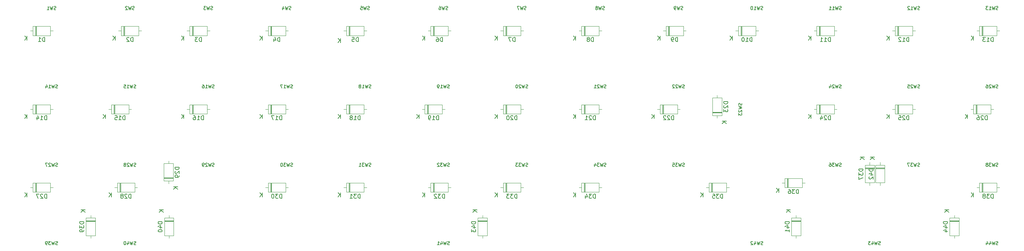
<source format=gbr>
%TF.GenerationSoftware,KiCad,Pcbnew,8.0.3*%
%TF.CreationDate,2024-07-13T14:49:37+01:00*%
%TF.ProjectId,CursedBoard,43757273-6564-4426-9f61-72642e6b6963,rev?*%
%TF.SameCoordinates,Original*%
%TF.FileFunction,Legend,Bot*%
%TF.FilePolarity,Positive*%
%FSLAX46Y46*%
G04 Gerber Fmt 4.6, Leading zero omitted, Abs format (unit mm)*
G04 Created by KiCad (PCBNEW 8.0.3) date 2024-07-13 14:49:37*
%MOMM*%
%LPD*%
G01*
G04 APERTURE LIST*
%ADD10C,0.150000*%
%ADD11C,0.120000*%
G04 APERTURE END LIST*
D10*
X94072619Y-134949200D02*
X93958333Y-134987295D01*
X93958333Y-134987295D02*
X93767857Y-134987295D01*
X93767857Y-134987295D02*
X93691666Y-134949200D01*
X93691666Y-134949200D02*
X93653571Y-134911104D01*
X93653571Y-134911104D02*
X93615476Y-134834914D01*
X93615476Y-134834914D02*
X93615476Y-134758723D01*
X93615476Y-134758723D02*
X93653571Y-134682533D01*
X93653571Y-134682533D02*
X93691666Y-134644438D01*
X93691666Y-134644438D02*
X93767857Y-134606342D01*
X93767857Y-134606342D02*
X93920238Y-134568247D01*
X93920238Y-134568247D02*
X93996428Y-134530152D01*
X93996428Y-134530152D02*
X94034523Y-134492057D01*
X94034523Y-134492057D02*
X94072619Y-134415866D01*
X94072619Y-134415866D02*
X94072619Y-134339676D01*
X94072619Y-134339676D02*
X94034523Y-134263485D01*
X94034523Y-134263485D02*
X93996428Y-134225390D01*
X93996428Y-134225390D02*
X93920238Y-134187295D01*
X93920238Y-134187295D02*
X93729761Y-134187295D01*
X93729761Y-134187295D02*
X93615476Y-134225390D01*
X93348809Y-134187295D02*
X93158333Y-134987295D01*
X93158333Y-134987295D02*
X93005952Y-134415866D01*
X93005952Y-134415866D02*
X92853571Y-134987295D01*
X92853571Y-134987295D02*
X92663095Y-134187295D01*
X92434523Y-134187295D02*
X91939285Y-134187295D01*
X91939285Y-134187295D02*
X92205951Y-134492057D01*
X92205951Y-134492057D02*
X92091666Y-134492057D01*
X92091666Y-134492057D02*
X92015475Y-134530152D01*
X92015475Y-134530152D02*
X91977380Y-134568247D01*
X91977380Y-134568247D02*
X91939285Y-134644438D01*
X91939285Y-134644438D02*
X91939285Y-134834914D01*
X91939285Y-134834914D02*
X91977380Y-134911104D01*
X91977380Y-134911104D02*
X92015475Y-134949200D01*
X92015475Y-134949200D02*
X92091666Y-134987295D01*
X92091666Y-134987295D02*
X92320237Y-134987295D01*
X92320237Y-134987295D02*
X92396428Y-134949200D01*
X92396428Y-134949200D02*
X92434523Y-134911104D01*
X91444046Y-134187295D02*
X91367856Y-134187295D01*
X91367856Y-134187295D02*
X91291665Y-134225390D01*
X91291665Y-134225390D02*
X91253570Y-134263485D01*
X91253570Y-134263485D02*
X91215475Y-134339676D01*
X91215475Y-134339676D02*
X91177380Y-134492057D01*
X91177380Y-134492057D02*
X91177380Y-134682533D01*
X91177380Y-134682533D02*
X91215475Y-134834914D01*
X91215475Y-134834914D02*
X91253570Y-134911104D01*
X91253570Y-134911104D02*
X91291665Y-134949200D01*
X91291665Y-134949200D02*
X91367856Y-134987295D01*
X91367856Y-134987295D02*
X91444046Y-134987295D01*
X91444046Y-134987295D02*
X91520237Y-134949200D01*
X91520237Y-134949200D02*
X91558332Y-134911104D01*
X91558332Y-134911104D02*
X91596427Y-134834914D01*
X91596427Y-134834914D02*
X91634523Y-134682533D01*
X91634523Y-134682533D02*
X91634523Y-134492057D01*
X91634523Y-134492057D02*
X91596427Y-134339676D01*
X91596427Y-134339676D02*
X91558332Y-134263485D01*
X91558332Y-134263485D02*
X91520237Y-134225390D01*
X91520237Y-134225390D02*
X91444046Y-134187295D01*
X75072619Y-134949200D02*
X74958333Y-134987295D01*
X74958333Y-134987295D02*
X74767857Y-134987295D01*
X74767857Y-134987295D02*
X74691666Y-134949200D01*
X74691666Y-134949200D02*
X74653571Y-134911104D01*
X74653571Y-134911104D02*
X74615476Y-134834914D01*
X74615476Y-134834914D02*
X74615476Y-134758723D01*
X74615476Y-134758723D02*
X74653571Y-134682533D01*
X74653571Y-134682533D02*
X74691666Y-134644438D01*
X74691666Y-134644438D02*
X74767857Y-134606342D01*
X74767857Y-134606342D02*
X74920238Y-134568247D01*
X74920238Y-134568247D02*
X74996428Y-134530152D01*
X74996428Y-134530152D02*
X75034523Y-134492057D01*
X75034523Y-134492057D02*
X75072619Y-134415866D01*
X75072619Y-134415866D02*
X75072619Y-134339676D01*
X75072619Y-134339676D02*
X75034523Y-134263485D01*
X75034523Y-134263485D02*
X74996428Y-134225390D01*
X74996428Y-134225390D02*
X74920238Y-134187295D01*
X74920238Y-134187295D02*
X74729761Y-134187295D01*
X74729761Y-134187295D02*
X74615476Y-134225390D01*
X74348809Y-134187295D02*
X74158333Y-134987295D01*
X74158333Y-134987295D02*
X74005952Y-134415866D01*
X74005952Y-134415866D02*
X73853571Y-134987295D01*
X73853571Y-134987295D02*
X73663095Y-134187295D01*
X73396428Y-134263485D02*
X73358332Y-134225390D01*
X73358332Y-134225390D02*
X73282142Y-134187295D01*
X73282142Y-134187295D02*
X73091666Y-134187295D01*
X73091666Y-134187295D02*
X73015475Y-134225390D01*
X73015475Y-134225390D02*
X72977380Y-134263485D01*
X72977380Y-134263485D02*
X72939285Y-134339676D01*
X72939285Y-134339676D02*
X72939285Y-134415866D01*
X72939285Y-134415866D02*
X72977380Y-134530152D01*
X72977380Y-134530152D02*
X73434523Y-134987295D01*
X73434523Y-134987295D02*
X72939285Y-134987295D01*
X72558332Y-134987295D02*
X72405951Y-134987295D01*
X72405951Y-134987295D02*
X72329761Y-134949200D01*
X72329761Y-134949200D02*
X72291665Y-134911104D01*
X72291665Y-134911104D02*
X72215475Y-134796819D01*
X72215475Y-134796819D02*
X72177380Y-134644438D01*
X72177380Y-134644438D02*
X72177380Y-134339676D01*
X72177380Y-134339676D02*
X72215475Y-134263485D01*
X72215475Y-134263485D02*
X72253570Y-134225390D01*
X72253570Y-134225390D02*
X72329761Y-134187295D01*
X72329761Y-134187295D02*
X72482142Y-134187295D01*
X72482142Y-134187295D02*
X72558332Y-134225390D01*
X72558332Y-134225390D02*
X72596427Y-134263485D01*
X72596427Y-134263485D02*
X72634523Y-134339676D01*
X72634523Y-134339676D02*
X72634523Y-134530152D01*
X72634523Y-134530152D02*
X72596427Y-134606342D01*
X72596427Y-134606342D02*
X72558332Y-134644438D01*
X72558332Y-134644438D02*
X72482142Y-134682533D01*
X72482142Y-134682533D02*
X72329761Y-134682533D01*
X72329761Y-134682533D02*
X72253570Y-134644438D01*
X72253570Y-134644438D02*
X72215475Y-134606342D01*
X72215475Y-134606342D02*
X72177380Y-134530152D01*
X112691667Y-96949200D02*
X112577381Y-96987295D01*
X112577381Y-96987295D02*
X112386905Y-96987295D01*
X112386905Y-96987295D02*
X112310714Y-96949200D01*
X112310714Y-96949200D02*
X112272619Y-96911104D01*
X112272619Y-96911104D02*
X112234524Y-96834914D01*
X112234524Y-96834914D02*
X112234524Y-96758723D01*
X112234524Y-96758723D02*
X112272619Y-96682533D01*
X112272619Y-96682533D02*
X112310714Y-96644438D01*
X112310714Y-96644438D02*
X112386905Y-96606342D01*
X112386905Y-96606342D02*
X112539286Y-96568247D01*
X112539286Y-96568247D02*
X112615476Y-96530152D01*
X112615476Y-96530152D02*
X112653571Y-96492057D01*
X112653571Y-96492057D02*
X112691667Y-96415866D01*
X112691667Y-96415866D02*
X112691667Y-96339676D01*
X112691667Y-96339676D02*
X112653571Y-96263485D01*
X112653571Y-96263485D02*
X112615476Y-96225390D01*
X112615476Y-96225390D02*
X112539286Y-96187295D01*
X112539286Y-96187295D02*
X112348809Y-96187295D01*
X112348809Y-96187295D02*
X112234524Y-96225390D01*
X111967857Y-96187295D02*
X111777381Y-96987295D01*
X111777381Y-96987295D02*
X111625000Y-96415866D01*
X111625000Y-96415866D02*
X111472619Y-96987295D01*
X111472619Y-96987295D02*
X111282143Y-96187295D01*
X110596428Y-96187295D02*
X110977380Y-96187295D01*
X110977380Y-96187295D02*
X111015476Y-96568247D01*
X111015476Y-96568247D02*
X110977380Y-96530152D01*
X110977380Y-96530152D02*
X110901190Y-96492057D01*
X110901190Y-96492057D02*
X110710714Y-96492057D01*
X110710714Y-96492057D02*
X110634523Y-96530152D01*
X110634523Y-96530152D02*
X110596428Y-96568247D01*
X110596428Y-96568247D02*
X110558333Y-96644438D01*
X110558333Y-96644438D02*
X110558333Y-96834914D01*
X110558333Y-96834914D02*
X110596428Y-96911104D01*
X110596428Y-96911104D02*
X110634523Y-96949200D01*
X110634523Y-96949200D02*
X110710714Y-96987295D01*
X110710714Y-96987295D02*
X110901190Y-96987295D01*
X110901190Y-96987295D02*
X110977380Y-96949200D01*
X110977380Y-96949200D02*
X111015476Y-96911104D01*
X189072619Y-134949200D02*
X188958333Y-134987295D01*
X188958333Y-134987295D02*
X188767857Y-134987295D01*
X188767857Y-134987295D02*
X188691666Y-134949200D01*
X188691666Y-134949200D02*
X188653571Y-134911104D01*
X188653571Y-134911104D02*
X188615476Y-134834914D01*
X188615476Y-134834914D02*
X188615476Y-134758723D01*
X188615476Y-134758723D02*
X188653571Y-134682533D01*
X188653571Y-134682533D02*
X188691666Y-134644438D01*
X188691666Y-134644438D02*
X188767857Y-134606342D01*
X188767857Y-134606342D02*
X188920238Y-134568247D01*
X188920238Y-134568247D02*
X188996428Y-134530152D01*
X188996428Y-134530152D02*
X189034523Y-134492057D01*
X189034523Y-134492057D02*
X189072619Y-134415866D01*
X189072619Y-134415866D02*
X189072619Y-134339676D01*
X189072619Y-134339676D02*
X189034523Y-134263485D01*
X189034523Y-134263485D02*
X188996428Y-134225390D01*
X188996428Y-134225390D02*
X188920238Y-134187295D01*
X188920238Y-134187295D02*
X188729761Y-134187295D01*
X188729761Y-134187295D02*
X188615476Y-134225390D01*
X188348809Y-134187295D02*
X188158333Y-134987295D01*
X188158333Y-134987295D02*
X188005952Y-134415866D01*
X188005952Y-134415866D02*
X187853571Y-134987295D01*
X187853571Y-134987295D02*
X187663095Y-134187295D01*
X187434523Y-134187295D02*
X186939285Y-134187295D01*
X186939285Y-134187295D02*
X187205951Y-134492057D01*
X187205951Y-134492057D02*
X187091666Y-134492057D01*
X187091666Y-134492057D02*
X187015475Y-134530152D01*
X187015475Y-134530152D02*
X186977380Y-134568247D01*
X186977380Y-134568247D02*
X186939285Y-134644438D01*
X186939285Y-134644438D02*
X186939285Y-134834914D01*
X186939285Y-134834914D02*
X186977380Y-134911104D01*
X186977380Y-134911104D02*
X187015475Y-134949200D01*
X187015475Y-134949200D02*
X187091666Y-134987295D01*
X187091666Y-134987295D02*
X187320237Y-134987295D01*
X187320237Y-134987295D02*
X187396428Y-134949200D01*
X187396428Y-134949200D02*
X187434523Y-134911104D01*
X186215475Y-134187295D02*
X186596427Y-134187295D01*
X186596427Y-134187295D02*
X186634523Y-134568247D01*
X186634523Y-134568247D02*
X186596427Y-134530152D01*
X186596427Y-134530152D02*
X186520237Y-134492057D01*
X186520237Y-134492057D02*
X186329761Y-134492057D01*
X186329761Y-134492057D02*
X186253570Y-134530152D01*
X186253570Y-134530152D02*
X186215475Y-134568247D01*
X186215475Y-134568247D02*
X186177380Y-134644438D01*
X186177380Y-134644438D02*
X186177380Y-134834914D01*
X186177380Y-134834914D02*
X186215475Y-134911104D01*
X186215475Y-134911104D02*
X186253570Y-134949200D01*
X186253570Y-134949200D02*
X186329761Y-134987295D01*
X186329761Y-134987295D02*
X186520237Y-134987295D01*
X186520237Y-134987295D02*
X186596427Y-134949200D01*
X186596427Y-134949200D02*
X186634523Y-134911104D01*
X132072619Y-115949200D02*
X131958333Y-115987295D01*
X131958333Y-115987295D02*
X131767857Y-115987295D01*
X131767857Y-115987295D02*
X131691666Y-115949200D01*
X131691666Y-115949200D02*
X131653571Y-115911104D01*
X131653571Y-115911104D02*
X131615476Y-115834914D01*
X131615476Y-115834914D02*
X131615476Y-115758723D01*
X131615476Y-115758723D02*
X131653571Y-115682533D01*
X131653571Y-115682533D02*
X131691666Y-115644438D01*
X131691666Y-115644438D02*
X131767857Y-115606342D01*
X131767857Y-115606342D02*
X131920238Y-115568247D01*
X131920238Y-115568247D02*
X131996428Y-115530152D01*
X131996428Y-115530152D02*
X132034523Y-115492057D01*
X132034523Y-115492057D02*
X132072619Y-115415866D01*
X132072619Y-115415866D02*
X132072619Y-115339676D01*
X132072619Y-115339676D02*
X132034523Y-115263485D01*
X132034523Y-115263485D02*
X131996428Y-115225390D01*
X131996428Y-115225390D02*
X131920238Y-115187295D01*
X131920238Y-115187295D02*
X131729761Y-115187295D01*
X131729761Y-115187295D02*
X131615476Y-115225390D01*
X131348809Y-115187295D02*
X131158333Y-115987295D01*
X131158333Y-115987295D02*
X131005952Y-115415866D01*
X131005952Y-115415866D02*
X130853571Y-115987295D01*
X130853571Y-115987295D02*
X130663095Y-115187295D01*
X129939285Y-115987295D02*
X130396428Y-115987295D01*
X130167856Y-115987295D02*
X130167856Y-115187295D01*
X130167856Y-115187295D02*
X130244047Y-115301580D01*
X130244047Y-115301580D02*
X130320237Y-115377771D01*
X130320237Y-115377771D02*
X130396428Y-115415866D01*
X129558332Y-115987295D02*
X129405951Y-115987295D01*
X129405951Y-115987295D02*
X129329761Y-115949200D01*
X129329761Y-115949200D02*
X129291665Y-115911104D01*
X129291665Y-115911104D02*
X129215475Y-115796819D01*
X129215475Y-115796819D02*
X129177380Y-115644438D01*
X129177380Y-115644438D02*
X129177380Y-115339676D01*
X129177380Y-115339676D02*
X129215475Y-115263485D01*
X129215475Y-115263485D02*
X129253570Y-115225390D01*
X129253570Y-115225390D02*
X129329761Y-115187295D01*
X129329761Y-115187295D02*
X129482142Y-115187295D01*
X129482142Y-115187295D02*
X129558332Y-115225390D01*
X129558332Y-115225390D02*
X129596427Y-115263485D01*
X129596427Y-115263485D02*
X129634523Y-115339676D01*
X129634523Y-115339676D02*
X129634523Y-115530152D01*
X129634523Y-115530152D02*
X129596427Y-115606342D01*
X129596427Y-115606342D02*
X129558332Y-115644438D01*
X129558332Y-115644438D02*
X129482142Y-115682533D01*
X129482142Y-115682533D02*
X129329761Y-115682533D01*
X129329761Y-115682533D02*
X129253570Y-115644438D01*
X129253570Y-115644438D02*
X129215475Y-115606342D01*
X129215475Y-115606342D02*
X129177380Y-115530152D01*
X189072619Y-115949200D02*
X188958333Y-115987295D01*
X188958333Y-115987295D02*
X188767857Y-115987295D01*
X188767857Y-115987295D02*
X188691666Y-115949200D01*
X188691666Y-115949200D02*
X188653571Y-115911104D01*
X188653571Y-115911104D02*
X188615476Y-115834914D01*
X188615476Y-115834914D02*
X188615476Y-115758723D01*
X188615476Y-115758723D02*
X188653571Y-115682533D01*
X188653571Y-115682533D02*
X188691666Y-115644438D01*
X188691666Y-115644438D02*
X188767857Y-115606342D01*
X188767857Y-115606342D02*
X188920238Y-115568247D01*
X188920238Y-115568247D02*
X188996428Y-115530152D01*
X188996428Y-115530152D02*
X189034523Y-115492057D01*
X189034523Y-115492057D02*
X189072619Y-115415866D01*
X189072619Y-115415866D02*
X189072619Y-115339676D01*
X189072619Y-115339676D02*
X189034523Y-115263485D01*
X189034523Y-115263485D02*
X188996428Y-115225390D01*
X188996428Y-115225390D02*
X188920238Y-115187295D01*
X188920238Y-115187295D02*
X188729761Y-115187295D01*
X188729761Y-115187295D02*
X188615476Y-115225390D01*
X188348809Y-115187295D02*
X188158333Y-115987295D01*
X188158333Y-115987295D02*
X188005952Y-115415866D01*
X188005952Y-115415866D02*
X187853571Y-115987295D01*
X187853571Y-115987295D02*
X187663095Y-115187295D01*
X187396428Y-115263485D02*
X187358332Y-115225390D01*
X187358332Y-115225390D02*
X187282142Y-115187295D01*
X187282142Y-115187295D02*
X187091666Y-115187295D01*
X187091666Y-115187295D02*
X187015475Y-115225390D01*
X187015475Y-115225390D02*
X186977380Y-115263485D01*
X186977380Y-115263485D02*
X186939285Y-115339676D01*
X186939285Y-115339676D02*
X186939285Y-115415866D01*
X186939285Y-115415866D02*
X186977380Y-115530152D01*
X186977380Y-115530152D02*
X187434523Y-115987295D01*
X187434523Y-115987295D02*
X186939285Y-115987295D01*
X186634523Y-115263485D02*
X186596427Y-115225390D01*
X186596427Y-115225390D02*
X186520237Y-115187295D01*
X186520237Y-115187295D02*
X186329761Y-115187295D01*
X186329761Y-115187295D02*
X186253570Y-115225390D01*
X186253570Y-115225390D02*
X186215475Y-115263485D01*
X186215475Y-115263485D02*
X186177380Y-115339676D01*
X186177380Y-115339676D02*
X186177380Y-115415866D01*
X186177380Y-115415866D02*
X186215475Y-115530152D01*
X186215475Y-115530152D02*
X186672618Y-115987295D01*
X186672618Y-115987295D02*
X186177380Y-115987295D01*
X113072619Y-115949200D02*
X112958333Y-115987295D01*
X112958333Y-115987295D02*
X112767857Y-115987295D01*
X112767857Y-115987295D02*
X112691666Y-115949200D01*
X112691666Y-115949200D02*
X112653571Y-115911104D01*
X112653571Y-115911104D02*
X112615476Y-115834914D01*
X112615476Y-115834914D02*
X112615476Y-115758723D01*
X112615476Y-115758723D02*
X112653571Y-115682533D01*
X112653571Y-115682533D02*
X112691666Y-115644438D01*
X112691666Y-115644438D02*
X112767857Y-115606342D01*
X112767857Y-115606342D02*
X112920238Y-115568247D01*
X112920238Y-115568247D02*
X112996428Y-115530152D01*
X112996428Y-115530152D02*
X113034523Y-115492057D01*
X113034523Y-115492057D02*
X113072619Y-115415866D01*
X113072619Y-115415866D02*
X113072619Y-115339676D01*
X113072619Y-115339676D02*
X113034523Y-115263485D01*
X113034523Y-115263485D02*
X112996428Y-115225390D01*
X112996428Y-115225390D02*
X112920238Y-115187295D01*
X112920238Y-115187295D02*
X112729761Y-115187295D01*
X112729761Y-115187295D02*
X112615476Y-115225390D01*
X112348809Y-115187295D02*
X112158333Y-115987295D01*
X112158333Y-115987295D02*
X112005952Y-115415866D01*
X112005952Y-115415866D02*
X111853571Y-115987295D01*
X111853571Y-115987295D02*
X111663095Y-115187295D01*
X110939285Y-115987295D02*
X111396428Y-115987295D01*
X111167856Y-115987295D02*
X111167856Y-115187295D01*
X111167856Y-115187295D02*
X111244047Y-115301580D01*
X111244047Y-115301580D02*
X111320237Y-115377771D01*
X111320237Y-115377771D02*
X111396428Y-115415866D01*
X110482142Y-115530152D02*
X110558332Y-115492057D01*
X110558332Y-115492057D02*
X110596427Y-115453961D01*
X110596427Y-115453961D02*
X110634523Y-115377771D01*
X110634523Y-115377771D02*
X110634523Y-115339676D01*
X110634523Y-115339676D02*
X110596427Y-115263485D01*
X110596427Y-115263485D02*
X110558332Y-115225390D01*
X110558332Y-115225390D02*
X110482142Y-115187295D01*
X110482142Y-115187295D02*
X110329761Y-115187295D01*
X110329761Y-115187295D02*
X110253570Y-115225390D01*
X110253570Y-115225390D02*
X110215475Y-115263485D01*
X110215475Y-115263485D02*
X110177380Y-115339676D01*
X110177380Y-115339676D02*
X110177380Y-115377771D01*
X110177380Y-115377771D02*
X110215475Y-115453961D01*
X110215475Y-115453961D02*
X110253570Y-115492057D01*
X110253570Y-115492057D02*
X110329761Y-115530152D01*
X110329761Y-115530152D02*
X110482142Y-115530152D01*
X110482142Y-115530152D02*
X110558332Y-115568247D01*
X110558332Y-115568247D02*
X110596427Y-115606342D01*
X110596427Y-115606342D02*
X110634523Y-115682533D01*
X110634523Y-115682533D02*
X110634523Y-115834914D01*
X110634523Y-115834914D02*
X110596427Y-115911104D01*
X110596427Y-115911104D02*
X110558332Y-115949200D01*
X110558332Y-115949200D02*
X110482142Y-115987295D01*
X110482142Y-115987295D02*
X110329761Y-115987295D01*
X110329761Y-115987295D02*
X110253570Y-115949200D01*
X110253570Y-115949200D02*
X110215475Y-115911104D01*
X110215475Y-115911104D02*
X110177380Y-115834914D01*
X110177380Y-115834914D02*
X110177380Y-115682533D01*
X110177380Y-115682533D02*
X110215475Y-115606342D01*
X110215475Y-115606342D02*
X110253570Y-115568247D01*
X110253570Y-115568247D02*
X110329761Y-115530152D01*
X37072619Y-115949200D02*
X36958333Y-115987295D01*
X36958333Y-115987295D02*
X36767857Y-115987295D01*
X36767857Y-115987295D02*
X36691666Y-115949200D01*
X36691666Y-115949200D02*
X36653571Y-115911104D01*
X36653571Y-115911104D02*
X36615476Y-115834914D01*
X36615476Y-115834914D02*
X36615476Y-115758723D01*
X36615476Y-115758723D02*
X36653571Y-115682533D01*
X36653571Y-115682533D02*
X36691666Y-115644438D01*
X36691666Y-115644438D02*
X36767857Y-115606342D01*
X36767857Y-115606342D02*
X36920238Y-115568247D01*
X36920238Y-115568247D02*
X36996428Y-115530152D01*
X36996428Y-115530152D02*
X37034523Y-115492057D01*
X37034523Y-115492057D02*
X37072619Y-115415866D01*
X37072619Y-115415866D02*
X37072619Y-115339676D01*
X37072619Y-115339676D02*
X37034523Y-115263485D01*
X37034523Y-115263485D02*
X36996428Y-115225390D01*
X36996428Y-115225390D02*
X36920238Y-115187295D01*
X36920238Y-115187295D02*
X36729761Y-115187295D01*
X36729761Y-115187295D02*
X36615476Y-115225390D01*
X36348809Y-115187295D02*
X36158333Y-115987295D01*
X36158333Y-115987295D02*
X36005952Y-115415866D01*
X36005952Y-115415866D02*
X35853571Y-115987295D01*
X35853571Y-115987295D02*
X35663095Y-115187295D01*
X34939285Y-115987295D02*
X35396428Y-115987295D01*
X35167856Y-115987295D02*
X35167856Y-115187295D01*
X35167856Y-115187295D02*
X35244047Y-115301580D01*
X35244047Y-115301580D02*
X35320237Y-115377771D01*
X35320237Y-115377771D02*
X35396428Y-115415866D01*
X34253570Y-115453961D02*
X34253570Y-115987295D01*
X34444046Y-115149200D02*
X34634523Y-115720628D01*
X34634523Y-115720628D02*
X34139284Y-115720628D01*
X75072619Y-115949200D02*
X74958333Y-115987295D01*
X74958333Y-115987295D02*
X74767857Y-115987295D01*
X74767857Y-115987295D02*
X74691666Y-115949200D01*
X74691666Y-115949200D02*
X74653571Y-115911104D01*
X74653571Y-115911104D02*
X74615476Y-115834914D01*
X74615476Y-115834914D02*
X74615476Y-115758723D01*
X74615476Y-115758723D02*
X74653571Y-115682533D01*
X74653571Y-115682533D02*
X74691666Y-115644438D01*
X74691666Y-115644438D02*
X74767857Y-115606342D01*
X74767857Y-115606342D02*
X74920238Y-115568247D01*
X74920238Y-115568247D02*
X74996428Y-115530152D01*
X74996428Y-115530152D02*
X75034523Y-115492057D01*
X75034523Y-115492057D02*
X75072619Y-115415866D01*
X75072619Y-115415866D02*
X75072619Y-115339676D01*
X75072619Y-115339676D02*
X75034523Y-115263485D01*
X75034523Y-115263485D02*
X74996428Y-115225390D01*
X74996428Y-115225390D02*
X74920238Y-115187295D01*
X74920238Y-115187295D02*
X74729761Y-115187295D01*
X74729761Y-115187295D02*
X74615476Y-115225390D01*
X74348809Y-115187295D02*
X74158333Y-115987295D01*
X74158333Y-115987295D02*
X74005952Y-115415866D01*
X74005952Y-115415866D02*
X73853571Y-115987295D01*
X73853571Y-115987295D02*
X73663095Y-115187295D01*
X72939285Y-115987295D02*
X73396428Y-115987295D01*
X73167856Y-115987295D02*
X73167856Y-115187295D01*
X73167856Y-115187295D02*
X73244047Y-115301580D01*
X73244047Y-115301580D02*
X73320237Y-115377771D01*
X73320237Y-115377771D02*
X73396428Y-115415866D01*
X72253570Y-115187295D02*
X72405951Y-115187295D01*
X72405951Y-115187295D02*
X72482142Y-115225390D01*
X72482142Y-115225390D02*
X72520237Y-115263485D01*
X72520237Y-115263485D02*
X72596427Y-115377771D01*
X72596427Y-115377771D02*
X72634523Y-115530152D01*
X72634523Y-115530152D02*
X72634523Y-115834914D01*
X72634523Y-115834914D02*
X72596427Y-115911104D01*
X72596427Y-115911104D02*
X72558332Y-115949200D01*
X72558332Y-115949200D02*
X72482142Y-115987295D01*
X72482142Y-115987295D02*
X72329761Y-115987295D01*
X72329761Y-115987295D02*
X72253570Y-115949200D01*
X72253570Y-115949200D02*
X72215475Y-115911104D01*
X72215475Y-115911104D02*
X72177380Y-115834914D01*
X72177380Y-115834914D02*
X72177380Y-115644438D01*
X72177380Y-115644438D02*
X72215475Y-115568247D01*
X72215475Y-115568247D02*
X72253570Y-115530152D01*
X72253570Y-115530152D02*
X72329761Y-115492057D01*
X72329761Y-115492057D02*
X72482142Y-115492057D01*
X72482142Y-115492057D02*
X72558332Y-115530152D01*
X72558332Y-115530152D02*
X72596427Y-115568247D01*
X72596427Y-115568247D02*
X72634523Y-115644438D01*
X94072619Y-115949200D02*
X93958333Y-115987295D01*
X93958333Y-115987295D02*
X93767857Y-115987295D01*
X93767857Y-115987295D02*
X93691666Y-115949200D01*
X93691666Y-115949200D02*
X93653571Y-115911104D01*
X93653571Y-115911104D02*
X93615476Y-115834914D01*
X93615476Y-115834914D02*
X93615476Y-115758723D01*
X93615476Y-115758723D02*
X93653571Y-115682533D01*
X93653571Y-115682533D02*
X93691666Y-115644438D01*
X93691666Y-115644438D02*
X93767857Y-115606342D01*
X93767857Y-115606342D02*
X93920238Y-115568247D01*
X93920238Y-115568247D02*
X93996428Y-115530152D01*
X93996428Y-115530152D02*
X94034523Y-115492057D01*
X94034523Y-115492057D02*
X94072619Y-115415866D01*
X94072619Y-115415866D02*
X94072619Y-115339676D01*
X94072619Y-115339676D02*
X94034523Y-115263485D01*
X94034523Y-115263485D02*
X93996428Y-115225390D01*
X93996428Y-115225390D02*
X93920238Y-115187295D01*
X93920238Y-115187295D02*
X93729761Y-115187295D01*
X93729761Y-115187295D02*
X93615476Y-115225390D01*
X93348809Y-115187295D02*
X93158333Y-115987295D01*
X93158333Y-115987295D02*
X93005952Y-115415866D01*
X93005952Y-115415866D02*
X92853571Y-115987295D01*
X92853571Y-115987295D02*
X92663095Y-115187295D01*
X91939285Y-115987295D02*
X92396428Y-115987295D01*
X92167856Y-115987295D02*
X92167856Y-115187295D01*
X92167856Y-115187295D02*
X92244047Y-115301580D01*
X92244047Y-115301580D02*
X92320237Y-115377771D01*
X92320237Y-115377771D02*
X92396428Y-115415866D01*
X91672618Y-115187295D02*
X91139284Y-115187295D01*
X91139284Y-115187295D02*
X91482142Y-115987295D01*
X202949200Y-119677380D02*
X202987295Y-119791666D01*
X202987295Y-119791666D02*
X202987295Y-119982142D01*
X202987295Y-119982142D02*
X202949200Y-120058333D01*
X202949200Y-120058333D02*
X202911104Y-120096428D01*
X202911104Y-120096428D02*
X202834914Y-120134523D01*
X202834914Y-120134523D02*
X202758723Y-120134523D01*
X202758723Y-120134523D02*
X202682533Y-120096428D01*
X202682533Y-120096428D02*
X202644438Y-120058333D01*
X202644438Y-120058333D02*
X202606342Y-119982142D01*
X202606342Y-119982142D02*
X202568247Y-119829761D01*
X202568247Y-119829761D02*
X202530152Y-119753571D01*
X202530152Y-119753571D02*
X202492057Y-119715476D01*
X202492057Y-119715476D02*
X202415866Y-119677380D01*
X202415866Y-119677380D02*
X202339676Y-119677380D01*
X202339676Y-119677380D02*
X202263485Y-119715476D01*
X202263485Y-119715476D02*
X202225390Y-119753571D01*
X202225390Y-119753571D02*
X202187295Y-119829761D01*
X202187295Y-119829761D02*
X202187295Y-120020238D01*
X202187295Y-120020238D02*
X202225390Y-120134523D01*
X202187295Y-120401190D02*
X202987295Y-120591666D01*
X202987295Y-120591666D02*
X202415866Y-120744047D01*
X202415866Y-120744047D02*
X202987295Y-120896428D01*
X202987295Y-120896428D02*
X202187295Y-121086905D01*
X202263485Y-121353571D02*
X202225390Y-121391667D01*
X202225390Y-121391667D02*
X202187295Y-121467857D01*
X202187295Y-121467857D02*
X202187295Y-121658333D01*
X202187295Y-121658333D02*
X202225390Y-121734524D01*
X202225390Y-121734524D02*
X202263485Y-121772619D01*
X202263485Y-121772619D02*
X202339676Y-121810714D01*
X202339676Y-121810714D02*
X202415866Y-121810714D01*
X202415866Y-121810714D02*
X202530152Y-121772619D01*
X202530152Y-121772619D02*
X202987295Y-121315476D01*
X202987295Y-121315476D02*
X202987295Y-121810714D01*
X202187295Y-122077381D02*
X202187295Y-122572619D01*
X202187295Y-122572619D02*
X202492057Y-122305953D01*
X202492057Y-122305953D02*
X202492057Y-122420238D01*
X202492057Y-122420238D02*
X202530152Y-122496429D01*
X202530152Y-122496429D02*
X202568247Y-122534524D01*
X202568247Y-122534524D02*
X202644438Y-122572619D01*
X202644438Y-122572619D02*
X202834914Y-122572619D01*
X202834914Y-122572619D02*
X202911104Y-122534524D01*
X202911104Y-122534524D02*
X202949200Y-122496429D01*
X202949200Y-122496429D02*
X202987295Y-122420238D01*
X202987295Y-122420238D02*
X202987295Y-122191667D01*
X202987295Y-122191667D02*
X202949200Y-122115476D01*
X202949200Y-122115476D02*
X202911104Y-122077381D01*
X36691667Y-96949200D02*
X36577381Y-96987295D01*
X36577381Y-96987295D02*
X36386905Y-96987295D01*
X36386905Y-96987295D02*
X36310714Y-96949200D01*
X36310714Y-96949200D02*
X36272619Y-96911104D01*
X36272619Y-96911104D02*
X36234524Y-96834914D01*
X36234524Y-96834914D02*
X36234524Y-96758723D01*
X36234524Y-96758723D02*
X36272619Y-96682533D01*
X36272619Y-96682533D02*
X36310714Y-96644438D01*
X36310714Y-96644438D02*
X36386905Y-96606342D01*
X36386905Y-96606342D02*
X36539286Y-96568247D01*
X36539286Y-96568247D02*
X36615476Y-96530152D01*
X36615476Y-96530152D02*
X36653571Y-96492057D01*
X36653571Y-96492057D02*
X36691667Y-96415866D01*
X36691667Y-96415866D02*
X36691667Y-96339676D01*
X36691667Y-96339676D02*
X36653571Y-96263485D01*
X36653571Y-96263485D02*
X36615476Y-96225390D01*
X36615476Y-96225390D02*
X36539286Y-96187295D01*
X36539286Y-96187295D02*
X36348809Y-96187295D01*
X36348809Y-96187295D02*
X36234524Y-96225390D01*
X35967857Y-96187295D02*
X35777381Y-96987295D01*
X35777381Y-96987295D02*
X35625000Y-96415866D01*
X35625000Y-96415866D02*
X35472619Y-96987295D01*
X35472619Y-96987295D02*
X35282143Y-96187295D01*
X34558333Y-96987295D02*
X35015476Y-96987295D01*
X34786904Y-96987295D02*
X34786904Y-96187295D01*
X34786904Y-96187295D02*
X34863095Y-96301580D01*
X34863095Y-96301580D02*
X34939285Y-96377771D01*
X34939285Y-96377771D02*
X35015476Y-96415866D01*
X246072619Y-96949200D02*
X245958333Y-96987295D01*
X245958333Y-96987295D02*
X245767857Y-96987295D01*
X245767857Y-96987295D02*
X245691666Y-96949200D01*
X245691666Y-96949200D02*
X245653571Y-96911104D01*
X245653571Y-96911104D02*
X245615476Y-96834914D01*
X245615476Y-96834914D02*
X245615476Y-96758723D01*
X245615476Y-96758723D02*
X245653571Y-96682533D01*
X245653571Y-96682533D02*
X245691666Y-96644438D01*
X245691666Y-96644438D02*
X245767857Y-96606342D01*
X245767857Y-96606342D02*
X245920238Y-96568247D01*
X245920238Y-96568247D02*
X245996428Y-96530152D01*
X245996428Y-96530152D02*
X246034523Y-96492057D01*
X246034523Y-96492057D02*
X246072619Y-96415866D01*
X246072619Y-96415866D02*
X246072619Y-96339676D01*
X246072619Y-96339676D02*
X246034523Y-96263485D01*
X246034523Y-96263485D02*
X245996428Y-96225390D01*
X245996428Y-96225390D02*
X245920238Y-96187295D01*
X245920238Y-96187295D02*
X245729761Y-96187295D01*
X245729761Y-96187295D02*
X245615476Y-96225390D01*
X245348809Y-96187295D02*
X245158333Y-96987295D01*
X245158333Y-96987295D02*
X245005952Y-96415866D01*
X245005952Y-96415866D02*
X244853571Y-96987295D01*
X244853571Y-96987295D02*
X244663095Y-96187295D01*
X243939285Y-96987295D02*
X244396428Y-96987295D01*
X244167856Y-96987295D02*
X244167856Y-96187295D01*
X244167856Y-96187295D02*
X244244047Y-96301580D01*
X244244047Y-96301580D02*
X244320237Y-96377771D01*
X244320237Y-96377771D02*
X244396428Y-96415866D01*
X243634523Y-96263485D02*
X243596427Y-96225390D01*
X243596427Y-96225390D02*
X243520237Y-96187295D01*
X243520237Y-96187295D02*
X243329761Y-96187295D01*
X243329761Y-96187295D02*
X243253570Y-96225390D01*
X243253570Y-96225390D02*
X243215475Y-96263485D01*
X243215475Y-96263485D02*
X243177380Y-96339676D01*
X243177380Y-96339676D02*
X243177380Y-96415866D01*
X243177380Y-96415866D02*
X243215475Y-96530152D01*
X243215475Y-96530152D02*
X243672618Y-96987295D01*
X243672618Y-96987295D02*
X243177380Y-96987295D01*
X131691667Y-96949200D02*
X131577381Y-96987295D01*
X131577381Y-96987295D02*
X131386905Y-96987295D01*
X131386905Y-96987295D02*
X131310714Y-96949200D01*
X131310714Y-96949200D02*
X131272619Y-96911104D01*
X131272619Y-96911104D02*
X131234524Y-96834914D01*
X131234524Y-96834914D02*
X131234524Y-96758723D01*
X131234524Y-96758723D02*
X131272619Y-96682533D01*
X131272619Y-96682533D02*
X131310714Y-96644438D01*
X131310714Y-96644438D02*
X131386905Y-96606342D01*
X131386905Y-96606342D02*
X131539286Y-96568247D01*
X131539286Y-96568247D02*
X131615476Y-96530152D01*
X131615476Y-96530152D02*
X131653571Y-96492057D01*
X131653571Y-96492057D02*
X131691667Y-96415866D01*
X131691667Y-96415866D02*
X131691667Y-96339676D01*
X131691667Y-96339676D02*
X131653571Y-96263485D01*
X131653571Y-96263485D02*
X131615476Y-96225390D01*
X131615476Y-96225390D02*
X131539286Y-96187295D01*
X131539286Y-96187295D02*
X131348809Y-96187295D01*
X131348809Y-96187295D02*
X131234524Y-96225390D01*
X130967857Y-96187295D02*
X130777381Y-96987295D01*
X130777381Y-96987295D02*
X130625000Y-96415866D01*
X130625000Y-96415866D02*
X130472619Y-96987295D01*
X130472619Y-96987295D02*
X130282143Y-96187295D01*
X129634523Y-96187295D02*
X129786904Y-96187295D01*
X129786904Y-96187295D02*
X129863095Y-96225390D01*
X129863095Y-96225390D02*
X129901190Y-96263485D01*
X129901190Y-96263485D02*
X129977380Y-96377771D01*
X129977380Y-96377771D02*
X130015476Y-96530152D01*
X130015476Y-96530152D02*
X130015476Y-96834914D01*
X130015476Y-96834914D02*
X129977380Y-96911104D01*
X129977380Y-96911104D02*
X129939285Y-96949200D01*
X129939285Y-96949200D02*
X129863095Y-96987295D01*
X129863095Y-96987295D02*
X129710714Y-96987295D01*
X129710714Y-96987295D02*
X129634523Y-96949200D01*
X129634523Y-96949200D02*
X129596428Y-96911104D01*
X129596428Y-96911104D02*
X129558333Y-96834914D01*
X129558333Y-96834914D02*
X129558333Y-96644438D01*
X129558333Y-96644438D02*
X129596428Y-96568247D01*
X129596428Y-96568247D02*
X129634523Y-96530152D01*
X129634523Y-96530152D02*
X129710714Y-96492057D01*
X129710714Y-96492057D02*
X129863095Y-96492057D01*
X129863095Y-96492057D02*
X129939285Y-96530152D01*
X129939285Y-96530152D02*
X129977380Y-96568247D01*
X129977380Y-96568247D02*
X130015476Y-96644438D01*
X151072619Y-134949200D02*
X150958333Y-134987295D01*
X150958333Y-134987295D02*
X150767857Y-134987295D01*
X150767857Y-134987295D02*
X150691666Y-134949200D01*
X150691666Y-134949200D02*
X150653571Y-134911104D01*
X150653571Y-134911104D02*
X150615476Y-134834914D01*
X150615476Y-134834914D02*
X150615476Y-134758723D01*
X150615476Y-134758723D02*
X150653571Y-134682533D01*
X150653571Y-134682533D02*
X150691666Y-134644438D01*
X150691666Y-134644438D02*
X150767857Y-134606342D01*
X150767857Y-134606342D02*
X150920238Y-134568247D01*
X150920238Y-134568247D02*
X150996428Y-134530152D01*
X150996428Y-134530152D02*
X151034523Y-134492057D01*
X151034523Y-134492057D02*
X151072619Y-134415866D01*
X151072619Y-134415866D02*
X151072619Y-134339676D01*
X151072619Y-134339676D02*
X151034523Y-134263485D01*
X151034523Y-134263485D02*
X150996428Y-134225390D01*
X150996428Y-134225390D02*
X150920238Y-134187295D01*
X150920238Y-134187295D02*
X150729761Y-134187295D01*
X150729761Y-134187295D02*
X150615476Y-134225390D01*
X150348809Y-134187295D02*
X150158333Y-134987295D01*
X150158333Y-134987295D02*
X150005952Y-134415866D01*
X150005952Y-134415866D02*
X149853571Y-134987295D01*
X149853571Y-134987295D02*
X149663095Y-134187295D01*
X149434523Y-134187295D02*
X148939285Y-134187295D01*
X148939285Y-134187295D02*
X149205951Y-134492057D01*
X149205951Y-134492057D02*
X149091666Y-134492057D01*
X149091666Y-134492057D02*
X149015475Y-134530152D01*
X149015475Y-134530152D02*
X148977380Y-134568247D01*
X148977380Y-134568247D02*
X148939285Y-134644438D01*
X148939285Y-134644438D02*
X148939285Y-134834914D01*
X148939285Y-134834914D02*
X148977380Y-134911104D01*
X148977380Y-134911104D02*
X149015475Y-134949200D01*
X149015475Y-134949200D02*
X149091666Y-134987295D01*
X149091666Y-134987295D02*
X149320237Y-134987295D01*
X149320237Y-134987295D02*
X149396428Y-134949200D01*
X149396428Y-134949200D02*
X149434523Y-134911104D01*
X148672618Y-134187295D02*
X148177380Y-134187295D01*
X148177380Y-134187295D02*
X148444046Y-134492057D01*
X148444046Y-134492057D02*
X148329761Y-134492057D01*
X148329761Y-134492057D02*
X148253570Y-134530152D01*
X148253570Y-134530152D02*
X148215475Y-134568247D01*
X148215475Y-134568247D02*
X148177380Y-134644438D01*
X148177380Y-134644438D02*
X148177380Y-134834914D01*
X148177380Y-134834914D02*
X148215475Y-134911104D01*
X148215475Y-134911104D02*
X148253570Y-134949200D01*
X148253570Y-134949200D02*
X148329761Y-134987295D01*
X148329761Y-134987295D02*
X148558332Y-134987295D01*
X148558332Y-134987295D02*
X148634523Y-134949200D01*
X148634523Y-134949200D02*
X148672618Y-134911104D01*
X56072619Y-115949200D02*
X55958333Y-115987295D01*
X55958333Y-115987295D02*
X55767857Y-115987295D01*
X55767857Y-115987295D02*
X55691666Y-115949200D01*
X55691666Y-115949200D02*
X55653571Y-115911104D01*
X55653571Y-115911104D02*
X55615476Y-115834914D01*
X55615476Y-115834914D02*
X55615476Y-115758723D01*
X55615476Y-115758723D02*
X55653571Y-115682533D01*
X55653571Y-115682533D02*
X55691666Y-115644438D01*
X55691666Y-115644438D02*
X55767857Y-115606342D01*
X55767857Y-115606342D02*
X55920238Y-115568247D01*
X55920238Y-115568247D02*
X55996428Y-115530152D01*
X55996428Y-115530152D02*
X56034523Y-115492057D01*
X56034523Y-115492057D02*
X56072619Y-115415866D01*
X56072619Y-115415866D02*
X56072619Y-115339676D01*
X56072619Y-115339676D02*
X56034523Y-115263485D01*
X56034523Y-115263485D02*
X55996428Y-115225390D01*
X55996428Y-115225390D02*
X55920238Y-115187295D01*
X55920238Y-115187295D02*
X55729761Y-115187295D01*
X55729761Y-115187295D02*
X55615476Y-115225390D01*
X55348809Y-115187295D02*
X55158333Y-115987295D01*
X55158333Y-115987295D02*
X55005952Y-115415866D01*
X55005952Y-115415866D02*
X54853571Y-115987295D01*
X54853571Y-115987295D02*
X54663095Y-115187295D01*
X53939285Y-115987295D02*
X54396428Y-115987295D01*
X54167856Y-115987295D02*
X54167856Y-115187295D01*
X54167856Y-115187295D02*
X54244047Y-115301580D01*
X54244047Y-115301580D02*
X54320237Y-115377771D01*
X54320237Y-115377771D02*
X54396428Y-115415866D01*
X53215475Y-115187295D02*
X53596427Y-115187295D01*
X53596427Y-115187295D02*
X53634523Y-115568247D01*
X53634523Y-115568247D02*
X53596427Y-115530152D01*
X53596427Y-115530152D02*
X53520237Y-115492057D01*
X53520237Y-115492057D02*
X53329761Y-115492057D01*
X53329761Y-115492057D02*
X53253570Y-115530152D01*
X53253570Y-115530152D02*
X53215475Y-115568247D01*
X53215475Y-115568247D02*
X53177380Y-115644438D01*
X53177380Y-115644438D02*
X53177380Y-115834914D01*
X53177380Y-115834914D02*
X53215475Y-115911104D01*
X53215475Y-115911104D02*
X53253570Y-115949200D01*
X53253570Y-115949200D02*
X53329761Y-115987295D01*
X53329761Y-115987295D02*
X53520237Y-115987295D01*
X53520237Y-115987295D02*
X53596427Y-115949200D01*
X53596427Y-115949200D02*
X53634523Y-115911104D01*
X37072619Y-134949200D02*
X36958333Y-134987295D01*
X36958333Y-134987295D02*
X36767857Y-134987295D01*
X36767857Y-134987295D02*
X36691666Y-134949200D01*
X36691666Y-134949200D02*
X36653571Y-134911104D01*
X36653571Y-134911104D02*
X36615476Y-134834914D01*
X36615476Y-134834914D02*
X36615476Y-134758723D01*
X36615476Y-134758723D02*
X36653571Y-134682533D01*
X36653571Y-134682533D02*
X36691666Y-134644438D01*
X36691666Y-134644438D02*
X36767857Y-134606342D01*
X36767857Y-134606342D02*
X36920238Y-134568247D01*
X36920238Y-134568247D02*
X36996428Y-134530152D01*
X36996428Y-134530152D02*
X37034523Y-134492057D01*
X37034523Y-134492057D02*
X37072619Y-134415866D01*
X37072619Y-134415866D02*
X37072619Y-134339676D01*
X37072619Y-134339676D02*
X37034523Y-134263485D01*
X37034523Y-134263485D02*
X36996428Y-134225390D01*
X36996428Y-134225390D02*
X36920238Y-134187295D01*
X36920238Y-134187295D02*
X36729761Y-134187295D01*
X36729761Y-134187295D02*
X36615476Y-134225390D01*
X36348809Y-134187295D02*
X36158333Y-134987295D01*
X36158333Y-134987295D02*
X36005952Y-134415866D01*
X36005952Y-134415866D02*
X35853571Y-134987295D01*
X35853571Y-134987295D02*
X35663095Y-134187295D01*
X35396428Y-134263485D02*
X35358332Y-134225390D01*
X35358332Y-134225390D02*
X35282142Y-134187295D01*
X35282142Y-134187295D02*
X35091666Y-134187295D01*
X35091666Y-134187295D02*
X35015475Y-134225390D01*
X35015475Y-134225390D02*
X34977380Y-134263485D01*
X34977380Y-134263485D02*
X34939285Y-134339676D01*
X34939285Y-134339676D02*
X34939285Y-134415866D01*
X34939285Y-134415866D02*
X34977380Y-134530152D01*
X34977380Y-134530152D02*
X35434523Y-134987295D01*
X35434523Y-134987295D02*
X34939285Y-134987295D01*
X34672618Y-134187295D02*
X34139284Y-134187295D01*
X34139284Y-134187295D02*
X34482142Y-134987295D01*
X208072619Y-153949200D02*
X207958333Y-153987295D01*
X207958333Y-153987295D02*
X207767857Y-153987295D01*
X207767857Y-153987295D02*
X207691666Y-153949200D01*
X207691666Y-153949200D02*
X207653571Y-153911104D01*
X207653571Y-153911104D02*
X207615476Y-153834914D01*
X207615476Y-153834914D02*
X207615476Y-153758723D01*
X207615476Y-153758723D02*
X207653571Y-153682533D01*
X207653571Y-153682533D02*
X207691666Y-153644438D01*
X207691666Y-153644438D02*
X207767857Y-153606342D01*
X207767857Y-153606342D02*
X207920238Y-153568247D01*
X207920238Y-153568247D02*
X207996428Y-153530152D01*
X207996428Y-153530152D02*
X208034523Y-153492057D01*
X208034523Y-153492057D02*
X208072619Y-153415866D01*
X208072619Y-153415866D02*
X208072619Y-153339676D01*
X208072619Y-153339676D02*
X208034523Y-153263485D01*
X208034523Y-153263485D02*
X207996428Y-153225390D01*
X207996428Y-153225390D02*
X207920238Y-153187295D01*
X207920238Y-153187295D02*
X207729761Y-153187295D01*
X207729761Y-153187295D02*
X207615476Y-153225390D01*
X207348809Y-153187295D02*
X207158333Y-153987295D01*
X207158333Y-153987295D02*
X207005952Y-153415866D01*
X207005952Y-153415866D02*
X206853571Y-153987295D01*
X206853571Y-153987295D02*
X206663095Y-153187295D01*
X206015475Y-153453961D02*
X206015475Y-153987295D01*
X206205951Y-153149200D02*
X206396428Y-153720628D01*
X206396428Y-153720628D02*
X205901189Y-153720628D01*
X205634523Y-153263485D02*
X205596427Y-153225390D01*
X205596427Y-153225390D02*
X205520237Y-153187295D01*
X205520237Y-153187295D02*
X205329761Y-153187295D01*
X205329761Y-153187295D02*
X205253570Y-153225390D01*
X205253570Y-153225390D02*
X205215475Y-153263485D01*
X205215475Y-153263485D02*
X205177380Y-153339676D01*
X205177380Y-153339676D02*
X205177380Y-153415866D01*
X205177380Y-153415866D02*
X205215475Y-153530152D01*
X205215475Y-153530152D02*
X205672618Y-153987295D01*
X205672618Y-153987295D02*
X205177380Y-153987295D01*
X227072619Y-115949200D02*
X226958333Y-115987295D01*
X226958333Y-115987295D02*
X226767857Y-115987295D01*
X226767857Y-115987295D02*
X226691666Y-115949200D01*
X226691666Y-115949200D02*
X226653571Y-115911104D01*
X226653571Y-115911104D02*
X226615476Y-115834914D01*
X226615476Y-115834914D02*
X226615476Y-115758723D01*
X226615476Y-115758723D02*
X226653571Y-115682533D01*
X226653571Y-115682533D02*
X226691666Y-115644438D01*
X226691666Y-115644438D02*
X226767857Y-115606342D01*
X226767857Y-115606342D02*
X226920238Y-115568247D01*
X226920238Y-115568247D02*
X226996428Y-115530152D01*
X226996428Y-115530152D02*
X227034523Y-115492057D01*
X227034523Y-115492057D02*
X227072619Y-115415866D01*
X227072619Y-115415866D02*
X227072619Y-115339676D01*
X227072619Y-115339676D02*
X227034523Y-115263485D01*
X227034523Y-115263485D02*
X226996428Y-115225390D01*
X226996428Y-115225390D02*
X226920238Y-115187295D01*
X226920238Y-115187295D02*
X226729761Y-115187295D01*
X226729761Y-115187295D02*
X226615476Y-115225390D01*
X226348809Y-115187295D02*
X226158333Y-115987295D01*
X226158333Y-115987295D02*
X226005952Y-115415866D01*
X226005952Y-115415866D02*
X225853571Y-115987295D01*
X225853571Y-115987295D02*
X225663095Y-115187295D01*
X225396428Y-115263485D02*
X225358332Y-115225390D01*
X225358332Y-115225390D02*
X225282142Y-115187295D01*
X225282142Y-115187295D02*
X225091666Y-115187295D01*
X225091666Y-115187295D02*
X225015475Y-115225390D01*
X225015475Y-115225390D02*
X224977380Y-115263485D01*
X224977380Y-115263485D02*
X224939285Y-115339676D01*
X224939285Y-115339676D02*
X224939285Y-115415866D01*
X224939285Y-115415866D02*
X224977380Y-115530152D01*
X224977380Y-115530152D02*
X225434523Y-115987295D01*
X225434523Y-115987295D02*
X224939285Y-115987295D01*
X224253570Y-115453961D02*
X224253570Y-115987295D01*
X224444046Y-115149200D02*
X224634523Y-115720628D01*
X224634523Y-115720628D02*
X224139284Y-115720628D01*
X150691667Y-96949200D02*
X150577381Y-96987295D01*
X150577381Y-96987295D02*
X150386905Y-96987295D01*
X150386905Y-96987295D02*
X150310714Y-96949200D01*
X150310714Y-96949200D02*
X150272619Y-96911104D01*
X150272619Y-96911104D02*
X150234524Y-96834914D01*
X150234524Y-96834914D02*
X150234524Y-96758723D01*
X150234524Y-96758723D02*
X150272619Y-96682533D01*
X150272619Y-96682533D02*
X150310714Y-96644438D01*
X150310714Y-96644438D02*
X150386905Y-96606342D01*
X150386905Y-96606342D02*
X150539286Y-96568247D01*
X150539286Y-96568247D02*
X150615476Y-96530152D01*
X150615476Y-96530152D02*
X150653571Y-96492057D01*
X150653571Y-96492057D02*
X150691667Y-96415866D01*
X150691667Y-96415866D02*
X150691667Y-96339676D01*
X150691667Y-96339676D02*
X150653571Y-96263485D01*
X150653571Y-96263485D02*
X150615476Y-96225390D01*
X150615476Y-96225390D02*
X150539286Y-96187295D01*
X150539286Y-96187295D02*
X150348809Y-96187295D01*
X150348809Y-96187295D02*
X150234524Y-96225390D01*
X149967857Y-96187295D02*
X149777381Y-96987295D01*
X149777381Y-96987295D02*
X149625000Y-96415866D01*
X149625000Y-96415866D02*
X149472619Y-96987295D01*
X149472619Y-96987295D02*
X149282143Y-96187295D01*
X149053571Y-96187295D02*
X148520237Y-96187295D01*
X148520237Y-96187295D02*
X148863095Y-96987295D01*
X56072619Y-153949200D02*
X55958333Y-153987295D01*
X55958333Y-153987295D02*
X55767857Y-153987295D01*
X55767857Y-153987295D02*
X55691666Y-153949200D01*
X55691666Y-153949200D02*
X55653571Y-153911104D01*
X55653571Y-153911104D02*
X55615476Y-153834914D01*
X55615476Y-153834914D02*
X55615476Y-153758723D01*
X55615476Y-153758723D02*
X55653571Y-153682533D01*
X55653571Y-153682533D02*
X55691666Y-153644438D01*
X55691666Y-153644438D02*
X55767857Y-153606342D01*
X55767857Y-153606342D02*
X55920238Y-153568247D01*
X55920238Y-153568247D02*
X55996428Y-153530152D01*
X55996428Y-153530152D02*
X56034523Y-153492057D01*
X56034523Y-153492057D02*
X56072619Y-153415866D01*
X56072619Y-153415866D02*
X56072619Y-153339676D01*
X56072619Y-153339676D02*
X56034523Y-153263485D01*
X56034523Y-153263485D02*
X55996428Y-153225390D01*
X55996428Y-153225390D02*
X55920238Y-153187295D01*
X55920238Y-153187295D02*
X55729761Y-153187295D01*
X55729761Y-153187295D02*
X55615476Y-153225390D01*
X55348809Y-153187295D02*
X55158333Y-153987295D01*
X55158333Y-153987295D02*
X55005952Y-153415866D01*
X55005952Y-153415866D02*
X54853571Y-153987295D01*
X54853571Y-153987295D02*
X54663095Y-153187295D01*
X54015475Y-153453961D02*
X54015475Y-153987295D01*
X54205951Y-153149200D02*
X54396428Y-153720628D01*
X54396428Y-153720628D02*
X53901189Y-153720628D01*
X53444046Y-153187295D02*
X53367856Y-153187295D01*
X53367856Y-153187295D02*
X53291665Y-153225390D01*
X53291665Y-153225390D02*
X53253570Y-153263485D01*
X53253570Y-153263485D02*
X53215475Y-153339676D01*
X53215475Y-153339676D02*
X53177380Y-153492057D01*
X53177380Y-153492057D02*
X53177380Y-153682533D01*
X53177380Y-153682533D02*
X53215475Y-153834914D01*
X53215475Y-153834914D02*
X53253570Y-153911104D01*
X53253570Y-153911104D02*
X53291665Y-153949200D01*
X53291665Y-153949200D02*
X53367856Y-153987295D01*
X53367856Y-153987295D02*
X53444046Y-153987295D01*
X53444046Y-153987295D02*
X53520237Y-153949200D01*
X53520237Y-153949200D02*
X53558332Y-153911104D01*
X53558332Y-153911104D02*
X53596427Y-153834914D01*
X53596427Y-153834914D02*
X53634523Y-153682533D01*
X53634523Y-153682533D02*
X53634523Y-153492057D01*
X53634523Y-153492057D02*
X53596427Y-153339676D01*
X53596427Y-153339676D02*
X53558332Y-153263485D01*
X53558332Y-153263485D02*
X53520237Y-153225390D01*
X53520237Y-153225390D02*
X53444046Y-153187295D01*
X236572619Y-153949200D02*
X236458333Y-153987295D01*
X236458333Y-153987295D02*
X236267857Y-153987295D01*
X236267857Y-153987295D02*
X236191666Y-153949200D01*
X236191666Y-153949200D02*
X236153571Y-153911104D01*
X236153571Y-153911104D02*
X236115476Y-153834914D01*
X236115476Y-153834914D02*
X236115476Y-153758723D01*
X236115476Y-153758723D02*
X236153571Y-153682533D01*
X236153571Y-153682533D02*
X236191666Y-153644438D01*
X236191666Y-153644438D02*
X236267857Y-153606342D01*
X236267857Y-153606342D02*
X236420238Y-153568247D01*
X236420238Y-153568247D02*
X236496428Y-153530152D01*
X236496428Y-153530152D02*
X236534523Y-153492057D01*
X236534523Y-153492057D02*
X236572619Y-153415866D01*
X236572619Y-153415866D02*
X236572619Y-153339676D01*
X236572619Y-153339676D02*
X236534523Y-153263485D01*
X236534523Y-153263485D02*
X236496428Y-153225390D01*
X236496428Y-153225390D02*
X236420238Y-153187295D01*
X236420238Y-153187295D02*
X236229761Y-153187295D01*
X236229761Y-153187295D02*
X236115476Y-153225390D01*
X235848809Y-153187295D02*
X235658333Y-153987295D01*
X235658333Y-153987295D02*
X235505952Y-153415866D01*
X235505952Y-153415866D02*
X235353571Y-153987295D01*
X235353571Y-153987295D02*
X235163095Y-153187295D01*
X234515475Y-153453961D02*
X234515475Y-153987295D01*
X234705951Y-153149200D02*
X234896428Y-153720628D01*
X234896428Y-153720628D02*
X234401189Y-153720628D01*
X234172618Y-153187295D02*
X233677380Y-153187295D01*
X233677380Y-153187295D02*
X233944046Y-153492057D01*
X233944046Y-153492057D02*
X233829761Y-153492057D01*
X233829761Y-153492057D02*
X233753570Y-153530152D01*
X233753570Y-153530152D02*
X233715475Y-153568247D01*
X233715475Y-153568247D02*
X233677380Y-153644438D01*
X233677380Y-153644438D02*
X233677380Y-153834914D01*
X233677380Y-153834914D02*
X233715475Y-153911104D01*
X233715475Y-153911104D02*
X233753570Y-153949200D01*
X233753570Y-153949200D02*
X233829761Y-153987295D01*
X233829761Y-153987295D02*
X234058332Y-153987295D01*
X234058332Y-153987295D02*
X234134523Y-153949200D01*
X234134523Y-153949200D02*
X234172618Y-153911104D01*
X37072619Y-153949200D02*
X36958333Y-153987295D01*
X36958333Y-153987295D02*
X36767857Y-153987295D01*
X36767857Y-153987295D02*
X36691666Y-153949200D01*
X36691666Y-153949200D02*
X36653571Y-153911104D01*
X36653571Y-153911104D02*
X36615476Y-153834914D01*
X36615476Y-153834914D02*
X36615476Y-153758723D01*
X36615476Y-153758723D02*
X36653571Y-153682533D01*
X36653571Y-153682533D02*
X36691666Y-153644438D01*
X36691666Y-153644438D02*
X36767857Y-153606342D01*
X36767857Y-153606342D02*
X36920238Y-153568247D01*
X36920238Y-153568247D02*
X36996428Y-153530152D01*
X36996428Y-153530152D02*
X37034523Y-153492057D01*
X37034523Y-153492057D02*
X37072619Y-153415866D01*
X37072619Y-153415866D02*
X37072619Y-153339676D01*
X37072619Y-153339676D02*
X37034523Y-153263485D01*
X37034523Y-153263485D02*
X36996428Y-153225390D01*
X36996428Y-153225390D02*
X36920238Y-153187295D01*
X36920238Y-153187295D02*
X36729761Y-153187295D01*
X36729761Y-153187295D02*
X36615476Y-153225390D01*
X36348809Y-153187295D02*
X36158333Y-153987295D01*
X36158333Y-153987295D02*
X36005952Y-153415866D01*
X36005952Y-153415866D02*
X35853571Y-153987295D01*
X35853571Y-153987295D02*
X35663095Y-153187295D01*
X35434523Y-153187295D02*
X34939285Y-153187295D01*
X34939285Y-153187295D02*
X35205951Y-153492057D01*
X35205951Y-153492057D02*
X35091666Y-153492057D01*
X35091666Y-153492057D02*
X35015475Y-153530152D01*
X35015475Y-153530152D02*
X34977380Y-153568247D01*
X34977380Y-153568247D02*
X34939285Y-153644438D01*
X34939285Y-153644438D02*
X34939285Y-153834914D01*
X34939285Y-153834914D02*
X34977380Y-153911104D01*
X34977380Y-153911104D02*
X35015475Y-153949200D01*
X35015475Y-153949200D02*
X35091666Y-153987295D01*
X35091666Y-153987295D02*
X35320237Y-153987295D01*
X35320237Y-153987295D02*
X35396428Y-153949200D01*
X35396428Y-153949200D02*
X35434523Y-153911104D01*
X34558332Y-153987295D02*
X34405951Y-153987295D01*
X34405951Y-153987295D02*
X34329761Y-153949200D01*
X34329761Y-153949200D02*
X34291665Y-153911104D01*
X34291665Y-153911104D02*
X34215475Y-153796819D01*
X34215475Y-153796819D02*
X34177380Y-153644438D01*
X34177380Y-153644438D02*
X34177380Y-153339676D01*
X34177380Y-153339676D02*
X34215475Y-153263485D01*
X34215475Y-153263485D02*
X34253570Y-153225390D01*
X34253570Y-153225390D02*
X34329761Y-153187295D01*
X34329761Y-153187295D02*
X34482142Y-153187295D01*
X34482142Y-153187295D02*
X34558332Y-153225390D01*
X34558332Y-153225390D02*
X34596427Y-153263485D01*
X34596427Y-153263485D02*
X34634523Y-153339676D01*
X34634523Y-153339676D02*
X34634523Y-153530152D01*
X34634523Y-153530152D02*
X34596427Y-153606342D01*
X34596427Y-153606342D02*
X34558332Y-153644438D01*
X34558332Y-153644438D02*
X34482142Y-153682533D01*
X34482142Y-153682533D02*
X34329761Y-153682533D01*
X34329761Y-153682533D02*
X34253570Y-153644438D01*
X34253570Y-153644438D02*
X34215475Y-153606342D01*
X34215475Y-153606342D02*
X34177380Y-153530152D01*
X265072619Y-96949200D02*
X264958333Y-96987295D01*
X264958333Y-96987295D02*
X264767857Y-96987295D01*
X264767857Y-96987295D02*
X264691666Y-96949200D01*
X264691666Y-96949200D02*
X264653571Y-96911104D01*
X264653571Y-96911104D02*
X264615476Y-96834914D01*
X264615476Y-96834914D02*
X264615476Y-96758723D01*
X264615476Y-96758723D02*
X264653571Y-96682533D01*
X264653571Y-96682533D02*
X264691666Y-96644438D01*
X264691666Y-96644438D02*
X264767857Y-96606342D01*
X264767857Y-96606342D02*
X264920238Y-96568247D01*
X264920238Y-96568247D02*
X264996428Y-96530152D01*
X264996428Y-96530152D02*
X265034523Y-96492057D01*
X265034523Y-96492057D02*
X265072619Y-96415866D01*
X265072619Y-96415866D02*
X265072619Y-96339676D01*
X265072619Y-96339676D02*
X265034523Y-96263485D01*
X265034523Y-96263485D02*
X264996428Y-96225390D01*
X264996428Y-96225390D02*
X264920238Y-96187295D01*
X264920238Y-96187295D02*
X264729761Y-96187295D01*
X264729761Y-96187295D02*
X264615476Y-96225390D01*
X264348809Y-96187295D02*
X264158333Y-96987295D01*
X264158333Y-96987295D02*
X264005952Y-96415866D01*
X264005952Y-96415866D02*
X263853571Y-96987295D01*
X263853571Y-96987295D02*
X263663095Y-96187295D01*
X262939285Y-96987295D02*
X263396428Y-96987295D01*
X263167856Y-96987295D02*
X263167856Y-96187295D01*
X263167856Y-96187295D02*
X263244047Y-96301580D01*
X263244047Y-96301580D02*
X263320237Y-96377771D01*
X263320237Y-96377771D02*
X263396428Y-96415866D01*
X262672618Y-96187295D02*
X262177380Y-96187295D01*
X262177380Y-96187295D02*
X262444046Y-96492057D01*
X262444046Y-96492057D02*
X262329761Y-96492057D01*
X262329761Y-96492057D02*
X262253570Y-96530152D01*
X262253570Y-96530152D02*
X262215475Y-96568247D01*
X262215475Y-96568247D02*
X262177380Y-96644438D01*
X262177380Y-96644438D02*
X262177380Y-96834914D01*
X262177380Y-96834914D02*
X262215475Y-96911104D01*
X262215475Y-96911104D02*
X262253570Y-96949200D01*
X262253570Y-96949200D02*
X262329761Y-96987295D01*
X262329761Y-96987295D02*
X262558332Y-96987295D01*
X262558332Y-96987295D02*
X262634523Y-96949200D01*
X262634523Y-96949200D02*
X262672618Y-96911104D01*
X169691667Y-96949200D02*
X169577381Y-96987295D01*
X169577381Y-96987295D02*
X169386905Y-96987295D01*
X169386905Y-96987295D02*
X169310714Y-96949200D01*
X169310714Y-96949200D02*
X169272619Y-96911104D01*
X169272619Y-96911104D02*
X169234524Y-96834914D01*
X169234524Y-96834914D02*
X169234524Y-96758723D01*
X169234524Y-96758723D02*
X169272619Y-96682533D01*
X169272619Y-96682533D02*
X169310714Y-96644438D01*
X169310714Y-96644438D02*
X169386905Y-96606342D01*
X169386905Y-96606342D02*
X169539286Y-96568247D01*
X169539286Y-96568247D02*
X169615476Y-96530152D01*
X169615476Y-96530152D02*
X169653571Y-96492057D01*
X169653571Y-96492057D02*
X169691667Y-96415866D01*
X169691667Y-96415866D02*
X169691667Y-96339676D01*
X169691667Y-96339676D02*
X169653571Y-96263485D01*
X169653571Y-96263485D02*
X169615476Y-96225390D01*
X169615476Y-96225390D02*
X169539286Y-96187295D01*
X169539286Y-96187295D02*
X169348809Y-96187295D01*
X169348809Y-96187295D02*
X169234524Y-96225390D01*
X168967857Y-96187295D02*
X168777381Y-96987295D01*
X168777381Y-96987295D02*
X168625000Y-96415866D01*
X168625000Y-96415866D02*
X168472619Y-96987295D01*
X168472619Y-96987295D02*
X168282143Y-96187295D01*
X167863095Y-96530152D02*
X167939285Y-96492057D01*
X167939285Y-96492057D02*
X167977380Y-96453961D01*
X167977380Y-96453961D02*
X168015476Y-96377771D01*
X168015476Y-96377771D02*
X168015476Y-96339676D01*
X168015476Y-96339676D02*
X167977380Y-96263485D01*
X167977380Y-96263485D02*
X167939285Y-96225390D01*
X167939285Y-96225390D02*
X167863095Y-96187295D01*
X167863095Y-96187295D02*
X167710714Y-96187295D01*
X167710714Y-96187295D02*
X167634523Y-96225390D01*
X167634523Y-96225390D02*
X167596428Y-96263485D01*
X167596428Y-96263485D02*
X167558333Y-96339676D01*
X167558333Y-96339676D02*
X167558333Y-96377771D01*
X167558333Y-96377771D02*
X167596428Y-96453961D01*
X167596428Y-96453961D02*
X167634523Y-96492057D01*
X167634523Y-96492057D02*
X167710714Y-96530152D01*
X167710714Y-96530152D02*
X167863095Y-96530152D01*
X167863095Y-96530152D02*
X167939285Y-96568247D01*
X167939285Y-96568247D02*
X167977380Y-96606342D01*
X167977380Y-96606342D02*
X168015476Y-96682533D01*
X168015476Y-96682533D02*
X168015476Y-96834914D01*
X168015476Y-96834914D02*
X167977380Y-96911104D01*
X167977380Y-96911104D02*
X167939285Y-96949200D01*
X167939285Y-96949200D02*
X167863095Y-96987295D01*
X167863095Y-96987295D02*
X167710714Y-96987295D01*
X167710714Y-96987295D02*
X167634523Y-96949200D01*
X167634523Y-96949200D02*
X167596428Y-96911104D01*
X167596428Y-96911104D02*
X167558333Y-96834914D01*
X167558333Y-96834914D02*
X167558333Y-96682533D01*
X167558333Y-96682533D02*
X167596428Y-96606342D01*
X167596428Y-96606342D02*
X167634523Y-96568247D01*
X167634523Y-96568247D02*
X167710714Y-96530152D01*
X132072619Y-134949200D02*
X131958333Y-134987295D01*
X131958333Y-134987295D02*
X131767857Y-134987295D01*
X131767857Y-134987295D02*
X131691666Y-134949200D01*
X131691666Y-134949200D02*
X131653571Y-134911104D01*
X131653571Y-134911104D02*
X131615476Y-134834914D01*
X131615476Y-134834914D02*
X131615476Y-134758723D01*
X131615476Y-134758723D02*
X131653571Y-134682533D01*
X131653571Y-134682533D02*
X131691666Y-134644438D01*
X131691666Y-134644438D02*
X131767857Y-134606342D01*
X131767857Y-134606342D02*
X131920238Y-134568247D01*
X131920238Y-134568247D02*
X131996428Y-134530152D01*
X131996428Y-134530152D02*
X132034523Y-134492057D01*
X132034523Y-134492057D02*
X132072619Y-134415866D01*
X132072619Y-134415866D02*
X132072619Y-134339676D01*
X132072619Y-134339676D02*
X132034523Y-134263485D01*
X132034523Y-134263485D02*
X131996428Y-134225390D01*
X131996428Y-134225390D02*
X131920238Y-134187295D01*
X131920238Y-134187295D02*
X131729761Y-134187295D01*
X131729761Y-134187295D02*
X131615476Y-134225390D01*
X131348809Y-134187295D02*
X131158333Y-134987295D01*
X131158333Y-134987295D02*
X131005952Y-134415866D01*
X131005952Y-134415866D02*
X130853571Y-134987295D01*
X130853571Y-134987295D02*
X130663095Y-134187295D01*
X130434523Y-134187295D02*
X129939285Y-134187295D01*
X129939285Y-134187295D02*
X130205951Y-134492057D01*
X130205951Y-134492057D02*
X130091666Y-134492057D01*
X130091666Y-134492057D02*
X130015475Y-134530152D01*
X130015475Y-134530152D02*
X129977380Y-134568247D01*
X129977380Y-134568247D02*
X129939285Y-134644438D01*
X129939285Y-134644438D02*
X129939285Y-134834914D01*
X129939285Y-134834914D02*
X129977380Y-134911104D01*
X129977380Y-134911104D02*
X130015475Y-134949200D01*
X130015475Y-134949200D02*
X130091666Y-134987295D01*
X130091666Y-134987295D02*
X130320237Y-134987295D01*
X130320237Y-134987295D02*
X130396428Y-134949200D01*
X130396428Y-134949200D02*
X130434523Y-134911104D01*
X129634523Y-134263485D02*
X129596427Y-134225390D01*
X129596427Y-134225390D02*
X129520237Y-134187295D01*
X129520237Y-134187295D02*
X129329761Y-134187295D01*
X129329761Y-134187295D02*
X129253570Y-134225390D01*
X129253570Y-134225390D02*
X129215475Y-134263485D01*
X129215475Y-134263485D02*
X129177380Y-134339676D01*
X129177380Y-134339676D02*
X129177380Y-134415866D01*
X129177380Y-134415866D02*
X129215475Y-134530152D01*
X129215475Y-134530152D02*
X129672618Y-134987295D01*
X129672618Y-134987295D02*
X129177380Y-134987295D01*
X246072619Y-115949200D02*
X245958333Y-115987295D01*
X245958333Y-115987295D02*
X245767857Y-115987295D01*
X245767857Y-115987295D02*
X245691666Y-115949200D01*
X245691666Y-115949200D02*
X245653571Y-115911104D01*
X245653571Y-115911104D02*
X245615476Y-115834914D01*
X245615476Y-115834914D02*
X245615476Y-115758723D01*
X245615476Y-115758723D02*
X245653571Y-115682533D01*
X245653571Y-115682533D02*
X245691666Y-115644438D01*
X245691666Y-115644438D02*
X245767857Y-115606342D01*
X245767857Y-115606342D02*
X245920238Y-115568247D01*
X245920238Y-115568247D02*
X245996428Y-115530152D01*
X245996428Y-115530152D02*
X246034523Y-115492057D01*
X246034523Y-115492057D02*
X246072619Y-115415866D01*
X246072619Y-115415866D02*
X246072619Y-115339676D01*
X246072619Y-115339676D02*
X246034523Y-115263485D01*
X246034523Y-115263485D02*
X245996428Y-115225390D01*
X245996428Y-115225390D02*
X245920238Y-115187295D01*
X245920238Y-115187295D02*
X245729761Y-115187295D01*
X245729761Y-115187295D02*
X245615476Y-115225390D01*
X245348809Y-115187295D02*
X245158333Y-115987295D01*
X245158333Y-115987295D02*
X245005952Y-115415866D01*
X245005952Y-115415866D02*
X244853571Y-115987295D01*
X244853571Y-115987295D02*
X244663095Y-115187295D01*
X244396428Y-115263485D02*
X244358332Y-115225390D01*
X244358332Y-115225390D02*
X244282142Y-115187295D01*
X244282142Y-115187295D02*
X244091666Y-115187295D01*
X244091666Y-115187295D02*
X244015475Y-115225390D01*
X244015475Y-115225390D02*
X243977380Y-115263485D01*
X243977380Y-115263485D02*
X243939285Y-115339676D01*
X243939285Y-115339676D02*
X243939285Y-115415866D01*
X243939285Y-115415866D02*
X243977380Y-115530152D01*
X243977380Y-115530152D02*
X244434523Y-115987295D01*
X244434523Y-115987295D02*
X243939285Y-115987295D01*
X243215475Y-115187295D02*
X243596427Y-115187295D01*
X243596427Y-115187295D02*
X243634523Y-115568247D01*
X243634523Y-115568247D02*
X243596427Y-115530152D01*
X243596427Y-115530152D02*
X243520237Y-115492057D01*
X243520237Y-115492057D02*
X243329761Y-115492057D01*
X243329761Y-115492057D02*
X243253570Y-115530152D01*
X243253570Y-115530152D02*
X243215475Y-115568247D01*
X243215475Y-115568247D02*
X243177380Y-115644438D01*
X243177380Y-115644438D02*
X243177380Y-115834914D01*
X243177380Y-115834914D02*
X243215475Y-115911104D01*
X243215475Y-115911104D02*
X243253570Y-115949200D01*
X243253570Y-115949200D02*
X243329761Y-115987295D01*
X243329761Y-115987295D02*
X243520237Y-115987295D01*
X243520237Y-115987295D02*
X243596427Y-115949200D01*
X243596427Y-115949200D02*
X243634523Y-115911104D01*
X246072619Y-134949200D02*
X245958333Y-134987295D01*
X245958333Y-134987295D02*
X245767857Y-134987295D01*
X245767857Y-134987295D02*
X245691666Y-134949200D01*
X245691666Y-134949200D02*
X245653571Y-134911104D01*
X245653571Y-134911104D02*
X245615476Y-134834914D01*
X245615476Y-134834914D02*
X245615476Y-134758723D01*
X245615476Y-134758723D02*
X245653571Y-134682533D01*
X245653571Y-134682533D02*
X245691666Y-134644438D01*
X245691666Y-134644438D02*
X245767857Y-134606342D01*
X245767857Y-134606342D02*
X245920238Y-134568247D01*
X245920238Y-134568247D02*
X245996428Y-134530152D01*
X245996428Y-134530152D02*
X246034523Y-134492057D01*
X246034523Y-134492057D02*
X246072619Y-134415866D01*
X246072619Y-134415866D02*
X246072619Y-134339676D01*
X246072619Y-134339676D02*
X246034523Y-134263485D01*
X246034523Y-134263485D02*
X245996428Y-134225390D01*
X245996428Y-134225390D02*
X245920238Y-134187295D01*
X245920238Y-134187295D02*
X245729761Y-134187295D01*
X245729761Y-134187295D02*
X245615476Y-134225390D01*
X245348809Y-134187295D02*
X245158333Y-134987295D01*
X245158333Y-134987295D02*
X245005952Y-134415866D01*
X245005952Y-134415866D02*
X244853571Y-134987295D01*
X244853571Y-134987295D02*
X244663095Y-134187295D01*
X244434523Y-134187295D02*
X243939285Y-134187295D01*
X243939285Y-134187295D02*
X244205951Y-134492057D01*
X244205951Y-134492057D02*
X244091666Y-134492057D01*
X244091666Y-134492057D02*
X244015475Y-134530152D01*
X244015475Y-134530152D02*
X243977380Y-134568247D01*
X243977380Y-134568247D02*
X243939285Y-134644438D01*
X243939285Y-134644438D02*
X243939285Y-134834914D01*
X243939285Y-134834914D02*
X243977380Y-134911104D01*
X243977380Y-134911104D02*
X244015475Y-134949200D01*
X244015475Y-134949200D02*
X244091666Y-134987295D01*
X244091666Y-134987295D02*
X244320237Y-134987295D01*
X244320237Y-134987295D02*
X244396428Y-134949200D01*
X244396428Y-134949200D02*
X244434523Y-134911104D01*
X243672618Y-134187295D02*
X243139284Y-134187295D01*
X243139284Y-134187295D02*
X243482142Y-134987295D01*
X170072619Y-115949200D02*
X169958333Y-115987295D01*
X169958333Y-115987295D02*
X169767857Y-115987295D01*
X169767857Y-115987295D02*
X169691666Y-115949200D01*
X169691666Y-115949200D02*
X169653571Y-115911104D01*
X169653571Y-115911104D02*
X169615476Y-115834914D01*
X169615476Y-115834914D02*
X169615476Y-115758723D01*
X169615476Y-115758723D02*
X169653571Y-115682533D01*
X169653571Y-115682533D02*
X169691666Y-115644438D01*
X169691666Y-115644438D02*
X169767857Y-115606342D01*
X169767857Y-115606342D02*
X169920238Y-115568247D01*
X169920238Y-115568247D02*
X169996428Y-115530152D01*
X169996428Y-115530152D02*
X170034523Y-115492057D01*
X170034523Y-115492057D02*
X170072619Y-115415866D01*
X170072619Y-115415866D02*
X170072619Y-115339676D01*
X170072619Y-115339676D02*
X170034523Y-115263485D01*
X170034523Y-115263485D02*
X169996428Y-115225390D01*
X169996428Y-115225390D02*
X169920238Y-115187295D01*
X169920238Y-115187295D02*
X169729761Y-115187295D01*
X169729761Y-115187295D02*
X169615476Y-115225390D01*
X169348809Y-115187295D02*
X169158333Y-115987295D01*
X169158333Y-115987295D02*
X169005952Y-115415866D01*
X169005952Y-115415866D02*
X168853571Y-115987295D01*
X168853571Y-115987295D02*
X168663095Y-115187295D01*
X168396428Y-115263485D02*
X168358332Y-115225390D01*
X168358332Y-115225390D02*
X168282142Y-115187295D01*
X168282142Y-115187295D02*
X168091666Y-115187295D01*
X168091666Y-115187295D02*
X168015475Y-115225390D01*
X168015475Y-115225390D02*
X167977380Y-115263485D01*
X167977380Y-115263485D02*
X167939285Y-115339676D01*
X167939285Y-115339676D02*
X167939285Y-115415866D01*
X167939285Y-115415866D02*
X167977380Y-115530152D01*
X167977380Y-115530152D02*
X168434523Y-115987295D01*
X168434523Y-115987295D02*
X167939285Y-115987295D01*
X167177380Y-115987295D02*
X167634523Y-115987295D01*
X167405951Y-115987295D02*
X167405951Y-115187295D01*
X167405951Y-115187295D02*
X167482142Y-115301580D01*
X167482142Y-115301580D02*
X167558332Y-115377771D01*
X167558332Y-115377771D02*
X167634523Y-115415866D01*
X208072619Y-96949200D02*
X207958333Y-96987295D01*
X207958333Y-96987295D02*
X207767857Y-96987295D01*
X207767857Y-96987295D02*
X207691666Y-96949200D01*
X207691666Y-96949200D02*
X207653571Y-96911104D01*
X207653571Y-96911104D02*
X207615476Y-96834914D01*
X207615476Y-96834914D02*
X207615476Y-96758723D01*
X207615476Y-96758723D02*
X207653571Y-96682533D01*
X207653571Y-96682533D02*
X207691666Y-96644438D01*
X207691666Y-96644438D02*
X207767857Y-96606342D01*
X207767857Y-96606342D02*
X207920238Y-96568247D01*
X207920238Y-96568247D02*
X207996428Y-96530152D01*
X207996428Y-96530152D02*
X208034523Y-96492057D01*
X208034523Y-96492057D02*
X208072619Y-96415866D01*
X208072619Y-96415866D02*
X208072619Y-96339676D01*
X208072619Y-96339676D02*
X208034523Y-96263485D01*
X208034523Y-96263485D02*
X207996428Y-96225390D01*
X207996428Y-96225390D02*
X207920238Y-96187295D01*
X207920238Y-96187295D02*
X207729761Y-96187295D01*
X207729761Y-96187295D02*
X207615476Y-96225390D01*
X207348809Y-96187295D02*
X207158333Y-96987295D01*
X207158333Y-96987295D02*
X207005952Y-96415866D01*
X207005952Y-96415866D02*
X206853571Y-96987295D01*
X206853571Y-96987295D02*
X206663095Y-96187295D01*
X205939285Y-96987295D02*
X206396428Y-96987295D01*
X206167856Y-96987295D02*
X206167856Y-96187295D01*
X206167856Y-96187295D02*
X206244047Y-96301580D01*
X206244047Y-96301580D02*
X206320237Y-96377771D01*
X206320237Y-96377771D02*
X206396428Y-96415866D01*
X205444046Y-96187295D02*
X205367856Y-96187295D01*
X205367856Y-96187295D02*
X205291665Y-96225390D01*
X205291665Y-96225390D02*
X205253570Y-96263485D01*
X205253570Y-96263485D02*
X205215475Y-96339676D01*
X205215475Y-96339676D02*
X205177380Y-96492057D01*
X205177380Y-96492057D02*
X205177380Y-96682533D01*
X205177380Y-96682533D02*
X205215475Y-96834914D01*
X205215475Y-96834914D02*
X205253570Y-96911104D01*
X205253570Y-96911104D02*
X205291665Y-96949200D01*
X205291665Y-96949200D02*
X205367856Y-96987295D01*
X205367856Y-96987295D02*
X205444046Y-96987295D01*
X205444046Y-96987295D02*
X205520237Y-96949200D01*
X205520237Y-96949200D02*
X205558332Y-96911104D01*
X205558332Y-96911104D02*
X205596427Y-96834914D01*
X205596427Y-96834914D02*
X205634523Y-96682533D01*
X205634523Y-96682533D02*
X205634523Y-96492057D01*
X205634523Y-96492057D02*
X205596427Y-96339676D01*
X205596427Y-96339676D02*
X205558332Y-96263485D01*
X205558332Y-96263485D02*
X205520237Y-96225390D01*
X205520237Y-96225390D02*
X205444046Y-96187295D01*
X227072619Y-96949200D02*
X226958333Y-96987295D01*
X226958333Y-96987295D02*
X226767857Y-96987295D01*
X226767857Y-96987295D02*
X226691666Y-96949200D01*
X226691666Y-96949200D02*
X226653571Y-96911104D01*
X226653571Y-96911104D02*
X226615476Y-96834914D01*
X226615476Y-96834914D02*
X226615476Y-96758723D01*
X226615476Y-96758723D02*
X226653571Y-96682533D01*
X226653571Y-96682533D02*
X226691666Y-96644438D01*
X226691666Y-96644438D02*
X226767857Y-96606342D01*
X226767857Y-96606342D02*
X226920238Y-96568247D01*
X226920238Y-96568247D02*
X226996428Y-96530152D01*
X226996428Y-96530152D02*
X227034523Y-96492057D01*
X227034523Y-96492057D02*
X227072619Y-96415866D01*
X227072619Y-96415866D02*
X227072619Y-96339676D01*
X227072619Y-96339676D02*
X227034523Y-96263485D01*
X227034523Y-96263485D02*
X226996428Y-96225390D01*
X226996428Y-96225390D02*
X226920238Y-96187295D01*
X226920238Y-96187295D02*
X226729761Y-96187295D01*
X226729761Y-96187295D02*
X226615476Y-96225390D01*
X226348809Y-96187295D02*
X226158333Y-96987295D01*
X226158333Y-96987295D02*
X226005952Y-96415866D01*
X226005952Y-96415866D02*
X225853571Y-96987295D01*
X225853571Y-96987295D02*
X225663095Y-96187295D01*
X224939285Y-96987295D02*
X225396428Y-96987295D01*
X225167856Y-96987295D02*
X225167856Y-96187295D01*
X225167856Y-96187295D02*
X225244047Y-96301580D01*
X225244047Y-96301580D02*
X225320237Y-96377771D01*
X225320237Y-96377771D02*
X225396428Y-96415866D01*
X224177380Y-96987295D02*
X224634523Y-96987295D01*
X224405951Y-96987295D02*
X224405951Y-96187295D01*
X224405951Y-96187295D02*
X224482142Y-96301580D01*
X224482142Y-96301580D02*
X224558332Y-96377771D01*
X224558332Y-96377771D02*
X224634523Y-96415866D01*
X151072619Y-115949200D02*
X150958333Y-115987295D01*
X150958333Y-115987295D02*
X150767857Y-115987295D01*
X150767857Y-115987295D02*
X150691666Y-115949200D01*
X150691666Y-115949200D02*
X150653571Y-115911104D01*
X150653571Y-115911104D02*
X150615476Y-115834914D01*
X150615476Y-115834914D02*
X150615476Y-115758723D01*
X150615476Y-115758723D02*
X150653571Y-115682533D01*
X150653571Y-115682533D02*
X150691666Y-115644438D01*
X150691666Y-115644438D02*
X150767857Y-115606342D01*
X150767857Y-115606342D02*
X150920238Y-115568247D01*
X150920238Y-115568247D02*
X150996428Y-115530152D01*
X150996428Y-115530152D02*
X151034523Y-115492057D01*
X151034523Y-115492057D02*
X151072619Y-115415866D01*
X151072619Y-115415866D02*
X151072619Y-115339676D01*
X151072619Y-115339676D02*
X151034523Y-115263485D01*
X151034523Y-115263485D02*
X150996428Y-115225390D01*
X150996428Y-115225390D02*
X150920238Y-115187295D01*
X150920238Y-115187295D02*
X150729761Y-115187295D01*
X150729761Y-115187295D02*
X150615476Y-115225390D01*
X150348809Y-115187295D02*
X150158333Y-115987295D01*
X150158333Y-115987295D02*
X150005952Y-115415866D01*
X150005952Y-115415866D02*
X149853571Y-115987295D01*
X149853571Y-115987295D02*
X149663095Y-115187295D01*
X149396428Y-115263485D02*
X149358332Y-115225390D01*
X149358332Y-115225390D02*
X149282142Y-115187295D01*
X149282142Y-115187295D02*
X149091666Y-115187295D01*
X149091666Y-115187295D02*
X149015475Y-115225390D01*
X149015475Y-115225390D02*
X148977380Y-115263485D01*
X148977380Y-115263485D02*
X148939285Y-115339676D01*
X148939285Y-115339676D02*
X148939285Y-115415866D01*
X148939285Y-115415866D02*
X148977380Y-115530152D01*
X148977380Y-115530152D02*
X149434523Y-115987295D01*
X149434523Y-115987295D02*
X148939285Y-115987295D01*
X148444046Y-115187295D02*
X148367856Y-115187295D01*
X148367856Y-115187295D02*
X148291665Y-115225390D01*
X148291665Y-115225390D02*
X148253570Y-115263485D01*
X148253570Y-115263485D02*
X148215475Y-115339676D01*
X148215475Y-115339676D02*
X148177380Y-115492057D01*
X148177380Y-115492057D02*
X148177380Y-115682533D01*
X148177380Y-115682533D02*
X148215475Y-115834914D01*
X148215475Y-115834914D02*
X148253570Y-115911104D01*
X148253570Y-115911104D02*
X148291665Y-115949200D01*
X148291665Y-115949200D02*
X148367856Y-115987295D01*
X148367856Y-115987295D02*
X148444046Y-115987295D01*
X148444046Y-115987295D02*
X148520237Y-115949200D01*
X148520237Y-115949200D02*
X148558332Y-115911104D01*
X148558332Y-115911104D02*
X148596427Y-115834914D01*
X148596427Y-115834914D02*
X148634523Y-115682533D01*
X148634523Y-115682533D02*
X148634523Y-115492057D01*
X148634523Y-115492057D02*
X148596427Y-115339676D01*
X148596427Y-115339676D02*
X148558332Y-115263485D01*
X148558332Y-115263485D02*
X148520237Y-115225390D01*
X148520237Y-115225390D02*
X148444046Y-115187295D01*
X170072619Y-134949200D02*
X169958333Y-134987295D01*
X169958333Y-134987295D02*
X169767857Y-134987295D01*
X169767857Y-134987295D02*
X169691666Y-134949200D01*
X169691666Y-134949200D02*
X169653571Y-134911104D01*
X169653571Y-134911104D02*
X169615476Y-134834914D01*
X169615476Y-134834914D02*
X169615476Y-134758723D01*
X169615476Y-134758723D02*
X169653571Y-134682533D01*
X169653571Y-134682533D02*
X169691666Y-134644438D01*
X169691666Y-134644438D02*
X169767857Y-134606342D01*
X169767857Y-134606342D02*
X169920238Y-134568247D01*
X169920238Y-134568247D02*
X169996428Y-134530152D01*
X169996428Y-134530152D02*
X170034523Y-134492057D01*
X170034523Y-134492057D02*
X170072619Y-134415866D01*
X170072619Y-134415866D02*
X170072619Y-134339676D01*
X170072619Y-134339676D02*
X170034523Y-134263485D01*
X170034523Y-134263485D02*
X169996428Y-134225390D01*
X169996428Y-134225390D02*
X169920238Y-134187295D01*
X169920238Y-134187295D02*
X169729761Y-134187295D01*
X169729761Y-134187295D02*
X169615476Y-134225390D01*
X169348809Y-134187295D02*
X169158333Y-134987295D01*
X169158333Y-134987295D02*
X169005952Y-134415866D01*
X169005952Y-134415866D02*
X168853571Y-134987295D01*
X168853571Y-134987295D02*
X168663095Y-134187295D01*
X168434523Y-134187295D02*
X167939285Y-134187295D01*
X167939285Y-134187295D02*
X168205951Y-134492057D01*
X168205951Y-134492057D02*
X168091666Y-134492057D01*
X168091666Y-134492057D02*
X168015475Y-134530152D01*
X168015475Y-134530152D02*
X167977380Y-134568247D01*
X167977380Y-134568247D02*
X167939285Y-134644438D01*
X167939285Y-134644438D02*
X167939285Y-134834914D01*
X167939285Y-134834914D02*
X167977380Y-134911104D01*
X167977380Y-134911104D02*
X168015475Y-134949200D01*
X168015475Y-134949200D02*
X168091666Y-134987295D01*
X168091666Y-134987295D02*
X168320237Y-134987295D01*
X168320237Y-134987295D02*
X168396428Y-134949200D01*
X168396428Y-134949200D02*
X168434523Y-134911104D01*
X167253570Y-134453961D02*
X167253570Y-134987295D01*
X167444046Y-134149200D02*
X167634523Y-134720628D01*
X167634523Y-134720628D02*
X167139284Y-134720628D01*
X74691667Y-96949200D02*
X74577381Y-96987295D01*
X74577381Y-96987295D02*
X74386905Y-96987295D01*
X74386905Y-96987295D02*
X74310714Y-96949200D01*
X74310714Y-96949200D02*
X74272619Y-96911104D01*
X74272619Y-96911104D02*
X74234524Y-96834914D01*
X74234524Y-96834914D02*
X74234524Y-96758723D01*
X74234524Y-96758723D02*
X74272619Y-96682533D01*
X74272619Y-96682533D02*
X74310714Y-96644438D01*
X74310714Y-96644438D02*
X74386905Y-96606342D01*
X74386905Y-96606342D02*
X74539286Y-96568247D01*
X74539286Y-96568247D02*
X74615476Y-96530152D01*
X74615476Y-96530152D02*
X74653571Y-96492057D01*
X74653571Y-96492057D02*
X74691667Y-96415866D01*
X74691667Y-96415866D02*
X74691667Y-96339676D01*
X74691667Y-96339676D02*
X74653571Y-96263485D01*
X74653571Y-96263485D02*
X74615476Y-96225390D01*
X74615476Y-96225390D02*
X74539286Y-96187295D01*
X74539286Y-96187295D02*
X74348809Y-96187295D01*
X74348809Y-96187295D02*
X74234524Y-96225390D01*
X73967857Y-96187295D02*
X73777381Y-96987295D01*
X73777381Y-96987295D02*
X73625000Y-96415866D01*
X73625000Y-96415866D02*
X73472619Y-96987295D01*
X73472619Y-96987295D02*
X73282143Y-96187295D01*
X73053571Y-96187295D02*
X72558333Y-96187295D01*
X72558333Y-96187295D02*
X72824999Y-96492057D01*
X72824999Y-96492057D02*
X72710714Y-96492057D01*
X72710714Y-96492057D02*
X72634523Y-96530152D01*
X72634523Y-96530152D02*
X72596428Y-96568247D01*
X72596428Y-96568247D02*
X72558333Y-96644438D01*
X72558333Y-96644438D02*
X72558333Y-96834914D01*
X72558333Y-96834914D02*
X72596428Y-96911104D01*
X72596428Y-96911104D02*
X72634523Y-96949200D01*
X72634523Y-96949200D02*
X72710714Y-96987295D01*
X72710714Y-96987295D02*
X72939285Y-96987295D01*
X72939285Y-96987295D02*
X73015476Y-96949200D01*
X73015476Y-96949200D02*
X73053571Y-96911104D01*
X227072619Y-134949200D02*
X226958333Y-134987295D01*
X226958333Y-134987295D02*
X226767857Y-134987295D01*
X226767857Y-134987295D02*
X226691666Y-134949200D01*
X226691666Y-134949200D02*
X226653571Y-134911104D01*
X226653571Y-134911104D02*
X226615476Y-134834914D01*
X226615476Y-134834914D02*
X226615476Y-134758723D01*
X226615476Y-134758723D02*
X226653571Y-134682533D01*
X226653571Y-134682533D02*
X226691666Y-134644438D01*
X226691666Y-134644438D02*
X226767857Y-134606342D01*
X226767857Y-134606342D02*
X226920238Y-134568247D01*
X226920238Y-134568247D02*
X226996428Y-134530152D01*
X226996428Y-134530152D02*
X227034523Y-134492057D01*
X227034523Y-134492057D02*
X227072619Y-134415866D01*
X227072619Y-134415866D02*
X227072619Y-134339676D01*
X227072619Y-134339676D02*
X227034523Y-134263485D01*
X227034523Y-134263485D02*
X226996428Y-134225390D01*
X226996428Y-134225390D02*
X226920238Y-134187295D01*
X226920238Y-134187295D02*
X226729761Y-134187295D01*
X226729761Y-134187295D02*
X226615476Y-134225390D01*
X226348809Y-134187295D02*
X226158333Y-134987295D01*
X226158333Y-134987295D02*
X226005952Y-134415866D01*
X226005952Y-134415866D02*
X225853571Y-134987295D01*
X225853571Y-134987295D02*
X225663095Y-134187295D01*
X225434523Y-134187295D02*
X224939285Y-134187295D01*
X224939285Y-134187295D02*
X225205951Y-134492057D01*
X225205951Y-134492057D02*
X225091666Y-134492057D01*
X225091666Y-134492057D02*
X225015475Y-134530152D01*
X225015475Y-134530152D02*
X224977380Y-134568247D01*
X224977380Y-134568247D02*
X224939285Y-134644438D01*
X224939285Y-134644438D02*
X224939285Y-134834914D01*
X224939285Y-134834914D02*
X224977380Y-134911104D01*
X224977380Y-134911104D02*
X225015475Y-134949200D01*
X225015475Y-134949200D02*
X225091666Y-134987295D01*
X225091666Y-134987295D02*
X225320237Y-134987295D01*
X225320237Y-134987295D02*
X225396428Y-134949200D01*
X225396428Y-134949200D02*
X225434523Y-134911104D01*
X224253570Y-134187295D02*
X224405951Y-134187295D01*
X224405951Y-134187295D02*
X224482142Y-134225390D01*
X224482142Y-134225390D02*
X224520237Y-134263485D01*
X224520237Y-134263485D02*
X224596427Y-134377771D01*
X224596427Y-134377771D02*
X224634523Y-134530152D01*
X224634523Y-134530152D02*
X224634523Y-134834914D01*
X224634523Y-134834914D02*
X224596427Y-134911104D01*
X224596427Y-134911104D02*
X224558332Y-134949200D01*
X224558332Y-134949200D02*
X224482142Y-134987295D01*
X224482142Y-134987295D02*
X224329761Y-134987295D01*
X224329761Y-134987295D02*
X224253570Y-134949200D01*
X224253570Y-134949200D02*
X224215475Y-134911104D01*
X224215475Y-134911104D02*
X224177380Y-134834914D01*
X224177380Y-134834914D02*
X224177380Y-134644438D01*
X224177380Y-134644438D02*
X224215475Y-134568247D01*
X224215475Y-134568247D02*
X224253570Y-134530152D01*
X224253570Y-134530152D02*
X224329761Y-134492057D01*
X224329761Y-134492057D02*
X224482142Y-134492057D01*
X224482142Y-134492057D02*
X224558332Y-134530152D01*
X224558332Y-134530152D02*
X224596427Y-134568247D01*
X224596427Y-134568247D02*
X224634523Y-134644438D01*
X93691667Y-96949200D02*
X93577381Y-96987295D01*
X93577381Y-96987295D02*
X93386905Y-96987295D01*
X93386905Y-96987295D02*
X93310714Y-96949200D01*
X93310714Y-96949200D02*
X93272619Y-96911104D01*
X93272619Y-96911104D02*
X93234524Y-96834914D01*
X93234524Y-96834914D02*
X93234524Y-96758723D01*
X93234524Y-96758723D02*
X93272619Y-96682533D01*
X93272619Y-96682533D02*
X93310714Y-96644438D01*
X93310714Y-96644438D02*
X93386905Y-96606342D01*
X93386905Y-96606342D02*
X93539286Y-96568247D01*
X93539286Y-96568247D02*
X93615476Y-96530152D01*
X93615476Y-96530152D02*
X93653571Y-96492057D01*
X93653571Y-96492057D02*
X93691667Y-96415866D01*
X93691667Y-96415866D02*
X93691667Y-96339676D01*
X93691667Y-96339676D02*
X93653571Y-96263485D01*
X93653571Y-96263485D02*
X93615476Y-96225390D01*
X93615476Y-96225390D02*
X93539286Y-96187295D01*
X93539286Y-96187295D02*
X93348809Y-96187295D01*
X93348809Y-96187295D02*
X93234524Y-96225390D01*
X92967857Y-96187295D02*
X92777381Y-96987295D01*
X92777381Y-96987295D02*
X92625000Y-96415866D01*
X92625000Y-96415866D02*
X92472619Y-96987295D01*
X92472619Y-96987295D02*
X92282143Y-96187295D01*
X91634523Y-96453961D02*
X91634523Y-96987295D01*
X91824999Y-96149200D02*
X92015476Y-96720628D01*
X92015476Y-96720628D02*
X91520237Y-96720628D01*
X113072619Y-134949200D02*
X112958333Y-134987295D01*
X112958333Y-134987295D02*
X112767857Y-134987295D01*
X112767857Y-134987295D02*
X112691666Y-134949200D01*
X112691666Y-134949200D02*
X112653571Y-134911104D01*
X112653571Y-134911104D02*
X112615476Y-134834914D01*
X112615476Y-134834914D02*
X112615476Y-134758723D01*
X112615476Y-134758723D02*
X112653571Y-134682533D01*
X112653571Y-134682533D02*
X112691666Y-134644438D01*
X112691666Y-134644438D02*
X112767857Y-134606342D01*
X112767857Y-134606342D02*
X112920238Y-134568247D01*
X112920238Y-134568247D02*
X112996428Y-134530152D01*
X112996428Y-134530152D02*
X113034523Y-134492057D01*
X113034523Y-134492057D02*
X113072619Y-134415866D01*
X113072619Y-134415866D02*
X113072619Y-134339676D01*
X113072619Y-134339676D02*
X113034523Y-134263485D01*
X113034523Y-134263485D02*
X112996428Y-134225390D01*
X112996428Y-134225390D02*
X112920238Y-134187295D01*
X112920238Y-134187295D02*
X112729761Y-134187295D01*
X112729761Y-134187295D02*
X112615476Y-134225390D01*
X112348809Y-134187295D02*
X112158333Y-134987295D01*
X112158333Y-134987295D02*
X112005952Y-134415866D01*
X112005952Y-134415866D02*
X111853571Y-134987295D01*
X111853571Y-134987295D02*
X111663095Y-134187295D01*
X111434523Y-134187295D02*
X110939285Y-134187295D01*
X110939285Y-134187295D02*
X111205951Y-134492057D01*
X111205951Y-134492057D02*
X111091666Y-134492057D01*
X111091666Y-134492057D02*
X111015475Y-134530152D01*
X111015475Y-134530152D02*
X110977380Y-134568247D01*
X110977380Y-134568247D02*
X110939285Y-134644438D01*
X110939285Y-134644438D02*
X110939285Y-134834914D01*
X110939285Y-134834914D02*
X110977380Y-134911104D01*
X110977380Y-134911104D02*
X111015475Y-134949200D01*
X111015475Y-134949200D02*
X111091666Y-134987295D01*
X111091666Y-134987295D02*
X111320237Y-134987295D01*
X111320237Y-134987295D02*
X111396428Y-134949200D01*
X111396428Y-134949200D02*
X111434523Y-134911104D01*
X110177380Y-134987295D02*
X110634523Y-134987295D01*
X110405951Y-134987295D02*
X110405951Y-134187295D01*
X110405951Y-134187295D02*
X110482142Y-134301580D01*
X110482142Y-134301580D02*
X110558332Y-134377771D01*
X110558332Y-134377771D02*
X110634523Y-134415866D01*
X265072619Y-115949200D02*
X264958333Y-115987295D01*
X264958333Y-115987295D02*
X264767857Y-115987295D01*
X264767857Y-115987295D02*
X264691666Y-115949200D01*
X264691666Y-115949200D02*
X264653571Y-115911104D01*
X264653571Y-115911104D02*
X264615476Y-115834914D01*
X264615476Y-115834914D02*
X264615476Y-115758723D01*
X264615476Y-115758723D02*
X264653571Y-115682533D01*
X264653571Y-115682533D02*
X264691666Y-115644438D01*
X264691666Y-115644438D02*
X264767857Y-115606342D01*
X264767857Y-115606342D02*
X264920238Y-115568247D01*
X264920238Y-115568247D02*
X264996428Y-115530152D01*
X264996428Y-115530152D02*
X265034523Y-115492057D01*
X265034523Y-115492057D02*
X265072619Y-115415866D01*
X265072619Y-115415866D02*
X265072619Y-115339676D01*
X265072619Y-115339676D02*
X265034523Y-115263485D01*
X265034523Y-115263485D02*
X264996428Y-115225390D01*
X264996428Y-115225390D02*
X264920238Y-115187295D01*
X264920238Y-115187295D02*
X264729761Y-115187295D01*
X264729761Y-115187295D02*
X264615476Y-115225390D01*
X264348809Y-115187295D02*
X264158333Y-115987295D01*
X264158333Y-115987295D02*
X264005952Y-115415866D01*
X264005952Y-115415866D02*
X263853571Y-115987295D01*
X263853571Y-115987295D02*
X263663095Y-115187295D01*
X263396428Y-115263485D02*
X263358332Y-115225390D01*
X263358332Y-115225390D02*
X263282142Y-115187295D01*
X263282142Y-115187295D02*
X263091666Y-115187295D01*
X263091666Y-115187295D02*
X263015475Y-115225390D01*
X263015475Y-115225390D02*
X262977380Y-115263485D01*
X262977380Y-115263485D02*
X262939285Y-115339676D01*
X262939285Y-115339676D02*
X262939285Y-115415866D01*
X262939285Y-115415866D02*
X262977380Y-115530152D01*
X262977380Y-115530152D02*
X263434523Y-115987295D01*
X263434523Y-115987295D02*
X262939285Y-115987295D01*
X262253570Y-115187295D02*
X262405951Y-115187295D01*
X262405951Y-115187295D02*
X262482142Y-115225390D01*
X262482142Y-115225390D02*
X262520237Y-115263485D01*
X262520237Y-115263485D02*
X262596427Y-115377771D01*
X262596427Y-115377771D02*
X262634523Y-115530152D01*
X262634523Y-115530152D02*
X262634523Y-115834914D01*
X262634523Y-115834914D02*
X262596427Y-115911104D01*
X262596427Y-115911104D02*
X262558332Y-115949200D01*
X262558332Y-115949200D02*
X262482142Y-115987295D01*
X262482142Y-115987295D02*
X262329761Y-115987295D01*
X262329761Y-115987295D02*
X262253570Y-115949200D01*
X262253570Y-115949200D02*
X262215475Y-115911104D01*
X262215475Y-115911104D02*
X262177380Y-115834914D01*
X262177380Y-115834914D02*
X262177380Y-115644438D01*
X262177380Y-115644438D02*
X262215475Y-115568247D01*
X262215475Y-115568247D02*
X262253570Y-115530152D01*
X262253570Y-115530152D02*
X262329761Y-115492057D01*
X262329761Y-115492057D02*
X262482142Y-115492057D01*
X262482142Y-115492057D02*
X262558332Y-115530152D01*
X262558332Y-115530152D02*
X262596427Y-115568247D01*
X262596427Y-115568247D02*
X262634523Y-115644438D01*
X132072619Y-153949200D02*
X131958333Y-153987295D01*
X131958333Y-153987295D02*
X131767857Y-153987295D01*
X131767857Y-153987295D02*
X131691666Y-153949200D01*
X131691666Y-153949200D02*
X131653571Y-153911104D01*
X131653571Y-153911104D02*
X131615476Y-153834914D01*
X131615476Y-153834914D02*
X131615476Y-153758723D01*
X131615476Y-153758723D02*
X131653571Y-153682533D01*
X131653571Y-153682533D02*
X131691666Y-153644438D01*
X131691666Y-153644438D02*
X131767857Y-153606342D01*
X131767857Y-153606342D02*
X131920238Y-153568247D01*
X131920238Y-153568247D02*
X131996428Y-153530152D01*
X131996428Y-153530152D02*
X132034523Y-153492057D01*
X132034523Y-153492057D02*
X132072619Y-153415866D01*
X132072619Y-153415866D02*
X132072619Y-153339676D01*
X132072619Y-153339676D02*
X132034523Y-153263485D01*
X132034523Y-153263485D02*
X131996428Y-153225390D01*
X131996428Y-153225390D02*
X131920238Y-153187295D01*
X131920238Y-153187295D02*
X131729761Y-153187295D01*
X131729761Y-153187295D02*
X131615476Y-153225390D01*
X131348809Y-153187295D02*
X131158333Y-153987295D01*
X131158333Y-153987295D02*
X131005952Y-153415866D01*
X131005952Y-153415866D02*
X130853571Y-153987295D01*
X130853571Y-153987295D02*
X130663095Y-153187295D01*
X130015475Y-153453961D02*
X130015475Y-153987295D01*
X130205951Y-153149200D02*
X130396428Y-153720628D01*
X130396428Y-153720628D02*
X129901189Y-153720628D01*
X129177380Y-153987295D02*
X129634523Y-153987295D01*
X129405951Y-153987295D02*
X129405951Y-153187295D01*
X129405951Y-153187295D02*
X129482142Y-153301580D01*
X129482142Y-153301580D02*
X129558332Y-153377771D01*
X129558332Y-153377771D02*
X129634523Y-153415866D01*
X56072619Y-134949200D02*
X55958333Y-134987295D01*
X55958333Y-134987295D02*
X55767857Y-134987295D01*
X55767857Y-134987295D02*
X55691666Y-134949200D01*
X55691666Y-134949200D02*
X55653571Y-134911104D01*
X55653571Y-134911104D02*
X55615476Y-134834914D01*
X55615476Y-134834914D02*
X55615476Y-134758723D01*
X55615476Y-134758723D02*
X55653571Y-134682533D01*
X55653571Y-134682533D02*
X55691666Y-134644438D01*
X55691666Y-134644438D02*
X55767857Y-134606342D01*
X55767857Y-134606342D02*
X55920238Y-134568247D01*
X55920238Y-134568247D02*
X55996428Y-134530152D01*
X55996428Y-134530152D02*
X56034523Y-134492057D01*
X56034523Y-134492057D02*
X56072619Y-134415866D01*
X56072619Y-134415866D02*
X56072619Y-134339676D01*
X56072619Y-134339676D02*
X56034523Y-134263485D01*
X56034523Y-134263485D02*
X55996428Y-134225390D01*
X55996428Y-134225390D02*
X55920238Y-134187295D01*
X55920238Y-134187295D02*
X55729761Y-134187295D01*
X55729761Y-134187295D02*
X55615476Y-134225390D01*
X55348809Y-134187295D02*
X55158333Y-134987295D01*
X55158333Y-134987295D02*
X55005952Y-134415866D01*
X55005952Y-134415866D02*
X54853571Y-134987295D01*
X54853571Y-134987295D02*
X54663095Y-134187295D01*
X54396428Y-134263485D02*
X54358332Y-134225390D01*
X54358332Y-134225390D02*
X54282142Y-134187295D01*
X54282142Y-134187295D02*
X54091666Y-134187295D01*
X54091666Y-134187295D02*
X54015475Y-134225390D01*
X54015475Y-134225390D02*
X53977380Y-134263485D01*
X53977380Y-134263485D02*
X53939285Y-134339676D01*
X53939285Y-134339676D02*
X53939285Y-134415866D01*
X53939285Y-134415866D02*
X53977380Y-134530152D01*
X53977380Y-134530152D02*
X54434523Y-134987295D01*
X54434523Y-134987295D02*
X53939285Y-134987295D01*
X53482142Y-134530152D02*
X53558332Y-134492057D01*
X53558332Y-134492057D02*
X53596427Y-134453961D01*
X53596427Y-134453961D02*
X53634523Y-134377771D01*
X53634523Y-134377771D02*
X53634523Y-134339676D01*
X53634523Y-134339676D02*
X53596427Y-134263485D01*
X53596427Y-134263485D02*
X53558332Y-134225390D01*
X53558332Y-134225390D02*
X53482142Y-134187295D01*
X53482142Y-134187295D02*
X53329761Y-134187295D01*
X53329761Y-134187295D02*
X53253570Y-134225390D01*
X53253570Y-134225390D02*
X53215475Y-134263485D01*
X53215475Y-134263485D02*
X53177380Y-134339676D01*
X53177380Y-134339676D02*
X53177380Y-134377771D01*
X53177380Y-134377771D02*
X53215475Y-134453961D01*
X53215475Y-134453961D02*
X53253570Y-134492057D01*
X53253570Y-134492057D02*
X53329761Y-134530152D01*
X53329761Y-134530152D02*
X53482142Y-134530152D01*
X53482142Y-134530152D02*
X53558332Y-134568247D01*
X53558332Y-134568247D02*
X53596427Y-134606342D01*
X53596427Y-134606342D02*
X53634523Y-134682533D01*
X53634523Y-134682533D02*
X53634523Y-134834914D01*
X53634523Y-134834914D02*
X53596427Y-134911104D01*
X53596427Y-134911104D02*
X53558332Y-134949200D01*
X53558332Y-134949200D02*
X53482142Y-134987295D01*
X53482142Y-134987295D02*
X53329761Y-134987295D01*
X53329761Y-134987295D02*
X53253570Y-134949200D01*
X53253570Y-134949200D02*
X53215475Y-134911104D01*
X53215475Y-134911104D02*
X53177380Y-134834914D01*
X53177380Y-134834914D02*
X53177380Y-134682533D01*
X53177380Y-134682533D02*
X53215475Y-134606342D01*
X53215475Y-134606342D02*
X53253570Y-134568247D01*
X53253570Y-134568247D02*
X53329761Y-134530152D01*
X265072619Y-134949200D02*
X264958333Y-134987295D01*
X264958333Y-134987295D02*
X264767857Y-134987295D01*
X264767857Y-134987295D02*
X264691666Y-134949200D01*
X264691666Y-134949200D02*
X264653571Y-134911104D01*
X264653571Y-134911104D02*
X264615476Y-134834914D01*
X264615476Y-134834914D02*
X264615476Y-134758723D01*
X264615476Y-134758723D02*
X264653571Y-134682533D01*
X264653571Y-134682533D02*
X264691666Y-134644438D01*
X264691666Y-134644438D02*
X264767857Y-134606342D01*
X264767857Y-134606342D02*
X264920238Y-134568247D01*
X264920238Y-134568247D02*
X264996428Y-134530152D01*
X264996428Y-134530152D02*
X265034523Y-134492057D01*
X265034523Y-134492057D02*
X265072619Y-134415866D01*
X265072619Y-134415866D02*
X265072619Y-134339676D01*
X265072619Y-134339676D02*
X265034523Y-134263485D01*
X265034523Y-134263485D02*
X264996428Y-134225390D01*
X264996428Y-134225390D02*
X264920238Y-134187295D01*
X264920238Y-134187295D02*
X264729761Y-134187295D01*
X264729761Y-134187295D02*
X264615476Y-134225390D01*
X264348809Y-134187295D02*
X264158333Y-134987295D01*
X264158333Y-134987295D02*
X264005952Y-134415866D01*
X264005952Y-134415866D02*
X263853571Y-134987295D01*
X263853571Y-134987295D02*
X263663095Y-134187295D01*
X263434523Y-134187295D02*
X262939285Y-134187295D01*
X262939285Y-134187295D02*
X263205951Y-134492057D01*
X263205951Y-134492057D02*
X263091666Y-134492057D01*
X263091666Y-134492057D02*
X263015475Y-134530152D01*
X263015475Y-134530152D02*
X262977380Y-134568247D01*
X262977380Y-134568247D02*
X262939285Y-134644438D01*
X262939285Y-134644438D02*
X262939285Y-134834914D01*
X262939285Y-134834914D02*
X262977380Y-134911104D01*
X262977380Y-134911104D02*
X263015475Y-134949200D01*
X263015475Y-134949200D02*
X263091666Y-134987295D01*
X263091666Y-134987295D02*
X263320237Y-134987295D01*
X263320237Y-134987295D02*
X263396428Y-134949200D01*
X263396428Y-134949200D02*
X263434523Y-134911104D01*
X262482142Y-134530152D02*
X262558332Y-134492057D01*
X262558332Y-134492057D02*
X262596427Y-134453961D01*
X262596427Y-134453961D02*
X262634523Y-134377771D01*
X262634523Y-134377771D02*
X262634523Y-134339676D01*
X262634523Y-134339676D02*
X262596427Y-134263485D01*
X262596427Y-134263485D02*
X262558332Y-134225390D01*
X262558332Y-134225390D02*
X262482142Y-134187295D01*
X262482142Y-134187295D02*
X262329761Y-134187295D01*
X262329761Y-134187295D02*
X262253570Y-134225390D01*
X262253570Y-134225390D02*
X262215475Y-134263485D01*
X262215475Y-134263485D02*
X262177380Y-134339676D01*
X262177380Y-134339676D02*
X262177380Y-134377771D01*
X262177380Y-134377771D02*
X262215475Y-134453961D01*
X262215475Y-134453961D02*
X262253570Y-134492057D01*
X262253570Y-134492057D02*
X262329761Y-134530152D01*
X262329761Y-134530152D02*
X262482142Y-134530152D01*
X262482142Y-134530152D02*
X262558332Y-134568247D01*
X262558332Y-134568247D02*
X262596427Y-134606342D01*
X262596427Y-134606342D02*
X262634523Y-134682533D01*
X262634523Y-134682533D02*
X262634523Y-134834914D01*
X262634523Y-134834914D02*
X262596427Y-134911104D01*
X262596427Y-134911104D02*
X262558332Y-134949200D01*
X262558332Y-134949200D02*
X262482142Y-134987295D01*
X262482142Y-134987295D02*
X262329761Y-134987295D01*
X262329761Y-134987295D02*
X262253570Y-134949200D01*
X262253570Y-134949200D02*
X262215475Y-134911104D01*
X262215475Y-134911104D02*
X262177380Y-134834914D01*
X262177380Y-134834914D02*
X262177380Y-134682533D01*
X262177380Y-134682533D02*
X262215475Y-134606342D01*
X262215475Y-134606342D02*
X262253570Y-134568247D01*
X262253570Y-134568247D02*
X262329761Y-134530152D01*
X55691667Y-96949200D02*
X55577381Y-96987295D01*
X55577381Y-96987295D02*
X55386905Y-96987295D01*
X55386905Y-96987295D02*
X55310714Y-96949200D01*
X55310714Y-96949200D02*
X55272619Y-96911104D01*
X55272619Y-96911104D02*
X55234524Y-96834914D01*
X55234524Y-96834914D02*
X55234524Y-96758723D01*
X55234524Y-96758723D02*
X55272619Y-96682533D01*
X55272619Y-96682533D02*
X55310714Y-96644438D01*
X55310714Y-96644438D02*
X55386905Y-96606342D01*
X55386905Y-96606342D02*
X55539286Y-96568247D01*
X55539286Y-96568247D02*
X55615476Y-96530152D01*
X55615476Y-96530152D02*
X55653571Y-96492057D01*
X55653571Y-96492057D02*
X55691667Y-96415866D01*
X55691667Y-96415866D02*
X55691667Y-96339676D01*
X55691667Y-96339676D02*
X55653571Y-96263485D01*
X55653571Y-96263485D02*
X55615476Y-96225390D01*
X55615476Y-96225390D02*
X55539286Y-96187295D01*
X55539286Y-96187295D02*
X55348809Y-96187295D01*
X55348809Y-96187295D02*
X55234524Y-96225390D01*
X54967857Y-96187295D02*
X54777381Y-96987295D01*
X54777381Y-96987295D02*
X54625000Y-96415866D01*
X54625000Y-96415866D02*
X54472619Y-96987295D01*
X54472619Y-96987295D02*
X54282143Y-96187295D01*
X54015476Y-96263485D02*
X53977380Y-96225390D01*
X53977380Y-96225390D02*
X53901190Y-96187295D01*
X53901190Y-96187295D02*
X53710714Y-96187295D01*
X53710714Y-96187295D02*
X53634523Y-96225390D01*
X53634523Y-96225390D02*
X53596428Y-96263485D01*
X53596428Y-96263485D02*
X53558333Y-96339676D01*
X53558333Y-96339676D02*
X53558333Y-96415866D01*
X53558333Y-96415866D02*
X53596428Y-96530152D01*
X53596428Y-96530152D02*
X54053571Y-96987295D01*
X54053571Y-96987295D02*
X53558333Y-96987295D01*
X188691667Y-96949200D02*
X188577381Y-96987295D01*
X188577381Y-96987295D02*
X188386905Y-96987295D01*
X188386905Y-96987295D02*
X188310714Y-96949200D01*
X188310714Y-96949200D02*
X188272619Y-96911104D01*
X188272619Y-96911104D02*
X188234524Y-96834914D01*
X188234524Y-96834914D02*
X188234524Y-96758723D01*
X188234524Y-96758723D02*
X188272619Y-96682533D01*
X188272619Y-96682533D02*
X188310714Y-96644438D01*
X188310714Y-96644438D02*
X188386905Y-96606342D01*
X188386905Y-96606342D02*
X188539286Y-96568247D01*
X188539286Y-96568247D02*
X188615476Y-96530152D01*
X188615476Y-96530152D02*
X188653571Y-96492057D01*
X188653571Y-96492057D02*
X188691667Y-96415866D01*
X188691667Y-96415866D02*
X188691667Y-96339676D01*
X188691667Y-96339676D02*
X188653571Y-96263485D01*
X188653571Y-96263485D02*
X188615476Y-96225390D01*
X188615476Y-96225390D02*
X188539286Y-96187295D01*
X188539286Y-96187295D02*
X188348809Y-96187295D01*
X188348809Y-96187295D02*
X188234524Y-96225390D01*
X187967857Y-96187295D02*
X187777381Y-96987295D01*
X187777381Y-96987295D02*
X187625000Y-96415866D01*
X187625000Y-96415866D02*
X187472619Y-96987295D01*
X187472619Y-96987295D02*
X187282143Y-96187295D01*
X186939285Y-96987295D02*
X186786904Y-96987295D01*
X186786904Y-96987295D02*
X186710714Y-96949200D01*
X186710714Y-96949200D02*
X186672618Y-96911104D01*
X186672618Y-96911104D02*
X186596428Y-96796819D01*
X186596428Y-96796819D02*
X186558333Y-96644438D01*
X186558333Y-96644438D02*
X186558333Y-96339676D01*
X186558333Y-96339676D02*
X186596428Y-96263485D01*
X186596428Y-96263485D02*
X186634523Y-96225390D01*
X186634523Y-96225390D02*
X186710714Y-96187295D01*
X186710714Y-96187295D02*
X186863095Y-96187295D01*
X186863095Y-96187295D02*
X186939285Y-96225390D01*
X186939285Y-96225390D02*
X186977380Y-96263485D01*
X186977380Y-96263485D02*
X187015476Y-96339676D01*
X187015476Y-96339676D02*
X187015476Y-96530152D01*
X187015476Y-96530152D02*
X186977380Y-96606342D01*
X186977380Y-96606342D02*
X186939285Y-96644438D01*
X186939285Y-96644438D02*
X186863095Y-96682533D01*
X186863095Y-96682533D02*
X186710714Y-96682533D01*
X186710714Y-96682533D02*
X186634523Y-96644438D01*
X186634523Y-96644438D02*
X186596428Y-96606342D01*
X186596428Y-96606342D02*
X186558333Y-96530152D01*
X265072619Y-153949200D02*
X264958333Y-153987295D01*
X264958333Y-153987295D02*
X264767857Y-153987295D01*
X264767857Y-153987295D02*
X264691666Y-153949200D01*
X264691666Y-153949200D02*
X264653571Y-153911104D01*
X264653571Y-153911104D02*
X264615476Y-153834914D01*
X264615476Y-153834914D02*
X264615476Y-153758723D01*
X264615476Y-153758723D02*
X264653571Y-153682533D01*
X264653571Y-153682533D02*
X264691666Y-153644438D01*
X264691666Y-153644438D02*
X264767857Y-153606342D01*
X264767857Y-153606342D02*
X264920238Y-153568247D01*
X264920238Y-153568247D02*
X264996428Y-153530152D01*
X264996428Y-153530152D02*
X265034523Y-153492057D01*
X265034523Y-153492057D02*
X265072619Y-153415866D01*
X265072619Y-153415866D02*
X265072619Y-153339676D01*
X265072619Y-153339676D02*
X265034523Y-153263485D01*
X265034523Y-153263485D02*
X264996428Y-153225390D01*
X264996428Y-153225390D02*
X264920238Y-153187295D01*
X264920238Y-153187295D02*
X264729761Y-153187295D01*
X264729761Y-153187295D02*
X264615476Y-153225390D01*
X264348809Y-153187295D02*
X264158333Y-153987295D01*
X264158333Y-153987295D02*
X264005952Y-153415866D01*
X264005952Y-153415866D02*
X263853571Y-153987295D01*
X263853571Y-153987295D02*
X263663095Y-153187295D01*
X263015475Y-153453961D02*
X263015475Y-153987295D01*
X263205951Y-153149200D02*
X263396428Y-153720628D01*
X263396428Y-153720628D02*
X262901189Y-153720628D01*
X262253570Y-153453961D02*
X262253570Y-153987295D01*
X262444046Y-153149200D02*
X262634523Y-153720628D01*
X262634523Y-153720628D02*
X262139284Y-153720628D01*
X252834819Y-148410714D02*
X251834819Y-148410714D01*
X251834819Y-148410714D02*
X251834819Y-148648809D01*
X251834819Y-148648809D02*
X251882438Y-148791666D01*
X251882438Y-148791666D02*
X251977676Y-148886904D01*
X251977676Y-148886904D02*
X252072914Y-148934523D01*
X252072914Y-148934523D02*
X252263390Y-148982142D01*
X252263390Y-148982142D02*
X252406247Y-148982142D01*
X252406247Y-148982142D02*
X252596723Y-148934523D01*
X252596723Y-148934523D02*
X252691961Y-148886904D01*
X252691961Y-148886904D02*
X252787200Y-148791666D01*
X252787200Y-148791666D02*
X252834819Y-148648809D01*
X252834819Y-148648809D02*
X252834819Y-148410714D01*
X252168152Y-149839285D02*
X252834819Y-149839285D01*
X251787200Y-149601190D02*
X252501485Y-149363095D01*
X252501485Y-149363095D02*
X252501485Y-149982142D01*
X252168152Y-150791666D02*
X252834819Y-150791666D01*
X251787200Y-150553571D02*
X252501485Y-150315476D01*
X252501485Y-150315476D02*
X252501485Y-150934523D01*
X253154819Y-145553095D02*
X252154819Y-145553095D01*
X253154819Y-146124523D02*
X252583390Y-145695952D01*
X252154819Y-146124523D02*
X252726247Y-145553095D01*
X198339285Y-142699819D02*
X198339285Y-141699819D01*
X198339285Y-141699819D02*
X198101190Y-141699819D01*
X198101190Y-141699819D02*
X197958333Y-141747438D01*
X197958333Y-141747438D02*
X197863095Y-141842676D01*
X197863095Y-141842676D02*
X197815476Y-141937914D01*
X197815476Y-141937914D02*
X197767857Y-142128390D01*
X197767857Y-142128390D02*
X197767857Y-142271247D01*
X197767857Y-142271247D02*
X197815476Y-142461723D01*
X197815476Y-142461723D02*
X197863095Y-142556961D01*
X197863095Y-142556961D02*
X197958333Y-142652200D01*
X197958333Y-142652200D02*
X198101190Y-142699819D01*
X198101190Y-142699819D02*
X198339285Y-142699819D01*
X197434523Y-141699819D02*
X196815476Y-141699819D01*
X196815476Y-141699819D02*
X197148809Y-142080771D01*
X197148809Y-142080771D02*
X197005952Y-142080771D01*
X197005952Y-142080771D02*
X196910714Y-142128390D01*
X196910714Y-142128390D02*
X196863095Y-142176009D01*
X196863095Y-142176009D02*
X196815476Y-142271247D01*
X196815476Y-142271247D02*
X196815476Y-142509342D01*
X196815476Y-142509342D02*
X196863095Y-142604580D01*
X196863095Y-142604580D02*
X196910714Y-142652200D01*
X196910714Y-142652200D02*
X197005952Y-142699819D01*
X197005952Y-142699819D02*
X197291666Y-142699819D01*
X197291666Y-142699819D02*
X197386904Y-142652200D01*
X197386904Y-142652200D02*
X197434523Y-142604580D01*
X195910714Y-141699819D02*
X196386904Y-141699819D01*
X196386904Y-141699819D02*
X196434523Y-142176009D01*
X196434523Y-142176009D02*
X196386904Y-142128390D01*
X196386904Y-142128390D02*
X196291666Y-142080771D01*
X196291666Y-142080771D02*
X196053571Y-142080771D01*
X196053571Y-142080771D02*
X195958333Y-142128390D01*
X195958333Y-142128390D02*
X195910714Y-142176009D01*
X195910714Y-142176009D02*
X195863095Y-142271247D01*
X195863095Y-142271247D02*
X195863095Y-142509342D01*
X195863095Y-142509342D02*
X195910714Y-142604580D01*
X195910714Y-142604580D02*
X195958333Y-142652200D01*
X195958333Y-142652200D02*
X196053571Y-142699819D01*
X196053571Y-142699819D02*
X196291666Y-142699819D01*
X196291666Y-142699819D02*
X196386904Y-142652200D01*
X196386904Y-142652200D02*
X196434523Y-142604580D01*
X193576904Y-142379819D02*
X193576904Y-141379819D01*
X193005476Y-142379819D02*
X193434047Y-141808390D01*
X193005476Y-141379819D02*
X193576904Y-141951247D01*
X90988094Y-104699819D02*
X90988094Y-103699819D01*
X90988094Y-103699819D02*
X90749999Y-103699819D01*
X90749999Y-103699819D02*
X90607142Y-103747438D01*
X90607142Y-103747438D02*
X90511904Y-103842676D01*
X90511904Y-103842676D02*
X90464285Y-103937914D01*
X90464285Y-103937914D02*
X90416666Y-104128390D01*
X90416666Y-104128390D02*
X90416666Y-104271247D01*
X90416666Y-104271247D02*
X90464285Y-104461723D01*
X90464285Y-104461723D02*
X90511904Y-104556961D01*
X90511904Y-104556961D02*
X90607142Y-104652200D01*
X90607142Y-104652200D02*
X90749999Y-104699819D01*
X90749999Y-104699819D02*
X90988094Y-104699819D01*
X89559523Y-104033152D02*
X89559523Y-104699819D01*
X89797618Y-103652200D02*
X90035713Y-104366485D01*
X90035713Y-104366485D02*
X89416666Y-104366485D01*
X86701904Y-104379819D02*
X86701904Y-103379819D01*
X86130476Y-104379819D02*
X86559047Y-103808390D01*
X86130476Y-103379819D02*
X86701904Y-103951247D01*
X72464285Y-123699819D02*
X72464285Y-122699819D01*
X72464285Y-122699819D02*
X72226190Y-122699819D01*
X72226190Y-122699819D02*
X72083333Y-122747438D01*
X72083333Y-122747438D02*
X71988095Y-122842676D01*
X71988095Y-122842676D02*
X71940476Y-122937914D01*
X71940476Y-122937914D02*
X71892857Y-123128390D01*
X71892857Y-123128390D02*
X71892857Y-123271247D01*
X71892857Y-123271247D02*
X71940476Y-123461723D01*
X71940476Y-123461723D02*
X71988095Y-123556961D01*
X71988095Y-123556961D02*
X72083333Y-123652200D01*
X72083333Y-123652200D02*
X72226190Y-123699819D01*
X72226190Y-123699819D02*
X72464285Y-123699819D01*
X70940476Y-123699819D02*
X71511904Y-123699819D01*
X71226190Y-123699819D02*
X71226190Y-122699819D01*
X71226190Y-122699819D02*
X71321428Y-122842676D01*
X71321428Y-122842676D02*
X71416666Y-122937914D01*
X71416666Y-122937914D02*
X71511904Y-122985533D01*
X70083333Y-122699819D02*
X70273809Y-122699819D01*
X70273809Y-122699819D02*
X70369047Y-122747438D01*
X70369047Y-122747438D02*
X70416666Y-122795057D01*
X70416666Y-122795057D02*
X70511904Y-122937914D01*
X70511904Y-122937914D02*
X70559523Y-123128390D01*
X70559523Y-123128390D02*
X70559523Y-123509342D01*
X70559523Y-123509342D02*
X70511904Y-123604580D01*
X70511904Y-123604580D02*
X70464285Y-123652200D01*
X70464285Y-123652200D02*
X70369047Y-123699819D01*
X70369047Y-123699819D02*
X70178571Y-123699819D01*
X70178571Y-123699819D02*
X70083333Y-123652200D01*
X70083333Y-123652200D02*
X70035714Y-123604580D01*
X70035714Y-123604580D02*
X69988095Y-123509342D01*
X69988095Y-123509342D02*
X69988095Y-123271247D01*
X69988095Y-123271247D02*
X70035714Y-123176009D01*
X70035714Y-123176009D02*
X70083333Y-123128390D01*
X70083333Y-123128390D02*
X70178571Y-123080771D01*
X70178571Y-123080771D02*
X70369047Y-123080771D01*
X70369047Y-123080771D02*
X70464285Y-123128390D01*
X70464285Y-123128390D02*
X70511904Y-123176009D01*
X70511904Y-123176009D02*
X70559523Y-123271247D01*
X67701904Y-123379819D02*
X67701904Y-122379819D01*
X67130476Y-123379819D02*
X67559047Y-122808390D01*
X67130476Y-122379819D02*
X67701904Y-122951247D01*
X55363094Y-104699819D02*
X55363094Y-103699819D01*
X55363094Y-103699819D02*
X55124999Y-103699819D01*
X55124999Y-103699819D02*
X54982142Y-103747438D01*
X54982142Y-103747438D02*
X54886904Y-103842676D01*
X54886904Y-103842676D02*
X54839285Y-103937914D01*
X54839285Y-103937914D02*
X54791666Y-104128390D01*
X54791666Y-104128390D02*
X54791666Y-104271247D01*
X54791666Y-104271247D02*
X54839285Y-104461723D01*
X54839285Y-104461723D02*
X54886904Y-104556961D01*
X54886904Y-104556961D02*
X54982142Y-104652200D01*
X54982142Y-104652200D02*
X55124999Y-104699819D01*
X55124999Y-104699819D02*
X55363094Y-104699819D01*
X54410713Y-103795057D02*
X54363094Y-103747438D01*
X54363094Y-103747438D02*
X54267856Y-103699819D01*
X54267856Y-103699819D02*
X54029761Y-103699819D01*
X54029761Y-103699819D02*
X53934523Y-103747438D01*
X53934523Y-103747438D02*
X53886904Y-103795057D01*
X53886904Y-103795057D02*
X53839285Y-103890295D01*
X53839285Y-103890295D02*
X53839285Y-103985533D01*
X53839285Y-103985533D02*
X53886904Y-104128390D01*
X53886904Y-104128390D02*
X54458332Y-104699819D01*
X54458332Y-104699819D02*
X53839285Y-104699819D01*
X51076904Y-104379819D02*
X51076904Y-103379819D01*
X50505476Y-104379819D02*
X50934047Y-103808390D01*
X50505476Y-103379819D02*
X51076904Y-103951247D01*
X110464285Y-123699819D02*
X110464285Y-122699819D01*
X110464285Y-122699819D02*
X110226190Y-122699819D01*
X110226190Y-122699819D02*
X110083333Y-122747438D01*
X110083333Y-122747438D02*
X109988095Y-122842676D01*
X109988095Y-122842676D02*
X109940476Y-122937914D01*
X109940476Y-122937914D02*
X109892857Y-123128390D01*
X109892857Y-123128390D02*
X109892857Y-123271247D01*
X109892857Y-123271247D02*
X109940476Y-123461723D01*
X109940476Y-123461723D02*
X109988095Y-123556961D01*
X109988095Y-123556961D02*
X110083333Y-123652200D01*
X110083333Y-123652200D02*
X110226190Y-123699819D01*
X110226190Y-123699819D02*
X110464285Y-123699819D01*
X108940476Y-123699819D02*
X109511904Y-123699819D01*
X109226190Y-123699819D02*
X109226190Y-122699819D01*
X109226190Y-122699819D02*
X109321428Y-122842676D01*
X109321428Y-122842676D02*
X109416666Y-122937914D01*
X109416666Y-122937914D02*
X109511904Y-122985533D01*
X108369047Y-123128390D02*
X108464285Y-123080771D01*
X108464285Y-123080771D02*
X108511904Y-123033152D01*
X108511904Y-123033152D02*
X108559523Y-122937914D01*
X108559523Y-122937914D02*
X108559523Y-122890295D01*
X108559523Y-122890295D02*
X108511904Y-122795057D01*
X108511904Y-122795057D02*
X108464285Y-122747438D01*
X108464285Y-122747438D02*
X108369047Y-122699819D01*
X108369047Y-122699819D02*
X108178571Y-122699819D01*
X108178571Y-122699819D02*
X108083333Y-122747438D01*
X108083333Y-122747438D02*
X108035714Y-122795057D01*
X108035714Y-122795057D02*
X107988095Y-122890295D01*
X107988095Y-122890295D02*
X107988095Y-122937914D01*
X107988095Y-122937914D02*
X108035714Y-123033152D01*
X108035714Y-123033152D02*
X108083333Y-123080771D01*
X108083333Y-123080771D02*
X108178571Y-123128390D01*
X108178571Y-123128390D02*
X108369047Y-123128390D01*
X108369047Y-123128390D02*
X108464285Y-123176009D01*
X108464285Y-123176009D02*
X108511904Y-123223628D01*
X108511904Y-123223628D02*
X108559523Y-123318866D01*
X108559523Y-123318866D02*
X108559523Y-123509342D01*
X108559523Y-123509342D02*
X108511904Y-123604580D01*
X108511904Y-123604580D02*
X108464285Y-123652200D01*
X108464285Y-123652200D02*
X108369047Y-123699819D01*
X108369047Y-123699819D02*
X108178571Y-123699819D01*
X108178571Y-123699819D02*
X108083333Y-123652200D01*
X108083333Y-123652200D02*
X108035714Y-123604580D01*
X108035714Y-123604580D02*
X107988095Y-123509342D01*
X107988095Y-123509342D02*
X107988095Y-123318866D01*
X107988095Y-123318866D02*
X108035714Y-123223628D01*
X108035714Y-123223628D02*
X108083333Y-123176009D01*
X108083333Y-123176009D02*
X108178571Y-123128390D01*
X105701904Y-123379819D02*
X105701904Y-122379819D01*
X105130476Y-123379819D02*
X105559047Y-122808390D01*
X105130476Y-122379819D02*
X105701904Y-122951247D01*
X232334819Y-135595714D02*
X231334819Y-135595714D01*
X231334819Y-135595714D02*
X231334819Y-135833809D01*
X231334819Y-135833809D02*
X231382438Y-135976666D01*
X231382438Y-135976666D02*
X231477676Y-136071904D01*
X231477676Y-136071904D02*
X231572914Y-136119523D01*
X231572914Y-136119523D02*
X231763390Y-136167142D01*
X231763390Y-136167142D02*
X231906247Y-136167142D01*
X231906247Y-136167142D02*
X232096723Y-136119523D01*
X232096723Y-136119523D02*
X232191961Y-136071904D01*
X232191961Y-136071904D02*
X232287200Y-135976666D01*
X232287200Y-135976666D02*
X232334819Y-135833809D01*
X232334819Y-135833809D02*
X232334819Y-135595714D01*
X231334819Y-136500476D02*
X231334819Y-137119523D01*
X231334819Y-137119523D02*
X231715771Y-136786190D01*
X231715771Y-136786190D02*
X231715771Y-136929047D01*
X231715771Y-136929047D02*
X231763390Y-137024285D01*
X231763390Y-137024285D02*
X231811009Y-137071904D01*
X231811009Y-137071904D02*
X231906247Y-137119523D01*
X231906247Y-137119523D02*
X232144342Y-137119523D01*
X232144342Y-137119523D02*
X232239580Y-137071904D01*
X232239580Y-137071904D02*
X232287200Y-137024285D01*
X232287200Y-137024285D02*
X232334819Y-136929047D01*
X232334819Y-136929047D02*
X232334819Y-136643333D01*
X232334819Y-136643333D02*
X232287200Y-136548095D01*
X232287200Y-136548095D02*
X232239580Y-136500476D01*
X231334819Y-137452857D02*
X231334819Y-138119523D01*
X231334819Y-138119523D02*
X232334819Y-137690952D01*
X232654819Y-132738095D02*
X231654819Y-132738095D01*
X232654819Y-133309523D02*
X232083390Y-132880952D01*
X231654819Y-133309523D02*
X232226247Y-132738095D01*
X138459819Y-148410714D02*
X137459819Y-148410714D01*
X137459819Y-148410714D02*
X137459819Y-148648809D01*
X137459819Y-148648809D02*
X137507438Y-148791666D01*
X137507438Y-148791666D02*
X137602676Y-148886904D01*
X137602676Y-148886904D02*
X137697914Y-148934523D01*
X137697914Y-148934523D02*
X137888390Y-148982142D01*
X137888390Y-148982142D02*
X138031247Y-148982142D01*
X138031247Y-148982142D02*
X138221723Y-148934523D01*
X138221723Y-148934523D02*
X138316961Y-148886904D01*
X138316961Y-148886904D02*
X138412200Y-148791666D01*
X138412200Y-148791666D02*
X138459819Y-148648809D01*
X138459819Y-148648809D02*
X138459819Y-148410714D01*
X137793152Y-149839285D02*
X138459819Y-149839285D01*
X137412200Y-149601190D02*
X138126485Y-149363095D01*
X138126485Y-149363095D02*
X138126485Y-149982142D01*
X137459819Y-150267857D02*
X137459819Y-150886904D01*
X137459819Y-150886904D02*
X137840771Y-150553571D01*
X137840771Y-150553571D02*
X137840771Y-150696428D01*
X137840771Y-150696428D02*
X137888390Y-150791666D01*
X137888390Y-150791666D02*
X137936009Y-150839285D01*
X137936009Y-150839285D02*
X138031247Y-150886904D01*
X138031247Y-150886904D02*
X138269342Y-150886904D01*
X138269342Y-150886904D02*
X138364580Y-150839285D01*
X138364580Y-150839285D02*
X138412200Y-150791666D01*
X138412200Y-150791666D02*
X138459819Y-150696428D01*
X138459819Y-150696428D02*
X138459819Y-150410714D01*
X138459819Y-150410714D02*
X138412200Y-150315476D01*
X138412200Y-150315476D02*
X138364580Y-150267857D01*
X138779819Y-145553095D02*
X137779819Y-145553095D01*
X138779819Y-146124523D02*
X138208390Y-145695952D01*
X137779819Y-146124523D02*
X138351247Y-145553095D01*
X110464285Y-142699819D02*
X110464285Y-141699819D01*
X110464285Y-141699819D02*
X110226190Y-141699819D01*
X110226190Y-141699819D02*
X110083333Y-141747438D01*
X110083333Y-141747438D02*
X109988095Y-141842676D01*
X109988095Y-141842676D02*
X109940476Y-141937914D01*
X109940476Y-141937914D02*
X109892857Y-142128390D01*
X109892857Y-142128390D02*
X109892857Y-142271247D01*
X109892857Y-142271247D02*
X109940476Y-142461723D01*
X109940476Y-142461723D02*
X109988095Y-142556961D01*
X109988095Y-142556961D02*
X110083333Y-142652200D01*
X110083333Y-142652200D02*
X110226190Y-142699819D01*
X110226190Y-142699819D02*
X110464285Y-142699819D01*
X109559523Y-141699819D02*
X108940476Y-141699819D01*
X108940476Y-141699819D02*
X109273809Y-142080771D01*
X109273809Y-142080771D02*
X109130952Y-142080771D01*
X109130952Y-142080771D02*
X109035714Y-142128390D01*
X109035714Y-142128390D02*
X108988095Y-142176009D01*
X108988095Y-142176009D02*
X108940476Y-142271247D01*
X108940476Y-142271247D02*
X108940476Y-142509342D01*
X108940476Y-142509342D02*
X108988095Y-142604580D01*
X108988095Y-142604580D02*
X109035714Y-142652200D01*
X109035714Y-142652200D02*
X109130952Y-142699819D01*
X109130952Y-142699819D02*
X109416666Y-142699819D01*
X109416666Y-142699819D02*
X109511904Y-142652200D01*
X109511904Y-142652200D02*
X109559523Y-142604580D01*
X107988095Y-142699819D02*
X108559523Y-142699819D01*
X108273809Y-142699819D02*
X108273809Y-141699819D01*
X108273809Y-141699819D02*
X108369047Y-141842676D01*
X108369047Y-141842676D02*
X108464285Y-141937914D01*
X108464285Y-141937914D02*
X108559523Y-141985533D01*
X105701904Y-142379819D02*
X105701904Y-141379819D01*
X105130476Y-142379819D02*
X105559047Y-141808390D01*
X105130476Y-141379819D02*
X105701904Y-141951247D01*
X130423094Y-104699819D02*
X130423094Y-103699819D01*
X130423094Y-103699819D02*
X130184999Y-103699819D01*
X130184999Y-103699819D02*
X130042142Y-103747438D01*
X130042142Y-103747438D02*
X129946904Y-103842676D01*
X129946904Y-103842676D02*
X129899285Y-103937914D01*
X129899285Y-103937914D02*
X129851666Y-104128390D01*
X129851666Y-104128390D02*
X129851666Y-104271247D01*
X129851666Y-104271247D02*
X129899285Y-104461723D01*
X129899285Y-104461723D02*
X129946904Y-104556961D01*
X129946904Y-104556961D02*
X130042142Y-104652200D01*
X130042142Y-104652200D02*
X130184999Y-104699819D01*
X130184999Y-104699819D02*
X130423094Y-104699819D01*
X128994523Y-103699819D02*
X129184999Y-103699819D01*
X129184999Y-103699819D02*
X129280237Y-103747438D01*
X129280237Y-103747438D02*
X129327856Y-103795057D01*
X129327856Y-103795057D02*
X129423094Y-103937914D01*
X129423094Y-103937914D02*
X129470713Y-104128390D01*
X129470713Y-104128390D02*
X129470713Y-104509342D01*
X129470713Y-104509342D02*
X129423094Y-104604580D01*
X129423094Y-104604580D02*
X129375475Y-104652200D01*
X129375475Y-104652200D02*
X129280237Y-104699819D01*
X129280237Y-104699819D02*
X129089761Y-104699819D01*
X129089761Y-104699819D02*
X128994523Y-104652200D01*
X128994523Y-104652200D02*
X128946904Y-104604580D01*
X128946904Y-104604580D02*
X128899285Y-104509342D01*
X128899285Y-104509342D02*
X128899285Y-104271247D01*
X128899285Y-104271247D02*
X128946904Y-104176009D01*
X128946904Y-104176009D02*
X128994523Y-104128390D01*
X128994523Y-104128390D02*
X129089761Y-104080771D01*
X129089761Y-104080771D02*
X129280237Y-104080771D01*
X129280237Y-104080771D02*
X129375475Y-104128390D01*
X129375475Y-104128390D02*
X129423094Y-104176009D01*
X129423094Y-104176009D02*
X129470713Y-104271247D01*
X126136904Y-104379819D02*
X126136904Y-103379819D01*
X125565476Y-104379819D02*
X125994047Y-103808390D01*
X125565476Y-103379819D02*
X126136904Y-103951247D01*
X243464285Y-123699819D02*
X243464285Y-122699819D01*
X243464285Y-122699819D02*
X243226190Y-122699819D01*
X243226190Y-122699819D02*
X243083333Y-122747438D01*
X243083333Y-122747438D02*
X242988095Y-122842676D01*
X242988095Y-122842676D02*
X242940476Y-122937914D01*
X242940476Y-122937914D02*
X242892857Y-123128390D01*
X242892857Y-123128390D02*
X242892857Y-123271247D01*
X242892857Y-123271247D02*
X242940476Y-123461723D01*
X242940476Y-123461723D02*
X242988095Y-123556961D01*
X242988095Y-123556961D02*
X243083333Y-123652200D01*
X243083333Y-123652200D02*
X243226190Y-123699819D01*
X243226190Y-123699819D02*
X243464285Y-123699819D01*
X242511904Y-122795057D02*
X242464285Y-122747438D01*
X242464285Y-122747438D02*
X242369047Y-122699819D01*
X242369047Y-122699819D02*
X242130952Y-122699819D01*
X242130952Y-122699819D02*
X242035714Y-122747438D01*
X242035714Y-122747438D02*
X241988095Y-122795057D01*
X241988095Y-122795057D02*
X241940476Y-122890295D01*
X241940476Y-122890295D02*
X241940476Y-122985533D01*
X241940476Y-122985533D02*
X241988095Y-123128390D01*
X241988095Y-123128390D02*
X242559523Y-123699819D01*
X242559523Y-123699819D02*
X241940476Y-123699819D01*
X241035714Y-122699819D02*
X241511904Y-122699819D01*
X241511904Y-122699819D02*
X241559523Y-123176009D01*
X241559523Y-123176009D02*
X241511904Y-123128390D01*
X241511904Y-123128390D02*
X241416666Y-123080771D01*
X241416666Y-123080771D02*
X241178571Y-123080771D01*
X241178571Y-123080771D02*
X241083333Y-123128390D01*
X241083333Y-123128390D02*
X241035714Y-123176009D01*
X241035714Y-123176009D02*
X240988095Y-123271247D01*
X240988095Y-123271247D02*
X240988095Y-123509342D01*
X240988095Y-123509342D02*
X241035714Y-123604580D01*
X241035714Y-123604580D02*
X241083333Y-123652200D01*
X241083333Y-123652200D02*
X241178571Y-123699819D01*
X241178571Y-123699819D02*
X241416666Y-123699819D01*
X241416666Y-123699819D02*
X241511904Y-123652200D01*
X241511904Y-123652200D02*
X241559523Y-123604580D01*
X238701904Y-123379819D02*
X238701904Y-122379819D01*
X238130476Y-123379819D02*
X238559047Y-122808390D01*
X238130476Y-122379819D02*
X238701904Y-122951247D01*
X148464285Y-123699819D02*
X148464285Y-122699819D01*
X148464285Y-122699819D02*
X148226190Y-122699819D01*
X148226190Y-122699819D02*
X148083333Y-122747438D01*
X148083333Y-122747438D02*
X147988095Y-122842676D01*
X147988095Y-122842676D02*
X147940476Y-122937914D01*
X147940476Y-122937914D02*
X147892857Y-123128390D01*
X147892857Y-123128390D02*
X147892857Y-123271247D01*
X147892857Y-123271247D02*
X147940476Y-123461723D01*
X147940476Y-123461723D02*
X147988095Y-123556961D01*
X147988095Y-123556961D02*
X148083333Y-123652200D01*
X148083333Y-123652200D02*
X148226190Y-123699819D01*
X148226190Y-123699819D02*
X148464285Y-123699819D01*
X147511904Y-122795057D02*
X147464285Y-122747438D01*
X147464285Y-122747438D02*
X147369047Y-122699819D01*
X147369047Y-122699819D02*
X147130952Y-122699819D01*
X147130952Y-122699819D02*
X147035714Y-122747438D01*
X147035714Y-122747438D02*
X146988095Y-122795057D01*
X146988095Y-122795057D02*
X146940476Y-122890295D01*
X146940476Y-122890295D02*
X146940476Y-122985533D01*
X146940476Y-122985533D02*
X146988095Y-123128390D01*
X146988095Y-123128390D02*
X147559523Y-123699819D01*
X147559523Y-123699819D02*
X146940476Y-123699819D01*
X146321428Y-122699819D02*
X146226190Y-122699819D01*
X146226190Y-122699819D02*
X146130952Y-122747438D01*
X146130952Y-122747438D02*
X146083333Y-122795057D01*
X146083333Y-122795057D02*
X146035714Y-122890295D01*
X146035714Y-122890295D02*
X145988095Y-123080771D01*
X145988095Y-123080771D02*
X145988095Y-123318866D01*
X145988095Y-123318866D02*
X146035714Y-123509342D01*
X146035714Y-123509342D02*
X146083333Y-123604580D01*
X146083333Y-123604580D02*
X146130952Y-123652200D01*
X146130952Y-123652200D02*
X146226190Y-123699819D01*
X146226190Y-123699819D02*
X146321428Y-123699819D01*
X146321428Y-123699819D02*
X146416666Y-123652200D01*
X146416666Y-123652200D02*
X146464285Y-123604580D01*
X146464285Y-123604580D02*
X146511904Y-123509342D01*
X146511904Y-123509342D02*
X146559523Y-123318866D01*
X146559523Y-123318866D02*
X146559523Y-123080771D01*
X146559523Y-123080771D02*
X146511904Y-122890295D01*
X146511904Y-122890295D02*
X146464285Y-122795057D01*
X146464285Y-122795057D02*
X146416666Y-122747438D01*
X146416666Y-122747438D02*
X146321428Y-122699819D01*
X143701904Y-123379819D02*
X143701904Y-122379819D01*
X143130476Y-123379819D02*
X143559047Y-122808390D01*
X143130476Y-122379819D02*
X143701904Y-122951247D01*
X187423094Y-104699819D02*
X187423094Y-103699819D01*
X187423094Y-103699819D02*
X187184999Y-103699819D01*
X187184999Y-103699819D02*
X187042142Y-103747438D01*
X187042142Y-103747438D02*
X186946904Y-103842676D01*
X186946904Y-103842676D02*
X186899285Y-103937914D01*
X186899285Y-103937914D02*
X186851666Y-104128390D01*
X186851666Y-104128390D02*
X186851666Y-104271247D01*
X186851666Y-104271247D02*
X186899285Y-104461723D01*
X186899285Y-104461723D02*
X186946904Y-104556961D01*
X186946904Y-104556961D02*
X187042142Y-104652200D01*
X187042142Y-104652200D02*
X187184999Y-104699819D01*
X187184999Y-104699819D02*
X187423094Y-104699819D01*
X186375475Y-104699819D02*
X186184999Y-104699819D01*
X186184999Y-104699819D02*
X186089761Y-104652200D01*
X186089761Y-104652200D02*
X186042142Y-104604580D01*
X186042142Y-104604580D02*
X185946904Y-104461723D01*
X185946904Y-104461723D02*
X185899285Y-104271247D01*
X185899285Y-104271247D02*
X185899285Y-103890295D01*
X185899285Y-103890295D02*
X185946904Y-103795057D01*
X185946904Y-103795057D02*
X185994523Y-103747438D01*
X185994523Y-103747438D02*
X186089761Y-103699819D01*
X186089761Y-103699819D02*
X186280237Y-103699819D01*
X186280237Y-103699819D02*
X186375475Y-103747438D01*
X186375475Y-103747438D02*
X186423094Y-103795057D01*
X186423094Y-103795057D02*
X186470713Y-103890295D01*
X186470713Y-103890295D02*
X186470713Y-104128390D01*
X186470713Y-104128390D02*
X186423094Y-104223628D01*
X186423094Y-104223628D02*
X186375475Y-104271247D01*
X186375475Y-104271247D02*
X186280237Y-104318866D01*
X186280237Y-104318866D02*
X186089761Y-104318866D01*
X186089761Y-104318866D02*
X185994523Y-104271247D01*
X185994523Y-104271247D02*
X185946904Y-104223628D01*
X185946904Y-104223628D02*
X185899285Y-104128390D01*
X183136904Y-104379819D02*
X183136904Y-103379819D01*
X182565476Y-104379819D02*
X182994047Y-103808390D01*
X182565476Y-103379819D02*
X183136904Y-103951247D01*
X263899285Y-142699819D02*
X263899285Y-141699819D01*
X263899285Y-141699819D02*
X263661190Y-141699819D01*
X263661190Y-141699819D02*
X263518333Y-141747438D01*
X263518333Y-141747438D02*
X263423095Y-141842676D01*
X263423095Y-141842676D02*
X263375476Y-141937914D01*
X263375476Y-141937914D02*
X263327857Y-142128390D01*
X263327857Y-142128390D02*
X263327857Y-142271247D01*
X263327857Y-142271247D02*
X263375476Y-142461723D01*
X263375476Y-142461723D02*
X263423095Y-142556961D01*
X263423095Y-142556961D02*
X263518333Y-142652200D01*
X263518333Y-142652200D02*
X263661190Y-142699819D01*
X263661190Y-142699819D02*
X263899285Y-142699819D01*
X262994523Y-141699819D02*
X262375476Y-141699819D01*
X262375476Y-141699819D02*
X262708809Y-142080771D01*
X262708809Y-142080771D02*
X262565952Y-142080771D01*
X262565952Y-142080771D02*
X262470714Y-142128390D01*
X262470714Y-142128390D02*
X262423095Y-142176009D01*
X262423095Y-142176009D02*
X262375476Y-142271247D01*
X262375476Y-142271247D02*
X262375476Y-142509342D01*
X262375476Y-142509342D02*
X262423095Y-142604580D01*
X262423095Y-142604580D02*
X262470714Y-142652200D01*
X262470714Y-142652200D02*
X262565952Y-142699819D01*
X262565952Y-142699819D02*
X262851666Y-142699819D01*
X262851666Y-142699819D02*
X262946904Y-142652200D01*
X262946904Y-142652200D02*
X262994523Y-142604580D01*
X261804047Y-142128390D02*
X261899285Y-142080771D01*
X261899285Y-142080771D02*
X261946904Y-142033152D01*
X261946904Y-142033152D02*
X261994523Y-141937914D01*
X261994523Y-141937914D02*
X261994523Y-141890295D01*
X261994523Y-141890295D02*
X261946904Y-141795057D01*
X261946904Y-141795057D02*
X261899285Y-141747438D01*
X261899285Y-141747438D02*
X261804047Y-141699819D01*
X261804047Y-141699819D02*
X261613571Y-141699819D01*
X261613571Y-141699819D02*
X261518333Y-141747438D01*
X261518333Y-141747438D02*
X261470714Y-141795057D01*
X261470714Y-141795057D02*
X261423095Y-141890295D01*
X261423095Y-141890295D02*
X261423095Y-141937914D01*
X261423095Y-141937914D02*
X261470714Y-142033152D01*
X261470714Y-142033152D02*
X261518333Y-142080771D01*
X261518333Y-142080771D02*
X261613571Y-142128390D01*
X261613571Y-142128390D02*
X261804047Y-142128390D01*
X261804047Y-142128390D02*
X261899285Y-142176009D01*
X261899285Y-142176009D02*
X261946904Y-142223628D01*
X261946904Y-142223628D02*
X261994523Y-142318866D01*
X261994523Y-142318866D02*
X261994523Y-142509342D01*
X261994523Y-142509342D02*
X261946904Y-142604580D01*
X261946904Y-142604580D02*
X261899285Y-142652200D01*
X261899285Y-142652200D02*
X261804047Y-142699819D01*
X261804047Y-142699819D02*
X261613571Y-142699819D01*
X261613571Y-142699819D02*
X261518333Y-142652200D01*
X261518333Y-142652200D02*
X261470714Y-142604580D01*
X261470714Y-142604580D02*
X261423095Y-142509342D01*
X261423095Y-142509342D02*
X261423095Y-142318866D01*
X261423095Y-142318866D02*
X261470714Y-142223628D01*
X261470714Y-142223628D02*
X261518333Y-142176009D01*
X261518333Y-142176009D02*
X261613571Y-142128390D01*
X259136904Y-142379819D02*
X259136904Y-141379819D01*
X258565476Y-142379819D02*
X258994047Y-141808390D01*
X258565476Y-141379819D02*
X259136904Y-141951247D01*
X33988094Y-104699819D02*
X33988094Y-103699819D01*
X33988094Y-103699819D02*
X33749999Y-103699819D01*
X33749999Y-103699819D02*
X33607142Y-103747438D01*
X33607142Y-103747438D02*
X33511904Y-103842676D01*
X33511904Y-103842676D02*
X33464285Y-103937914D01*
X33464285Y-103937914D02*
X33416666Y-104128390D01*
X33416666Y-104128390D02*
X33416666Y-104271247D01*
X33416666Y-104271247D02*
X33464285Y-104461723D01*
X33464285Y-104461723D02*
X33511904Y-104556961D01*
X33511904Y-104556961D02*
X33607142Y-104652200D01*
X33607142Y-104652200D02*
X33749999Y-104699819D01*
X33749999Y-104699819D02*
X33988094Y-104699819D01*
X32464285Y-104699819D02*
X33035713Y-104699819D01*
X32749999Y-104699819D02*
X32749999Y-103699819D01*
X32749999Y-103699819D02*
X32845237Y-103842676D01*
X32845237Y-103842676D02*
X32940475Y-103937914D01*
X32940475Y-103937914D02*
X33035713Y-103985533D01*
X29701904Y-104379819D02*
X29701904Y-103379819D01*
X29130476Y-104379819D02*
X29559047Y-103808390D01*
X29130476Y-103379819D02*
X29701904Y-103951247D01*
X224464285Y-104699819D02*
X224464285Y-103699819D01*
X224464285Y-103699819D02*
X224226190Y-103699819D01*
X224226190Y-103699819D02*
X224083333Y-103747438D01*
X224083333Y-103747438D02*
X223988095Y-103842676D01*
X223988095Y-103842676D02*
X223940476Y-103937914D01*
X223940476Y-103937914D02*
X223892857Y-104128390D01*
X223892857Y-104128390D02*
X223892857Y-104271247D01*
X223892857Y-104271247D02*
X223940476Y-104461723D01*
X223940476Y-104461723D02*
X223988095Y-104556961D01*
X223988095Y-104556961D02*
X224083333Y-104652200D01*
X224083333Y-104652200D02*
X224226190Y-104699819D01*
X224226190Y-104699819D02*
X224464285Y-104699819D01*
X222940476Y-104699819D02*
X223511904Y-104699819D01*
X223226190Y-104699819D02*
X223226190Y-103699819D01*
X223226190Y-103699819D02*
X223321428Y-103842676D01*
X223321428Y-103842676D02*
X223416666Y-103937914D01*
X223416666Y-103937914D02*
X223511904Y-103985533D01*
X221988095Y-104699819D02*
X222559523Y-104699819D01*
X222273809Y-104699819D02*
X222273809Y-103699819D01*
X222273809Y-103699819D02*
X222369047Y-103842676D01*
X222369047Y-103842676D02*
X222464285Y-103937914D01*
X222464285Y-103937914D02*
X222559523Y-103985533D01*
X219701904Y-104379819D02*
X219701904Y-103379819D01*
X219130476Y-104379819D02*
X219559047Y-103808390D01*
X219130476Y-103379819D02*
X219701904Y-103951247D01*
X263899285Y-104699819D02*
X263899285Y-103699819D01*
X263899285Y-103699819D02*
X263661190Y-103699819D01*
X263661190Y-103699819D02*
X263518333Y-103747438D01*
X263518333Y-103747438D02*
X263423095Y-103842676D01*
X263423095Y-103842676D02*
X263375476Y-103937914D01*
X263375476Y-103937914D02*
X263327857Y-104128390D01*
X263327857Y-104128390D02*
X263327857Y-104271247D01*
X263327857Y-104271247D02*
X263375476Y-104461723D01*
X263375476Y-104461723D02*
X263423095Y-104556961D01*
X263423095Y-104556961D02*
X263518333Y-104652200D01*
X263518333Y-104652200D02*
X263661190Y-104699819D01*
X263661190Y-104699819D02*
X263899285Y-104699819D01*
X262375476Y-104699819D02*
X262946904Y-104699819D01*
X262661190Y-104699819D02*
X262661190Y-103699819D01*
X262661190Y-103699819D02*
X262756428Y-103842676D01*
X262756428Y-103842676D02*
X262851666Y-103937914D01*
X262851666Y-103937914D02*
X262946904Y-103985533D01*
X262042142Y-103699819D02*
X261423095Y-103699819D01*
X261423095Y-103699819D02*
X261756428Y-104080771D01*
X261756428Y-104080771D02*
X261613571Y-104080771D01*
X261613571Y-104080771D02*
X261518333Y-104128390D01*
X261518333Y-104128390D02*
X261470714Y-104176009D01*
X261470714Y-104176009D02*
X261423095Y-104271247D01*
X261423095Y-104271247D02*
X261423095Y-104509342D01*
X261423095Y-104509342D02*
X261470714Y-104604580D01*
X261470714Y-104604580D02*
X261518333Y-104652200D01*
X261518333Y-104652200D02*
X261613571Y-104699819D01*
X261613571Y-104699819D02*
X261899285Y-104699819D01*
X261899285Y-104699819D02*
X261994523Y-104652200D01*
X261994523Y-104652200D02*
X262042142Y-104604580D01*
X259136904Y-104379819D02*
X259136904Y-103379819D01*
X258565476Y-104379819D02*
X258994047Y-103808390D01*
X258565476Y-103379819D02*
X259136904Y-103951247D01*
X216714285Y-141574819D02*
X216714285Y-140574819D01*
X216714285Y-140574819D02*
X216476190Y-140574819D01*
X216476190Y-140574819D02*
X216333333Y-140622438D01*
X216333333Y-140622438D02*
X216238095Y-140717676D01*
X216238095Y-140717676D02*
X216190476Y-140812914D01*
X216190476Y-140812914D02*
X216142857Y-141003390D01*
X216142857Y-141003390D02*
X216142857Y-141146247D01*
X216142857Y-141146247D02*
X216190476Y-141336723D01*
X216190476Y-141336723D02*
X216238095Y-141431961D01*
X216238095Y-141431961D02*
X216333333Y-141527200D01*
X216333333Y-141527200D02*
X216476190Y-141574819D01*
X216476190Y-141574819D02*
X216714285Y-141574819D01*
X215809523Y-140574819D02*
X215190476Y-140574819D01*
X215190476Y-140574819D02*
X215523809Y-140955771D01*
X215523809Y-140955771D02*
X215380952Y-140955771D01*
X215380952Y-140955771D02*
X215285714Y-141003390D01*
X215285714Y-141003390D02*
X215238095Y-141051009D01*
X215238095Y-141051009D02*
X215190476Y-141146247D01*
X215190476Y-141146247D02*
X215190476Y-141384342D01*
X215190476Y-141384342D02*
X215238095Y-141479580D01*
X215238095Y-141479580D02*
X215285714Y-141527200D01*
X215285714Y-141527200D02*
X215380952Y-141574819D01*
X215380952Y-141574819D02*
X215666666Y-141574819D01*
X215666666Y-141574819D02*
X215761904Y-141527200D01*
X215761904Y-141527200D02*
X215809523Y-141479580D01*
X214333333Y-140574819D02*
X214523809Y-140574819D01*
X214523809Y-140574819D02*
X214619047Y-140622438D01*
X214619047Y-140622438D02*
X214666666Y-140670057D01*
X214666666Y-140670057D02*
X214761904Y-140812914D01*
X214761904Y-140812914D02*
X214809523Y-141003390D01*
X214809523Y-141003390D02*
X214809523Y-141384342D01*
X214809523Y-141384342D02*
X214761904Y-141479580D01*
X214761904Y-141479580D02*
X214714285Y-141527200D01*
X214714285Y-141527200D02*
X214619047Y-141574819D01*
X214619047Y-141574819D02*
X214428571Y-141574819D01*
X214428571Y-141574819D02*
X214333333Y-141527200D01*
X214333333Y-141527200D02*
X214285714Y-141479580D01*
X214285714Y-141479580D02*
X214238095Y-141384342D01*
X214238095Y-141384342D02*
X214238095Y-141146247D01*
X214238095Y-141146247D02*
X214285714Y-141051009D01*
X214285714Y-141051009D02*
X214333333Y-141003390D01*
X214333333Y-141003390D02*
X214428571Y-140955771D01*
X214428571Y-140955771D02*
X214619047Y-140955771D01*
X214619047Y-140955771D02*
X214714285Y-141003390D01*
X214714285Y-141003390D02*
X214761904Y-141051009D01*
X214761904Y-141051009D02*
X214809523Y-141146247D01*
X211951904Y-141254819D02*
X211951904Y-140254819D01*
X211380476Y-141254819D02*
X211809047Y-140683390D01*
X211380476Y-140254819D02*
X211951904Y-140826247D01*
X262464285Y-123699819D02*
X262464285Y-122699819D01*
X262464285Y-122699819D02*
X262226190Y-122699819D01*
X262226190Y-122699819D02*
X262083333Y-122747438D01*
X262083333Y-122747438D02*
X261988095Y-122842676D01*
X261988095Y-122842676D02*
X261940476Y-122937914D01*
X261940476Y-122937914D02*
X261892857Y-123128390D01*
X261892857Y-123128390D02*
X261892857Y-123271247D01*
X261892857Y-123271247D02*
X261940476Y-123461723D01*
X261940476Y-123461723D02*
X261988095Y-123556961D01*
X261988095Y-123556961D02*
X262083333Y-123652200D01*
X262083333Y-123652200D02*
X262226190Y-123699819D01*
X262226190Y-123699819D02*
X262464285Y-123699819D01*
X261511904Y-122795057D02*
X261464285Y-122747438D01*
X261464285Y-122747438D02*
X261369047Y-122699819D01*
X261369047Y-122699819D02*
X261130952Y-122699819D01*
X261130952Y-122699819D02*
X261035714Y-122747438D01*
X261035714Y-122747438D02*
X260988095Y-122795057D01*
X260988095Y-122795057D02*
X260940476Y-122890295D01*
X260940476Y-122890295D02*
X260940476Y-122985533D01*
X260940476Y-122985533D02*
X260988095Y-123128390D01*
X260988095Y-123128390D02*
X261559523Y-123699819D01*
X261559523Y-123699819D02*
X260940476Y-123699819D01*
X260083333Y-122699819D02*
X260273809Y-122699819D01*
X260273809Y-122699819D02*
X260369047Y-122747438D01*
X260369047Y-122747438D02*
X260416666Y-122795057D01*
X260416666Y-122795057D02*
X260511904Y-122937914D01*
X260511904Y-122937914D02*
X260559523Y-123128390D01*
X260559523Y-123128390D02*
X260559523Y-123509342D01*
X260559523Y-123509342D02*
X260511904Y-123604580D01*
X260511904Y-123604580D02*
X260464285Y-123652200D01*
X260464285Y-123652200D02*
X260369047Y-123699819D01*
X260369047Y-123699819D02*
X260178571Y-123699819D01*
X260178571Y-123699819D02*
X260083333Y-123652200D01*
X260083333Y-123652200D02*
X260035714Y-123604580D01*
X260035714Y-123604580D02*
X259988095Y-123509342D01*
X259988095Y-123509342D02*
X259988095Y-123271247D01*
X259988095Y-123271247D02*
X260035714Y-123176009D01*
X260035714Y-123176009D02*
X260083333Y-123128390D01*
X260083333Y-123128390D02*
X260178571Y-123080771D01*
X260178571Y-123080771D02*
X260369047Y-123080771D01*
X260369047Y-123080771D02*
X260464285Y-123128390D01*
X260464285Y-123128390D02*
X260511904Y-123176009D01*
X260511904Y-123176009D02*
X260559523Y-123271247D01*
X257701904Y-123379819D02*
X257701904Y-122379819D01*
X257130476Y-123379819D02*
X257559047Y-122808390D01*
X257130476Y-122379819D02*
X257701904Y-122951247D01*
X199574819Y-119285714D02*
X198574819Y-119285714D01*
X198574819Y-119285714D02*
X198574819Y-119523809D01*
X198574819Y-119523809D02*
X198622438Y-119666666D01*
X198622438Y-119666666D02*
X198717676Y-119761904D01*
X198717676Y-119761904D02*
X198812914Y-119809523D01*
X198812914Y-119809523D02*
X199003390Y-119857142D01*
X199003390Y-119857142D02*
X199146247Y-119857142D01*
X199146247Y-119857142D02*
X199336723Y-119809523D01*
X199336723Y-119809523D02*
X199431961Y-119761904D01*
X199431961Y-119761904D02*
X199527200Y-119666666D01*
X199527200Y-119666666D02*
X199574819Y-119523809D01*
X199574819Y-119523809D02*
X199574819Y-119285714D01*
X198670057Y-120238095D02*
X198622438Y-120285714D01*
X198622438Y-120285714D02*
X198574819Y-120380952D01*
X198574819Y-120380952D02*
X198574819Y-120619047D01*
X198574819Y-120619047D02*
X198622438Y-120714285D01*
X198622438Y-120714285D02*
X198670057Y-120761904D01*
X198670057Y-120761904D02*
X198765295Y-120809523D01*
X198765295Y-120809523D02*
X198860533Y-120809523D01*
X198860533Y-120809523D02*
X199003390Y-120761904D01*
X199003390Y-120761904D02*
X199574819Y-120190476D01*
X199574819Y-120190476D02*
X199574819Y-120809523D01*
X198574819Y-121142857D02*
X198574819Y-121761904D01*
X198574819Y-121761904D02*
X198955771Y-121428571D01*
X198955771Y-121428571D02*
X198955771Y-121571428D01*
X198955771Y-121571428D02*
X199003390Y-121666666D01*
X199003390Y-121666666D02*
X199051009Y-121714285D01*
X199051009Y-121714285D02*
X199146247Y-121761904D01*
X199146247Y-121761904D02*
X199384342Y-121761904D01*
X199384342Y-121761904D02*
X199479580Y-121714285D01*
X199479580Y-121714285D02*
X199527200Y-121666666D01*
X199527200Y-121666666D02*
X199574819Y-121571428D01*
X199574819Y-121571428D02*
X199574819Y-121285714D01*
X199574819Y-121285714D02*
X199527200Y-121190476D01*
X199527200Y-121190476D02*
X199479580Y-121142857D01*
X199254819Y-124048095D02*
X198254819Y-124048095D01*
X199254819Y-124619523D02*
X198683390Y-124190952D01*
X198254819Y-124619523D02*
X198826247Y-124048095D01*
X166988094Y-104699819D02*
X166988094Y-103699819D01*
X166988094Y-103699819D02*
X166749999Y-103699819D01*
X166749999Y-103699819D02*
X166607142Y-103747438D01*
X166607142Y-103747438D02*
X166511904Y-103842676D01*
X166511904Y-103842676D02*
X166464285Y-103937914D01*
X166464285Y-103937914D02*
X166416666Y-104128390D01*
X166416666Y-104128390D02*
X166416666Y-104271247D01*
X166416666Y-104271247D02*
X166464285Y-104461723D01*
X166464285Y-104461723D02*
X166511904Y-104556961D01*
X166511904Y-104556961D02*
X166607142Y-104652200D01*
X166607142Y-104652200D02*
X166749999Y-104699819D01*
X166749999Y-104699819D02*
X166988094Y-104699819D01*
X165845237Y-104128390D02*
X165940475Y-104080771D01*
X165940475Y-104080771D02*
X165988094Y-104033152D01*
X165988094Y-104033152D02*
X166035713Y-103937914D01*
X166035713Y-103937914D02*
X166035713Y-103890295D01*
X166035713Y-103890295D02*
X165988094Y-103795057D01*
X165988094Y-103795057D02*
X165940475Y-103747438D01*
X165940475Y-103747438D02*
X165845237Y-103699819D01*
X165845237Y-103699819D02*
X165654761Y-103699819D01*
X165654761Y-103699819D02*
X165559523Y-103747438D01*
X165559523Y-103747438D02*
X165511904Y-103795057D01*
X165511904Y-103795057D02*
X165464285Y-103890295D01*
X165464285Y-103890295D02*
X165464285Y-103937914D01*
X165464285Y-103937914D02*
X165511904Y-104033152D01*
X165511904Y-104033152D02*
X165559523Y-104080771D01*
X165559523Y-104080771D02*
X165654761Y-104128390D01*
X165654761Y-104128390D02*
X165845237Y-104128390D01*
X165845237Y-104128390D02*
X165940475Y-104176009D01*
X165940475Y-104176009D02*
X165988094Y-104223628D01*
X165988094Y-104223628D02*
X166035713Y-104318866D01*
X166035713Y-104318866D02*
X166035713Y-104509342D01*
X166035713Y-104509342D02*
X165988094Y-104604580D01*
X165988094Y-104604580D02*
X165940475Y-104652200D01*
X165940475Y-104652200D02*
X165845237Y-104699819D01*
X165845237Y-104699819D02*
X165654761Y-104699819D01*
X165654761Y-104699819D02*
X165559523Y-104652200D01*
X165559523Y-104652200D02*
X165511904Y-104604580D01*
X165511904Y-104604580D02*
X165464285Y-104509342D01*
X165464285Y-104509342D02*
X165464285Y-104318866D01*
X165464285Y-104318866D02*
X165511904Y-104223628D01*
X165511904Y-104223628D02*
X165559523Y-104176009D01*
X165559523Y-104176009D02*
X165654761Y-104128390D01*
X162701904Y-104379819D02*
X162701904Y-103379819D01*
X162130476Y-104379819D02*
X162559047Y-103808390D01*
X162130476Y-103379819D02*
X162701904Y-103951247D01*
X91464285Y-142699819D02*
X91464285Y-141699819D01*
X91464285Y-141699819D02*
X91226190Y-141699819D01*
X91226190Y-141699819D02*
X91083333Y-141747438D01*
X91083333Y-141747438D02*
X90988095Y-141842676D01*
X90988095Y-141842676D02*
X90940476Y-141937914D01*
X90940476Y-141937914D02*
X90892857Y-142128390D01*
X90892857Y-142128390D02*
X90892857Y-142271247D01*
X90892857Y-142271247D02*
X90940476Y-142461723D01*
X90940476Y-142461723D02*
X90988095Y-142556961D01*
X90988095Y-142556961D02*
X91083333Y-142652200D01*
X91083333Y-142652200D02*
X91226190Y-142699819D01*
X91226190Y-142699819D02*
X91464285Y-142699819D01*
X90559523Y-141699819D02*
X89940476Y-141699819D01*
X89940476Y-141699819D02*
X90273809Y-142080771D01*
X90273809Y-142080771D02*
X90130952Y-142080771D01*
X90130952Y-142080771D02*
X90035714Y-142128390D01*
X90035714Y-142128390D02*
X89988095Y-142176009D01*
X89988095Y-142176009D02*
X89940476Y-142271247D01*
X89940476Y-142271247D02*
X89940476Y-142509342D01*
X89940476Y-142509342D02*
X89988095Y-142604580D01*
X89988095Y-142604580D02*
X90035714Y-142652200D01*
X90035714Y-142652200D02*
X90130952Y-142699819D01*
X90130952Y-142699819D02*
X90416666Y-142699819D01*
X90416666Y-142699819D02*
X90511904Y-142652200D01*
X90511904Y-142652200D02*
X90559523Y-142604580D01*
X89321428Y-141699819D02*
X89226190Y-141699819D01*
X89226190Y-141699819D02*
X89130952Y-141747438D01*
X89130952Y-141747438D02*
X89083333Y-141795057D01*
X89083333Y-141795057D02*
X89035714Y-141890295D01*
X89035714Y-141890295D02*
X88988095Y-142080771D01*
X88988095Y-142080771D02*
X88988095Y-142318866D01*
X88988095Y-142318866D02*
X89035714Y-142509342D01*
X89035714Y-142509342D02*
X89083333Y-142604580D01*
X89083333Y-142604580D02*
X89130952Y-142652200D01*
X89130952Y-142652200D02*
X89226190Y-142699819D01*
X89226190Y-142699819D02*
X89321428Y-142699819D01*
X89321428Y-142699819D02*
X89416666Y-142652200D01*
X89416666Y-142652200D02*
X89464285Y-142604580D01*
X89464285Y-142604580D02*
X89511904Y-142509342D01*
X89511904Y-142509342D02*
X89559523Y-142318866D01*
X89559523Y-142318866D02*
X89559523Y-142080771D01*
X89559523Y-142080771D02*
X89511904Y-141890295D01*
X89511904Y-141890295D02*
X89464285Y-141795057D01*
X89464285Y-141795057D02*
X89416666Y-141747438D01*
X89416666Y-141747438D02*
X89321428Y-141699819D01*
X86701904Y-142379819D02*
X86701904Y-141379819D01*
X86130476Y-142379819D02*
X86559047Y-141808390D01*
X86130476Y-141379819D02*
X86701904Y-141951247D01*
X147988094Y-104699819D02*
X147988094Y-103699819D01*
X147988094Y-103699819D02*
X147749999Y-103699819D01*
X147749999Y-103699819D02*
X147607142Y-103747438D01*
X147607142Y-103747438D02*
X147511904Y-103842676D01*
X147511904Y-103842676D02*
X147464285Y-103937914D01*
X147464285Y-103937914D02*
X147416666Y-104128390D01*
X147416666Y-104128390D02*
X147416666Y-104271247D01*
X147416666Y-104271247D02*
X147464285Y-104461723D01*
X147464285Y-104461723D02*
X147511904Y-104556961D01*
X147511904Y-104556961D02*
X147607142Y-104652200D01*
X147607142Y-104652200D02*
X147749999Y-104699819D01*
X147749999Y-104699819D02*
X147988094Y-104699819D01*
X147083332Y-103699819D02*
X146416666Y-103699819D01*
X146416666Y-103699819D02*
X146845237Y-104699819D01*
X143701904Y-104379819D02*
X143701904Y-103379819D01*
X143130476Y-104379819D02*
X143559047Y-103808390D01*
X143130476Y-103379819D02*
X143701904Y-103951247D01*
X234834819Y-135595714D02*
X233834819Y-135595714D01*
X233834819Y-135595714D02*
X233834819Y-135833809D01*
X233834819Y-135833809D02*
X233882438Y-135976666D01*
X233882438Y-135976666D02*
X233977676Y-136071904D01*
X233977676Y-136071904D02*
X234072914Y-136119523D01*
X234072914Y-136119523D02*
X234263390Y-136167142D01*
X234263390Y-136167142D02*
X234406247Y-136167142D01*
X234406247Y-136167142D02*
X234596723Y-136119523D01*
X234596723Y-136119523D02*
X234691961Y-136071904D01*
X234691961Y-136071904D02*
X234787200Y-135976666D01*
X234787200Y-135976666D02*
X234834819Y-135833809D01*
X234834819Y-135833809D02*
X234834819Y-135595714D01*
X234168152Y-137024285D02*
X234834819Y-137024285D01*
X233787200Y-136786190D02*
X234501485Y-136548095D01*
X234501485Y-136548095D02*
X234501485Y-137167142D01*
X233930057Y-137500476D02*
X233882438Y-137548095D01*
X233882438Y-137548095D02*
X233834819Y-137643333D01*
X233834819Y-137643333D02*
X233834819Y-137881428D01*
X233834819Y-137881428D02*
X233882438Y-137976666D01*
X233882438Y-137976666D02*
X233930057Y-138024285D01*
X233930057Y-138024285D02*
X234025295Y-138071904D01*
X234025295Y-138071904D02*
X234120533Y-138071904D01*
X234120533Y-138071904D02*
X234263390Y-138024285D01*
X234263390Y-138024285D02*
X234834819Y-137452857D01*
X234834819Y-137452857D02*
X234834819Y-138071904D01*
X235154819Y-132738095D02*
X234154819Y-132738095D01*
X235154819Y-133309523D02*
X234583390Y-132880952D01*
X234154819Y-133309523D02*
X234726247Y-132738095D01*
X186464285Y-123699819D02*
X186464285Y-122699819D01*
X186464285Y-122699819D02*
X186226190Y-122699819D01*
X186226190Y-122699819D02*
X186083333Y-122747438D01*
X186083333Y-122747438D02*
X185988095Y-122842676D01*
X185988095Y-122842676D02*
X185940476Y-122937914D01*
X185940476Y-122937914D02*
X185892857Y-123128390D01*
X185892857Y-123128390D02*
X185892857Y-123271247D01*
X185892857Y-123271247D02*
X185940476Y-123461723D01*
X185940476Y-123461723D02*
X185988095Y-123556961D01*
X185988095Y-123556961D02*
X186083333Y-123652200D01*
X186083333Y-123652200D02*
X186226190Y-123699819D01*
X186226190Y-123699819D02*
X186464285Y-123699819D01*
X185511904Y-122795057D02*
X185464285Y-122747438D01*
X185464285Y-122747438D02*
X185369047Y-122699819D01*
X185369047Y-122699819D02*
X185130952Y-122699819D01*
X185130952Y-122699819D02*
X185035714Y-122747438D01*
X185035714Y-122747438D02*
X184988095Y-122795057D01*
X184988095Y-122795057D02*
X184940476Y-122890295D01*
X184940476Y-122890295D02*
X184940476Y-122985533D01*
X184940476Y-122985533D02*
X184988095Y-123128390D01*
X184988095Y-123128390D02*
X185559523Y-123699819D01*
X185559523Y-123699819D02*
X184940476Y-123699819D01*
X184559523Y-122795057D02*
X184511904Y-122747438D01*
X184511904Y-122747438D02*
X184416666Y-122699819D01*
X184416666Y-122699819D02*
X184178571Y-122699819D01*
X184178571Y-122699819D02*
X184083333Y-122747438D01*
X184083333Y-122747438D02*
X184035714Y-122795057D01*
X184035714Y-122795057D02*
X183988095Y-122890295D01*
X183988095Y-122890295D02*
X183988095Y-122985533D01*
X183988095Y-122985533D02*
X184035714Y-123128390D01*
X184035714Y-123128390D02*
X184607142Y-123699819D01*
X184607142Y-123699819D02*
X183988095Y-123699819D01*
X181701904Y-123379819D02*
X181701904Y-122379819D01*
X181130476Y-123379819D02*
X181559047Y-122808390D01*
X181130476Y-122379819D02*
X181701904Y-122951247D01*
X34464285Y-123699819D02*
X34464285Y-122699819D01*
X34464285Y-122699819D02*
X34226190Y-122699819D01*
X34226190Y-122699819D02*
X34083333Y-122747438D01*
X34083333Y-122747438D02*
X33988095Y-122842676D01*
X33988095Y-122842676D02*
X33940476Y-122937914D01*
X33940476Y-122937914D02*
X33892857Y-123128390D01*
X33892857Y-123128390D02*
X33892857Y-123271247D01*
X33892857Y-123271247D02*
X33940476Y-123461723D01*
X33940476Y-123461723D02*
X33988095Y-123556961D01*
X33988095Y-123556961D02*
X34083333Y-123652200D01*
X34083333Y-123652200D02*
X34226190Y-123699819D01*
X34226190Y-123699819D02*
X34464285Y-123699819D01*
X32940476Y-123699819D02*
X33511904Y-123699819D01*
X33226190Y-123699819D02*
X33226190Y-122699819D01*
X33226190Y-122699819D02*
X33321428Y-122842676D01*
X33321428Y-122842676D02*
X33416666Y-122937914D01*
X33416666Y-122937914D02*
X33511904Y-122985533D01*
X32083333Y-123033152D02*
X32083333Y-123699819D01*
X32321428Y-122652200D02*
X32559523Y-123366485D01*
X32559523Y-123366485D02*
X31940476Y-123366485D01*
X29701904Y-123379819D02*
X29701904Y-122379819D01*
X29130476Y-123379819D02*
X29559047Y-122808390D01*
X29130476Y-122379819D02*
X29701904Y-122951247D01*
X148464285Y-142699819D02*
X148464285Y-141699819D01*
X148464285Y-141699819D02*
X148226190Y-141699819D01*
X148226190Y-141699819D02*
X148083333Y-141747438D01*
X148083333Y-141747438D02*
X147988095Y-141842676D01*
X147988095Y-141842676D02*
X147940476Y-141937914D01*
X147940476Y-141937914D02*
X147892857Y-142128390D01*
X147892857Y-142128390D02*
X147892857Y-142271247D01*
X147892857Y-142271247D02*
X147940476Y-142461723D01*
X147940476Y-142461723D02*
X147988095Y-142556961D01*
X147988095Y-142556961D02*
X148083333Y-142652200D01*
X148083333Y-142652200D02*
X148226190Y-142699819D01*
X148226190Y-142699819D02*
X148464285Y-142699819D01*
X147559523Y-141699819D02*
X146940476Y-141699819D01*
X146940476Y-141699819D02*
X147273809Y-142080771D01*
X147273809Y-142080771D02*
X147130952Y-142080771D01*
X147130952Y-142080771D02*
X147035714Y-142128390D01*
X147035714Y-142128390D02*
X146988095Y-142176009D01*
X146988095Y-142176009D02*
X146940476Y-142271247D01*
X146940476Y-142271247D02*
X146940476Y-142509342D01*
X146940476Y-142509342D02*
X146988095Y-142604580D01*
X146988095Y-142604580D02*
X147035714Y-142652200D01*
X147035714Y-142652200D02*
X147130952Y-142699819D01*
X147130952Y-142699819D02*
X147416666Y-142699819D01*
X147416666Y-142699819D02*
X147511904Y-142652200D01*
X147511904Y-142652200D02*
X147559523Y-142604580D01*
X146607142Y-141699819D02*
X145988095Y-141699819D01*
X145988095Y-141699819D02*
X146321428Y-142080771D01*
X146321428Y-142080771D02*
X146178571Y-142080771D01*
X146178571Y-142080771D02*
X146083333Y-142128390D01*
X146083333Y-142128390D02*
X146035714Y-142176009D01*
X146035714Y-142176009D02*
X145988095Y-142271247D01*
X145988095Y-142271247D02*
X145988095Y-142509342D01*
X145988095Y-142509342D02*
X146035714Y-142604580D01*
X146035714Y-142604580D02*
X146083333Y-142652200D01*
X146083333Y-142652200D02*
X146178571Y-142699819D01*
X146178571Y-142699819D02*
X146464285Y-142699819D01*
X146464285Y-142699819D02*
X146559523Y-142652200D01*
X146559523Y-142652200D02*
X146607142Y-142604580D01*
X143701904Y-142379819D02*
X143701904Y-141379819D01*
X143130476Y-142379819D02*
X143559047Y-141808390D01*
X143130476Y-141379819D02*
X143701904Y-141951247D01*
X167464285Y-142699819D02*
X167464285Y-141699819D01*
X167464285Y-141699819D02*
X167226190Y-141699819D01*
X167226190Y-141699819D02*
X167083333Y-141747438D01*
X167083333Y-141747438D02*
X166988095Y-141842676D01*
X166988095Y-141842676D02*
X166940476Y-141937914D01*
X166940476Y-141937914D02*
X166892857Y-142128390D01*
X166892857Y-142128390D02*
X166892857Y-142271247D01*
X166892857Y-142271247D02*
X166940476Y-142461723D01*
X166940476Y-142461723D02*
X166988095Y-142556961D01*
X166988095Y-142556961D02*
X167083333Y-142652200D01*
X167083333Y-142652200D02*
X167226190Y-142699819D01*
X167226190Y-142699819D02*
X167464285Y-142699819D01*
X166559523Y-141699819D02*
X165940476Y-141699819D01*
X165940476Y-141699819D02*
X166273809Y-142080771D01*
X166273809Y-142080771D02*
X166130952Y-142080771D01*
X166130952Y-142080771D02*
X166035714Y-142128390D01*
X166035714Y-142128390D02*
X165988095Y-142176009D01*
X165988095Y-142176009D02*
X165940476Y-142271247D01*
X165940476Y-142271247D02*
X165940476Y-142509342D01*
X165940476Y-142509342D02*
X165988095Y-142604580D01*
X165988095Y-142604580D02*
X166035714Y-142652200D01*
X166035714Y-142652200D02*
X166130952Y-142699819D01*
X166130952Y-142699819D02*
X166416666Y-142699819D01*
X166416666Y-142699819D02*
X166511904Y-142652200D01*
X166511904Y-142652200D02*
X166559523Y-142604580D01*
X165083333Y-142033152D02*
X165083333Y-142699819D01*
X165321428Y-141652200D02*
X165559523Y-142366485D01*
X165559523Y-142366485D02*
X164940476Y-142366485D01*
X162701904Y-142379819D02*
X162701904Y-141379819D01*
X162130476Y-142379819D02*
X162559047Y-141808390D01*
X162130476Y-141379819D02*
X162701904Y-141951247D01*
X54899285Y-142699819D02*
X54899285Y-141699819D01*
X54899285Y-141699819D02*
X54661190Y-141699819D01*
X54661190Y-141699819D02*
X54518333Y-141747438D01*
X54518333Y-141747438D02*
X54423095Y-141842676D01*
X54423095Y-141842676D02*
X54375476Y-141937914D01*
X54375476Y-141937914D02*
X54327857Y-142128390D01*
X54327857Y-142128390D02*
X54327857Y-142271247D01*
X54327857Y-142271247D02*
X54375476Y-142461723D01*
X54375476Y-142461723D02*
X54423095Y-142556961D01*
X54423095Y-142556961D02*
X54518333Y-142652200D01*
X54518333Y-142652200D02*
X54661190Y-142699819D01*
X54661190Y-142699819D02*
X54899285Y-142699819D01*
X53946904Y-141795057D02*
X53899285Y-141747438D01*
X53899285Y-141747438D02*
X53804047Y-141699819D01*
X53804047Y-141699819D02*
X53565952Y-141699819D01*
X53565952Y-141699819D02*
X53470714Y-141747438D01*
X53470714Y-141747438D02*
X53423095Y-141795057D01*
X53423095Y-141795057D02*
X53375476Y-141890295D01*
X53375476Y-141890295D02*
X53375476Y-141985533D01*
X53375476Y-141985533D02*
X53423095Y-142128390D01*
X53423095Y-142128390D02*
X53994523Y-142699819D01*
X53994523Y-142699819D02*
X53375476Y-142699819D01*
X52804047Y-142128390D02*
X52899285Y-142080771D01*
X52899285Y-142080771D02*
X52946904Y-142033152D01*
X52946904Y-142033152D02*
X52994523Y-141937914D01*
X52994523Y-141937914D02*
X52994523Y-141890295D01*
X52994523Y-141890295D02*
X52946904Y-141795057D01*
X52946904Y-141795057D02*
X52899285Y-141747438D01*
X52899285Y-141747438D02*
X52804047Y-141699819D01*
X52804047Y-141699819D02*
X52613571Y-141699819D01*
X52613571Y-141699819D02*
X52518333Y-141747438D01*
X52518333Y-141747438D02*
X52470714Y-141795057D01*
X52470714Y-141795057D02*
X52423095Y-141890295D01*
X52423095Y-141890295D02*
X52423095Y-141937914D01*
X52423095Y-141937914D02*
X52470714Y-142033152D01*
X52470714Y-142033152D02*
X52518333Y-142080771D01*
X52518333Y-142080771D02*
X52613571Y-142128390D01*
X52613571Y-142128390D02*
X52804047Y-142128390D01*
X52804047Y-142128390D02*
X52899285Y-142176009D01*
X52899285Y-142176009D02*
X52946904Y-142223628D01*
X52946904Y-142223628D02*
X52994523Y-142318866D01*
X52994523Y-142318866D02*
X52994523Y-142509342D01*
X52994523Y-142509342D02*
X52946904Y-142604580D01*
X52946904Y-142604580D02*
X52899285Y-142652200D01*
X52899285Y-142652200D02*
X52804047Y-142699819D01*
X52804047Y-142699819D02*
X52613571Y-142699819D01*
X52613571Y-142699819D02*
X52518333Y-142652200D01*
X52518333Y-142652200D02*
X52470714Y-142604580D01*
X52470714Y-142604580D02*
X52423095Y-142509342D01*
X52423095Y-142509342D02*
X52423095Y-142318866D01*
X52423095Y-142318866D02*
X52470714Y-142223628D01*
X52470714Y-142223628D02*
X52518333Y-142176009D01*
X52518333Y-142176009D02*
X52613571Y-142128390D01*
X50136904Y-142379819D02*
X50136904Y-141379819D01*
X49565476Y-142379819D02*
X49994047Y-141808390D01*
X49565476Y-141379819D02*
X50136904Y-141951247D01*
X214459819Y-148410714D02*
X213459819Y-148410714D01*
X213459819Y-148410714D02*
X213459819Y-148648809D01*
X213459819Y-148648809D02*
X213507438Y-148791666D01*
X213507438Y-148791666D02*
X213602676Y-148886904D01*
X213602676Y-148886904D02*
X213697914Y-148934523D01*
X213697914Y-148934523D02*
X213888390Y-148982142D01*
X213888390Y-148982142D02*
X214031247Y-148982142D01*
X214031247Y-148982142D02*
X214221723Y-148934523D01*
X214221723Y-148934523D02*
X214316961Y-148886904D01*
X214316961Y-148886904D02*
X214412200Y-148791666D01*
X214412200Y-148791666D02*
X214459819Y-148648809D01*
X214459819Y-148648809D02*
X214459819Y-148410714D01*
X213793152Y-149839285D02*
X214459819Y-149839285D01*
X213412200Y-149601190D02*
X214126485Y-149363095D01*
X214126485Y-149363095D02*
X214126485Y-149982142D01*
X214459819Y-150886904D02*
X214459819Y-150315476D01*
X214459819Y-150601190D02*
X213459819Y-150601190D01*
X213459819Y-150601190D02*
X213602676Y-150505952D01*
X213602676Y-150505952D02*
X213697914Y-150410714D01*
X213697914Y-150410714D02*
X213745533Y-150315476D01*
X214779819Y-145553095D02*
X213779819Y-145553095D01*
X214779819Y-146124523D02*
X214208390Y-145695952D01*
X213779819Y-146124523D02*
X214351247Y-145553095D01*
X243464285Y-104699819D02*
X243464285Y-103699819D01*
X243464285Y-103699819D02*
X243226190Y-103699819D01*
X243226190Y-103699819D02*
X243083333Y-103747438D01*
X243083333Y-103747438D02*
X242988095Y-103842676D01*
X242988095Y-103842676D02*
X242940476Y-103937914D01*
X242940476Y-103937914D02*
X242892857Y-104128390D01*
X242892857Y-104128390D02*
X242892857Y-104271247D01*
X242892857Y-104271247D02*
X242940476Y-104461723D01*
X242940476Y-104461723D02*
X242988095Y-104556961D01*
X242988095Y-104556961D02*
X243083333Y-104652200D01*
X243083333Y-104652200D02*
X243226190Y-104699819D01*
X243226190Y-104699819D02*
X243464285Y-104699819D01*
X241940476Y-104699819D02*
X242511904Y-104699819D01*
X242226190Y-104699819D02*
X242226190Y-103699819D01*
X242226190Y-103699819D02*
X242321428Y-103842676D01*
X242321428Y-103842676D02*
X242416666Y-103937914D01*
X242416666Y-103937914D02*
X242511904Y-103985533D01*
X241559523Y-103795057D02*
X241511904Y-103747438D01*
X241511904Y-103747438D02*
X241416666Y-103699819D01*
X241416666Y-103699819D02*
X241178571Y-103699819D01*
X241178571Y-103699819D02*
X241083333Y-103747438D01*
X241083333Y-103747438D02*
X241035714Y-103795057D01*
X241035714Y-103795057D02*
X240988095Y-103890295D01*
X240988095Y-103890295D02*
X240988095Y-103985533D01*
X240988095Y-103985533D02*
X241035714Y-104128390D01*
X241035714Y-104128390D02*
X241607142Y-104699819D01*
X241607142Y-104699819D02*
X240988095Y-104699819D01*
X238701904Y-104379819D02*
X238701904Y-103379819D01*
X238130476Y-104379819D02*
X238559047Y-103808390D01*
X238130476Y-103379819D02*
X238701904Y-103951247D01*
X34464285Y-142699819D02*
X34464285Y-141699819D01*
X34464285Y-141699819D02*
X34226190Y-141699819D01*
X34226190Y-141699819D02*
X34083333Y-141747438D01*
X34083333Y-141747438D02*
X33988095Y-141842676D01*
X33988095Y-141842676D02*
X33940476Y-141937914D01*
X33940476Y-141937914D02*
X33892857Y-142128390D01*
X33892857Y-142128390D02*
X33892857Y-142271247D01*
X33892857Y-142271247D02*
X33940476Y-142461723D01*
X33940476Y-142461723D02*
X33988095Y-142556961D01*
X33988095Y-142556961D02*
X34083333Y-142652200D01*
X34083333Y-142652200D02*
X34226190Y-142699819D01*
X34226190Y-142699819D02*
X34464285Y-142699819D01*
X33511904Y-141795057D02*
X33464285Y-141747438D01*
X33464285Y-141747438D02*
X33369047Y-141699819D01*
X33369047Y-141699819D02*
X33130952Y-141699819D01*
X33130952Y-141699819D02*
X33035714Y-141747438D01*
X33035714Y-141747438D02*
X32988095Y-141795057D01*
X32988095Y-141795057D02*
X32940476Y-141890295D01*
X32940476Y-141890295D02*
X32940476Y-141985533D01*
X32940476Y-141985533D02*
X32988095Y-142128390D01*
X32988095Y-142128390D02*
X33559523Y-142699819D01*
X33559523Y-142699819D02*
X32940476Y-142699819D01*
X32607142Y-141699819D02*
X31940476Y-141699819D01*
X31940476Y-141699819D02*
X32369047Y-142699819D01*
X29701904Y-142379819D02*
X29701904Y-141379819D01*
X29130476Y-142379819D02*
X29559047Y-141808390D01*
X29130476Y-141379819D02*
X29701904Y-141951247D01*
X109988094Y-104699819D02*
X109988094Y-103699819D01*
X109988094Y-103699819D02*
X109749999Y-103699819D01*
X109749999Y-103699819D02*
X109607142Y-103747438D01*
X109607142Y-103747438D02*
X109511904Y-103842676D01*
X109511904Y-103842676D02*
X109464285Y-103937914D01*
X109464285Y-103937914D02*
X109416666Y-104128390D01*
X109416666Y-104128390D02*
X109416666Y-104271247D01*
X109416666Y-104271247D02*
X109464285Y-104461723D01*
X109464285Y-104461723D02*
X109511904Y-104556961D01*
X109511904Y-104556961D02*
X109607142Y-104652200D01*
X109607142Y-104652200D02*
X109749999Y-104699819D01*
X109749999Y-104699819D02*
X109988094Y-104699819D01*
X108511904Y-103699819D02*
X108988094Y-103699819D01*
X108988094Y-103699819D02*
X109035713Y-104176009D01*
X109035713Y-104176009D02*
X108988094Y-104128390D01*
X108988094Y-104128390D02*
X108892856Y-104080771D01*
X108892856Y-104080771D02*
X108654761Y-104080771D01*
X108654761Y-104080771D02*
X108559523Y-104128390D01*
X108559523Y-104128390D02*
X108511904Y-104176009D01*
X108511904Y-104176009D02*
X108464285Y-104271247D01*
X108464285Y-104271247D02*
X108464285Y-104509342D01*
X108464285Y-104509342D02*
X108511904Y-104604580D01*
X108511904Y-104604580D02*
X108559523Y-104652200D01*
X108559523Y-104652200D02*
X108654761Y-104699819D01*
X108654761Y-104699819D02*
X108892856Y-104699819D01*
X108892856Y-104699819D02*
X108988094Y-104652200D01*
X108988094Y-104652200D02*
X109035713Y-104604580D01*
X105701904Y-104954819D02*
X105701904Y-103954819D01*
X105130476Y-104954819D02*
X105559047Y-104383390D01*
X105130476Y-103954819D02*
X105701904Y-104526247D01*
X62459819Y-148410714D02*
X61459819Y-148410714D01*
X61459819Y-148410714D02*
X61459819Y-148648809D01*
X61459819Y-148648809D02*
X61507438Y-148791666D01*
X61507438Y-148791666D02*
X61602676Y-148886904D01*
X61602676Y-148886904D02*
X61697914Y-148934523D01*
X61697914Y-148934523D02*
X61888390Y-148982142D01*
X61888390Y-148982142D02*
X62031247Y-148982142D01*
X62031247Y-148982142D02*
X62221723Y-148934523D01*
X62221723Y-148934523D02*
X62316961Y-148886904D01*
X62316961Y-148886904D02*
X62412200Y-148791666D01*
X62412200Y-148791666D02*
X62459819Y-148648809D01*
X62459819Y-148648809D02*
X62459819Y-148410714D01*
X61793152Y-149839285D02*
X62459819Y-149839285D01*
X61412200Y-149601190D02*
X62126485Y-149363095D01*
X62126485Y-149363095D02*
X62126485Y-149982142D01*
X61459819Y-150553571D02*
X61459819Y-150648809D01*
X61459819Y-150648809D02*
X61507438Y-150744047D01*
X61507438Y-150744047D02*
X61555057Y-150791666D01*
X61555057Y-150791666D02*
X61650295Y-150839285D01*
X61650295Y-150839285D02*
X61840771Y-150886904D01*
X61840771Y-150886904D02*
X62078866Y-150886904D01*
X62078866Y-150886904D02*
X62269342Y-150839285D01*
X62269342Y-150839285D02*
X62364580Y-150791666D01*
X62364580Y-150791666D02*
X62412200Y-150744047D01*
X62412200Y-150744047D02*
X62459819Y-150648809D01*
X62459819Y-150648809D02*
X62459819Y-150553571D01*
X62459819Y-150553571D02*
X62412200Y-150458333D01*
X62412200Y-150458333D02*
X62364580Y-150410714D01*
X62364580Y-150410714D02*
X62269342Y-150363095D01*
X62269342Y-150363095D02*
X62078866Y-150315476D01*
X62078866Y-150315476D02*
X61840771Y-150315476D01*
X61840771Y-150315476D02*
X61650295Y-150363095D01*
X61650295Y-150363095D02*
X61555057Y-150410714D01*
X61555057Y-150410714D02*
X61507438Y-150458333D01*
X61507438Y-150458333D02*
X61459819Y-150553571D01*
X62779819Y-145553095D02*
X61779819Y-145553095D01*
X62779819Y-146124523D02*
X62208390Y-145695952D01*
X61779819Y-146124523D02*
X62351247Y-145553095D01*
X129464285Y-123699819D02*
X129464285Y-122699819D01*
X129464285Y-122699819D02*
X129226190Y-122699819D01*
X129226190Y-122699819D02*
X129083333Y-122747438D01*
X129083333Y-122747438D02*
X128988095Y-122842676D01*
X128988095Y-122842676D02*
X128940476Y-122937914D01*
X128940476Y-122937914D02*
X128892857Y-123128390D01*
X128892857Y-123128390D02*
X128892857Y-123271247D01*
X128892857Y-123271247D02*
X128940476Y-123461723D01*
X128940476Y-123461723D02*
X128988095Y-123556961D01*
X128988095Y-123556961D02*
X129083333Y-123652200D01*
X129083333Y-123652200D02*
X129226190Y-123699819D01*
X129226190Y-123699819D02*
X129464285Y-123699819D01*
X127940476Y-123699819D02*
X128511904Y-123699819D01*
X128226190Y-123699819D02*
X128226190Y-122699819D01*
X128226190Y-122699819D02*
X128321428Y-122842676D01*
X128321428Y-122842676D02*
X128416666Y-122937914D01*
X128416666Y-122937914D02*
X128511904Y-122985533D01*
X127464285Y-123699819D02*
X127273809Y-123699819D01*
X127273809Y-123699819D02*
X127178571Y-123652200D01*
X127178571Y-123652200D02*
X127130952Y-123604580D01*
X127130952Y-123604580D02*
X127035714Y-123461723D01*
X127035714Y-123461723D02*
X126988095Y-123271247D01*
X126988095Y-123271247D02*
X126988095Y-122890295D01*
X126988095Y-122890295D02*
X127035714Y-122795057D01*
X127035714Y-122795057D02*
X127083333Y-122747438D01*
X127083333Y-122747438D02*
X127178571Y-122699819D01*
X127178571Y-122699819D02*
X127369047Y-122699819D01*
X127369047Y-122699819D02*
X127464285Y-122747438D01*
X127464285Y-122747438D02*
X127511904Y-122795057D01*
X127511904Y-122795057D02*
X127559523Y-122890295D01*
X127559523Y-122890295D02*
X127559523Y-123128390D01*
X127559523Y-123128390D02*
X127511904Y-123223628D01*
X127511904Y-123223628D02*
X127464285Y-123271247D01*
X127464285Y-123271247D02*
X127369047Y-123318866D01*
X127369047Y-123318866D02*
X127178571Y-123318866D01*
X127178571Y-123318866D02*
X127083333Y-123271247D01*
X127083333Y-123271247D02*
X127035714Y-123223628D01*
X127035714Y-123223628D02*
X126988095Y-123128390D01*
X124701904Y-123379819D02*
X124701904Y-122379819D01*
X124130476Y-123379819D02*
X124559047Y-122808390D01*
X124130476Y-122379819D02*
X124701904Y-122951247D01*
X91464285Y-123699819D02*
X91464285Y-122699819D01*
X91464285Y-122699819D02*
X91226190Y-122699819D01*
X91226190Y-122699819D02*
X91083333Y-122747438D01*
X91083333Y-122747438D02*
X90988095Y-122842676D01*
X90988095Y-122842676D02*
X90940476Y-122937914D01*
X90940476Y-122937914D02*
X90892857Y-123128390D01*
X90892857Y-123128390D02*
X90892857Y-123271247D01*
X90892857Y-123271247D02*
X90940476Y-123461723D01*
X90940476Y-123461723D02*
X90988095Y-123556961D01*
X90988095Y-123556961D02*
X91083333Y-123652200D01*
X91083333Y-123652200D02*
X91226190Y-123699819D01*
X91226190Y-123699819D02*
X91464285Y-123699819D01*
X89940476Y-123699819D02*
X90511904Y-123699819D01*
X90226190Y-123699819D02*
X90226190Y-122699819D01*
X90226190Y-122699819D02*
X90321428Y-122842676D01*
X90321428Y-122842676D02*
X90416666Y-122937914D01*
X90416666Y-122937914D02*
X90511904Y-122985533D01*
X89607142Y-122699819D02*
X88940476Y-122699819D01*
X88940476Y-122699819D02*
X89369047Y-123699819D01*
X86701904Y-123379819D02*
X86701904Y-122379819D01*
X86130476Y-123379819D02*
X86559047Y-122808390D01*
X86130476Y-122379819D02*
X86701904Y-122951247D01*
X43459819Y-148410714D02*
X42459819Y-148410714D01*
X42459819Y-148410714D02*
X42459819Y-148648809D01*
X42459819Y-148648809D02*
X42507438Y-148791666D01*
X42507438Y-148791666D02*
X42602676Y-148886904D01*
X42602676Y-148886904D02*
X42697914Y-148934523D01*
X42697914Y-148934523D02*
X42888390Y-148982142D01*
X42888390Y-148982142D02*
X43031247Y-148982142D01*
X43031247Y-148982142D02*
X43221723Y-148934523D01*
X43221723Y-148934523D02*
X43316961Y-148886904D01*
X43316961Y-148886904D02*
X43412200Y-148791666D01*
X43412200Y-148791666D02*
X43459819Y-148648809D01*
X43459819Y-148648809D02*
X43459819Y-148410714D01*
X42459819Y-149315476D02*
X42459819Y-149934523D01*
X42459819Y-149934523D02*
X42840771Y-149601190D01*
X42840771Y-149601190D02*
X42840771Y-149744047D01*
X42840771Y-149744047D02*
X42888390Y-149839285D01*
X42888390Y-149839285D02*
X42936009Y-149886904D01*
X42936009Y-149886904D02*
X43031247Y-149934523D01*
X43031247Y-149934523D02*
X43269342Y-149934523D01*
X43269342Y-149934523D02*
X43364580Y-149886904D01*
X43364580Y-149886904D02*
X43412200Y-149839285D01*
X43412200Y-149839285D02*
X43459819Y-149744047D01*
X43459819Y-149744047D02*
X43459819Y-149458333D01*
X43459819Y-149458333D02*
X43412200Y-149363095D01*
X43412200Y-149363095D02*
X43364580Y-149315476D01*
X43459819Y-150410714D02*
X43459819Y-150601190D01*
X43459819Y-150601190D02*
X43412200Y-150696428D01*
X43412200Y-150696428D02*
X43364580Y-150744047D01*
X43364580Y-150744047D02*
X43221723Y-150839285D01*
X43221723Y-150839285D02*
X43031247Y-150886904D01*
X43031247Y-150886904D02*
X42650295Y-150886904D01*
X42650295Y-150886904D02*
X42555057Y-150839285D01*
X42555057Y-150839285D02*
X42507438Y-150791666D01*
X42507438Y-150791666D02*
X42459819Y-150696428D01*
X42459819Y-150696428D02*
X42459819Y-150505952D01*
X42459819Y-150505952D02*
X42507438Y-150410714D01*
X42507438Y-150410714D02*
X42555057Y-150363095D01*
X42555057Y-150363095D02*
X42650295Y-150315476D01*
X42650295Y-150315476D02*
X42888390Y-150315476D01*
X42888390Y-150315476D02*
X42983628Y-150363095D01*
X42983628Y-150363095D02*
X43031247Y-150410714D01*
X43031247Y-150410714D02*
X43078866Y-150505952D01*
X43078866Y-150505952D02*
X43078866Y-150696428D01*
X43078866Y-150696428D02*
X43031247Y-150791666D01*
X43031247Y-150791666D02*
X42983628Y-150839285D01*
X42983628Y-150839285D02*
X42888390Y-150886904D01*
X43779819Y-145553095D02*
X42779819Y-145553095D01*
X43779819Y-146124523D02*
X43208390Y-145695952D01*
X42779819Y-146124523D02*
X43351247Y-145553095D01*
X167464285Y-123699819D02*
X167464285Y-122699819D01*
X167464285Y-122699819D02*
X167226190Y-122699819D01*
X167226190Y-122699819D02*
X167083333Y-122747438D01*
X167083333Y-122747438D02*
X166988095Y-122842676D01*
X166988095Y-122842676D02*
X166940476Y-122937914D01*
X166940476Y-122937914D02*
X166892857Y-123128390D01*
X166892857Y-123128390D02*
X166892857Y-123271247D01*
X166892857Y-123271247D02*
X166940476Y-123461723D01*
X166940476Y-123461723D02*
X166988095Y-123556961D01*
X166988095Y-123556961D02*
X167083333Y-123652200D01*
X167083333Y-123652200D02*
X167226190Y-123699819D01*
X167226190Y-123699819D02*
X167464285Y-123699819D01*
X166511904Y-122795057D02*
X166464285Y-122747438D01*
X166464285Y-122747438D02*
X166369047Y-122699819D01*
X166369047Y-122699819D02*
X166130952Y-122699819D01*
X166130952Y-122699819D02*
X166035714Y-122747438D01*
X166035714Y-122747438D02*
X165988095Y-122795057D01*
X165988095Y-122795057D02*
X165940476Y-122890295D01*
X165940476Y-122890295D02*
X165940476Y-122985533D01*
X165940476Y-122985533D02*
X165988095Y-123128390D01*
X165988095Y-123128390D02*
X166559523Y-123699819D01*
X166559523Y-123699819D02*
X165940476Y-123699819D01*
X164988095Y-123699819D02*
X165559523Y-123699819D01*
X165273809Y-123699819D02*
X165273809Y-122699819D01*
X165273809Y-122699819D02*
X165369047Y-122842676D01*
X165369047Y-122842676D02*
X165464285Y-122937914D01*
X165464285Y-122937914D02*
X165559523Y-122985533D01*
X162701904Y-123379819D02*
X162701904Y-122379819D01*
X162130476Y-123379819D02*
X162559047Y-122808390D01*
X162130476Y-122379819D02*
X162701904Y-122951247D01*
X205464285Y-104699819D02*
X205464285Y-103699819D01*
X205464285Y-103699819D02*
X205226190Y-103699819D01*
X205226190Y-103699819D02*
X205083333Y-103747438D01*
X205083333Y-103747438D02*
X204988095Y-103842676D01*
X204988095Y-103842676D02*
X204940476Y-103937914D01*
X204940476Y-103937914D02*
X204892857Y-104128390D01*
X204892857Y-104128390D02*
X204892857Y-104271247D01*
X204892857Y-104271247D02*
X204940476Y-104461723D01*
X204940476Y-104461723D02*
X204988095Y-104556961D01*
X204988095Y-104556961D02*
X205083333Y-104652200D01*
X205083333Y-104652200D02*
X205226190Y-104699819D01*
X205226190Y-104699819D02*
X205464285Y-104699819D01*
X203940476Y-104699819D02*
X204511904Y-104699819D01*
X204226190Y-104699819D02*
X204226190Y-103699819D01*
X204226190Y-103699819D02*
X204321428Y-103842676D01*
X204321428Y-103842676D02*
X204416666Y-103937914D01*
X204416666Y-103937914D02*
X204511904Y-103985533D01*
X203321428Y-103699819D02*
X203226190Y-103699819D01*
X203226190Y-103699819D02*
X203130952Y-103747438D01*
X203130952Y-103747438D02*
X203083333Y-103795057D01*
X203083333Y-103795057D02*
X203035714Y-103890295D01*
X203035714Y-103890295D02*
X202988095Y-104080771D01*
X202988095Y-104080771D02*
X202988095Y-104318866D01*
X202988095Y-104318866D02*
X203035714Y-104509342D01*
X203035714Y-104509342D02*
X203083333Y-104604580D01*
X203083333Y-104604580D02*
X203130952Y-104652200D01*
X203130952Y-104652200D02*
X203226190Y-104699819D01*
X203226190Y-104699819D02*
X203321428Y-104699819D01*
X203321428Y-104699819D02*
X203416666Y-104652200D01*
X203416666Y-104652200D02*
X203464285Y-104604580D01*
X203464285Y-104604580D02*
X203511904Y-104509342D01*
X203511904Y-104509342D02*
X203559523Y-104318866D01*
X203559523Y-104318866D02*
X203559523Y-104080771D01*
X203559523Y-104080771D02*
X203511904Y-103890295D01*
X203511904Y-103890295D02*
X203464285Y-103795057D01*
X203464285Y-103795057D02*
X203416666Y-103747438D01*
X203416666Y-103747438D02*
X203321428Y-103699819D01*
X200701904Y-104379819D02*
X200701904Y-103379819D01*
X200130476Y-104379819D02*
X200559047Y-103808390D01*
X200130476Y-103379819D02*
X200701904Y-103951247D01*
X66574819Y-135185714D02*
X65574819Y-135185714D01*
X65574819Y-135185714D02*
X65574819Y-135423809D01*
X65574819Y-135423809D02*
X65622438Y-135566666D01*
X65622438Y-135566666D02*
X65717676Y-135661904D01*
X65717676Y-135661904D02*
X65812914Y-135709523D01*
X65812914Y-135709523D02*
X66003390Y-135757142D01*
X66003390Y-135757142D02*
X66146247Y-135757142D01*
X66146247Y-135757142D02*
X66336723Y-135709523D01*
X66336723Y-135709523D02*
X66431961Y-135661904D01*
X66431961Y-135661904D02*
X66527200Y-135566666D01*
X66527200Y-135566666D02*
X66574819Y-135423809D01*
X66574819Y-135423809D02*
X66574819Y-135185714D01*
X65670057Y-136138095D02*
X65622438Y-136185714D01*
X65622438Y-136185714D02*
X65574819Y-136280952D01*
X65574819Y-136280952D02*
X65574819Y-136519047D01*
X65574819Y-136519047D02*
X65622438Y-136614285D01*
X65622438Y-136614285D02*
X65670057Y-136661904D01*
X65670057Y-136661904D02*
X65765295Y-136709523D01*
X65765295Y-136709523D02*
X65860533Y-136709523D01*
X65860533Y-136709523D02*
X66003390Y-136661904D01*
X66003390Y-136661904D02*
X66574819Y-136090476D01*
X66574819Y-136090476D02*
X66574819Y-136709523D01*
X66574819Y-137185714D02*
X66574819Y-137376190D01*
X66574819Y-137376190D02*
X66527200Y-137471428D01*
X66527200Y-137471428D02*
X66479580Y-137519047D01*
X66479580Y-137519047D02*
X66336723Y-137614285D01*
X66336723Y-137614285D02*
X66146247Y-137661904D01*
X66146247Y-137661904D02*
X65765295Y-137661904D01*
X65765295Y-137661904D02*
X65670057Y-137614285D01*
X65670057Y-137614285D02*
X65622438Y-137566666D01*
X65622438Y-137566666D02*
X65574819Y-137471428D01*
X65574819Y-137471428D02*
X65574819Y-137280952D01*
X65574819Y-137280952D02*
X65622438Y-137185714D01*
X65622438Y-137185714D02*
X65670057Y-137138095D01*
X65670057Y-137138095D02*
X65765295Y-137090476D01*
X65765295Y-137090476D02*
X66003390Y-137090476D01*
X66003390Y-137090476D02*
X66098628Y-137138095D01*
X66098628Y-137138095D02*
X66146247Y-137185714D01*
X66146247Y-137185714D02*
X66193866Y-137280952D01*
X66193866Y-137280952D02*
X66193866Y-137471428D01*
X66193866Y-137471428D02*
X66146247Y-137566666D01*
X66146247Y-137566666D02*
X66098628Y-137614285D01*
X66098628Y-137614285D02*
X66003390Y-137661904D01*
X66254819Y-139948095D02*
X65254819Y-139948095D01*
X66254819Y-140519523D02*
X65683390Y-140090952D01*
X65254819Y-140519523D02*
X65826247Y-139948095D01*
X224464285Y-123699819D02*
X224464285Y-122699819D01*
X224464285Y-122699819D02*
X224226190Y-122699819D01*
X224226190Y-122699819D02*
X224083333Y-122747438D01*
X224083333Y-122747438D02*
X223988095Y-122842676D01*
X223988095Y-122842676D02*
X223940476Y-122937914D01*
X223940476Y-122937914D02*
X223892857Y-123128390D01*
X223892857Y-123128390D02*
X223892857Y-123271247D01*
X223892857Y-123271247D02*
X223940476Y-123461723D01*
X223940476Y-123461723D02*
X223988095Y-123556961D01*
X223988095Y-123556961D02*
X224083333Y-123652200D01*
X224083333Y-123652200D02*
X224226190Y-123699819D01*
X224226190Y-123699819D02*
X224464285Y-123699819D01*
X223511904Y-122795057D02*
X223464285Y-122747438D01*
X223464285Y-122747438D02*
X223369047Y-122699819D01*
X223369047Y-122699819D02*
X223130952Y-122699819D01*
X223130952Y-122699819D02*
X223035714Y-122747438D01*
X223035714Y-122747438D02*
X222988095Y-122795057D01*
X222988095Y-122795057D02*
X222940476Y-122890295D01*
X222940476Y-122890295D02*
X222940476Y-122985533D01*
X222940476Y-122985533D02*
X222988095Y-123128390D01*
X222988095Y-123128390D02*
X223559523Y-123699819D01*
X223559523Y-123699819D02*
X222940476Y-123699819D01*
X222083333Y-123033152D02*
X222083333Y-123699819D01*
X222321428Y-122652200D02*
X222559523Y-123366485D01*
X222559523Y-123366485D02*
X221940476Y-123366485D01*
X219701904Y-123379819D02*
X219701904Y-122379819D01*
X219130476Y-123379819D02*
X219559047Y-122808390D01*
X219130476Y-122379819D02*
X219701904Y-122951247D01*
X53464285Y-123699819D02*
X53464285Y-122699819D01*
X53464285Y-122699819D02*
X53226190Y-122699819D01*
X53226190Y-122699819D02*
X53083333Y-122747438D01*
X53083333Y-122747438D02*
X52988095Y-122842676D01*
X52988095Y-122842676D02*
X52940476Y-122937914D01*
X52940476Y-122937914D02*
X52892857Y-123128390D01*
X52892857Y-123128390D02*
X52892857Y-123271247D01*
X52892857Y-123271247D02*
X52940476Y-123461723D01*
X52940476Y-123461723D02*
X52988095Y-123556961D01*
X52988095Y-123556961D02*
X53083333Y-123652200D01*
X53083333Y-123652200D02*
X53226190Y-123699819D01*
X53226190Y-123699819D02*
X53464285Y-123699819D01*
X51940476Y-123699819D02*
X52511904Y-123699819D01*
X52226190Y-123699819D02*
X52226190Y-122699819D01*
X52226190Y-122699819D02*
X52321428Y-122842676D01*
X52321428Y-122842676D02*
X52416666Y-122937914D01*
X52416666Y-122937914D02*
X52511904Y-122985533D01*
X51035714Y-122699819D02*
X51511904Y-122699819D01*
X51511904Y-122699819D02*
X51559523Y-123176009D01*
X51559523Y-123176009D02*
X51511904Y-123128390D01*
X51511904Y-123128390D02*
X51416666Y-123080771D01*
X51416666Y-123080771D02*
X51178571Y-123080771D01*
X51178571Y-123080771D02*
X51083333Y-123128390D01*
X51083333Y-123128390D02*
X51035714Y-123176009D01*
X51035714Y-123176009D02*
X50988095Y-123271247D01*
X50988095Y-123271247D02*
X50988095Y-123509342D01*
X50988095Y-123509342D02*
X51035714Y-123604580D01*
X51035714Y-123604580D02*
X51083333Y-123652200D01*
X51083333Y-123652200D02*
X51178571Y-123699819D01*
X51178571Y-123699819D02*
X51416666Y-123699819D01*
X51416666Y-123699819D02*
X51511904Y-123652200D01*
X51511904Y-123652200D02*
X51559523Y-123604580D01*
X48701904Y-123379819D02*
X48701904Y-122379819D01*
X48130476Y-123379819D02*
X48559047Y-122808390D01*
X48130476Y-122379819D02*
X48701904Y-122951247D01*
X130899285Y-142699819D02*
X130899285Y-141699819D01*
X130899285Y-141699819D02*
X130661190Y-141699819D01*
X130661190Y-141699819D02*
X130518333Y-141747438D01*
X130518333Y-141747438D02*
X130423095Y-141842676D01*
X130423095Y-141842676D02*
X130375476Y-141937914D01*
X130375476Y-141937914D02*
X130327857Y-142128390D01*
X130327857Y-142128390D02*
X130327857Y-142271247D01*
X130327857Y-142271247D02*
X130375476Y-142461723D01*
X130375476Y-142461723D02*
X130423095Y-142556961D01*
X130423095Y-142556961D02*
X130518333Y-142652200D01*
X130518333Y-142652200D02*
X130661190Y-142699819D01*
X130661190Y-142699819D02*
X130899285Y-142699819D01*
X129994523Y-141699819D02*
X129375476Y-141699819D01*
X129375476Y-141699819D02*
X129708809Y-142080771D01*
X129708809Y-142080771D02*
X129565952Y-142080771D01*
X129565952Y-142080771D02*
X129470714Y-142128390D01*
X129470714Y-142128390D02*
X129423095Y-142176009D01*
X129423095Y-142176009D02*
X129375476Y-142271247D01*
X129375476Y-142271247D02*
X129375476Y-142509342D01*
X129375476Y-142509342D02*
X129423095Y-142604580D01*
X129423095Y-142604580D02*
X129470714Y-142652200D01*
X129470714Y-142652200D02*
X129565952Y-142699819D01*
X129565952Y-142699819D02*
X129851666Y-142699819D01*
X129851666Y-142699819D02*
X129946904Y-142652200D01*
X129946904Y-142652200D02*
X129994523Y-142604580D01*
X128994523Y-141795057D02*
X128946904Y-141747438D01*
X128946904Y-141747438D02*
X128851666Y-141699819D01*
X128851666Y-141699819D02*
X128613571Y-141699819D01*
X128613571Y-141699819D02*
X128518333Y-141747438D01*
X128518333Y-141747438D02*
X128470714Y-141795057D01*
X128470714Y-141795057D02*
X128423095Y-141890295D01*
X128423095Y-141890295D02*
X128423095Y-141985533D01*
X128423095Y-141985533D02*
X128470714Y-142128390D01*
X128470714Y-142128390D02*
X129042142Y-142699819D01*
X129042142Y-142699819D02*
X128423095Y-142699819D01*
X126136904Y-142379819D02*
X126136904Y-141379819D01*
X125565476Y-142379819D02*
X125994047Y-141808390D01*
X125565476Y-141379819D02*
X126136904Y-141951247D01*
X71988094Y-104699819D02*
X71988094Y-103699819D01*
X71988094Y-103699819D02*
X71749999Y-103699819D01*
X71749999Y-103699819D02*
X71607142Y-103747438D01*
X71607142Y-103747438D02*
X71511904Y-103842676D01*
X71511904Y-103842676D02*
X71464285Y-103937914D01*
X71464285Y-103937914D02*
X71416666Y-104128390D01*
X71416666Y-104128390D02*
X71416666Y-104271247D01*
X71416666Y-104271247D02*
X71464285Y-104461723D01*
X71464285Y-104461723D02*
X71511904Y-104556961D01*
X71511904Y-104556961D02*
X71607142Y-104652200D01*
X71607142Y-104652200D02*
X71749999Y-104699819D01*
X71749999Y-104699819D02*
X71988094Y-104699819D01*
X71083332Y-103699819D02*
X70464285Y-103699819D01*
X70464285Y-103699819D02*
X70797618Y-104080771D01*
X70797618Y-104080771D02*
X70654761Y-104080771D01*
X70654761Y-104080771D02*
X70559523Y-104128390D01*
X70559523Y-104128390D02*
X70511904Y-104176009D01*
X70511904Y-104176009D02*
X70464285Y-104271247D01*
X70464285Y-104271247D02*
X70464285Y-104509342D01*
X70464285Y-104509342D02*
X70511904Y-104604580D01*
X70511904Y-104604580D02*
X70559523Y-104652200D01*
X70559523Y-104652200D02*
X70654761Y-104699819D01*
X70654761Y-104699819D02*
X70940475Y-104699819D01*
X70940475Y-104699819D02*
X71035713Y-104652200D01*
X71035713Y-104652200D02*
X71083332Y-104604580D01*
X67701904Y-104379819D02*
X67701904Y-103379819D01*
X67130476Y-104379819D02*
X67559047Y-103808390D01*
X67130476Y-103379819D02*
X67701904Y-103951247D01*
D11*
%TO.C,D44*%
X253380000Y-147505000D02*
X253380000Y-151745000D01*
X253380000Y-151745000D02*
X255620000Y-151745000D01*
X254500000Y-147505000D02*
X254500000Y-146855000D01*
X254500000Y-151745000D02*
X254500000Y-152395000D01*
X255620000Y-147505000D02*
X253380000Y-147505000D01*
X255620000Y-148105000D02*
X253380000Y-148105000D01*
X255620000Y-148225000D02*
X253380000Y-148225000D01*
X255620000Y-148345000D02*
X253380000Y-148345000D01*
X255620000Y-151745000D02*
X255620000Y-147505000D01*
%TO.C,D35*%
X195005000Y-139005000D02*
X195005000Y-141245000D01*
X195005000Y-140125000D02*
X194355000Y-140125000D01*
X195005000Y-141245000D02*
X199245000Y-141245000D01*
X195605000Y-139005000D02*
X195605000Y-141245000D01*
X195725000Y-139005000D02*
X195725000Y-141245000D01*
X195845000Y-139005000D02*
X195845000Y-141245000D01*
X199245000Y-139005000D02*
X195005000Y-139005000D01*
X199245000Y-140125000D02*
X199895000Y-140125000D01*
X199245000Y-141245000D02*
X199245000Y-139005000D01*
%TO.C,D4*%
X88130000Y-101005000D02*
X88130000Y-103245000D01*
X88130000Y-102125000D02*
X87480000Y-102125000D01*
X88130000Y-103245000D02*
X92370000Y-103245000D01*
X88730000Y-101005000D02*
X88730000Y-103245000D01*
X88850000Y-101005000D02*
X88850000Y-103245000D01*
X88970000Y-101005000D02*
X88970000Y-103245000D01*
X92370000Y-101005000D02*
X88130000Y-101005000D01*
X92370000Y-102125000D02*
X93020000Y-102125000D01*
X92370000Y-103245000D02*
X92370000Y-101005000D01*
%TO.C,D16*%
X69130000Y-120005000D02*
X69130000Y-122245000D01*
X69130000Y-121125000D02*
X68480000Y-121125000D01*
X69130000Y-122245000D02*
X73370000Y-122245000D01*
X69730000Y-120005000D02*
X69730000Y-122245000D01*
X69850000Y-120005000D02*
X69850000Y-122245000D01*
X69970000Y-120005000D02*
X69970000Y-122245000D01*
X73370000Y-120005000D02*
X69130000Y-120005000D01*
X73370000Y-121125000D02*
X74020000Y-121125000D01*
X73370000Y-122245000D02*
X73370000Y-120005000D01*
%TO.C,D2*%
X52505000Y-101005000D02*
X52505000Y-103245000D01*
X52505000Y-102125000D02*
X51855000Y-102125000D01*
X52505000Y-103245000D02*
X56745000Y-103245000D01*
X53105000Y-101005000D02*
X53105000Y-103245000D01*
X53225000Y-101005000D02*
X53225000Y-103245000D01*
X53345000Y-101005000D02*
X53345000Y-103245000D01*
X56745000Y-101005000D02*
X52505000Y-101005000D01*
X56745000Y-102125000D02*
X57395000Y-102125000D01*
X56745000Y-103245000D02*
X56745000Y-101005000D01*
%TO.C,D18*%
X107130000Y-120005000D02*
X107130000Y-122245000D01*
X107130000Y-121125000D02*
X106480000Y-121125000D01*
X107130000Y-122245000D02*
X111370000Y-122245000D01*
X107730000Y-120005000D02*
X107730000Y-122245000D01*
X107850000Y-120005000D02*
X107850000Y-122245000D01*
X107970000Y-120005000D02*
X107970000Y-122245000D01*
X111370000Y-120005000D02*
X107130000Y-120005000D01*
X111370000Y-121125000D02*
X112020000Y-121125000D01*
X111370000Y-122245000D02*
X111370000Y-120005000D01*
%TO.C,D37*%
X232880000Y-134690000D02*
X232880000Y-138930000D01*
X232880000Y-138930000D02*
X235120000Y-138930000D01*
X234000000Y-134690000D02*
X234000000Y-134040000D01*
X234000000Y-138930000D02*
X234000000Y-139580000D01*
X235120000Y-134690000D02*
X232880000Y-134690000D01*
X235120000Y-135290000D02*
X232880000Y-135290000D01*
X235120000Y-135410000D02*
X232880000Y-135410000D01*
X235120000Y-135530000D02*
X232880000Y-135530000D01*
X235120000Y-138930000D02*
X235120000Y-134690000D01*
%TO.C,D43*%
X139005000Y-147505000D02*
X139005000Y-151745000D01*
X139005000Y-151745000D02*
X141245000Y-151745000D01*
X140125000Y-147505000D02*
X140125000Y-146855000D01*
X140125000Y-151745000D02*
X140125000Y-152395000D01*
X141245000Y-147505000D02*
X139005000Y-147505000D01*
X141245000Y-148105000D02*
X139005000Y-148105000D01*
X141245000Y-148225000D02*
X139005000Y-148225000D01*
X141245000Y-148345000D02*
X139005000Y-148345000D01*
X141245000Y-151745000D02*
X141245000Y-147505000D01*
%TO.C,D31*%
X107130000Y-139005000D02*
X107130000Y-141245000D01*
X107130000Y-140125000D02*
X106480000Y-140125000D01*
X107130000Y-141245000D02*
X111370000Y-141245000D01*
X107730000Y-139005000D02*
X107730000Y-141245000D01*
X107850000Y-139005000D02*
X107850000Y-141245000D01*
X107970000Y-139005000D02*
X107970000Y-141245000D01*
X111370000Y-139005000D02*
X107130000Y-139005000D01*
X111370000Y-140125000D02*
X112020000Y-140125000D01*
X111370000Y-141245000D02*
X111370000Y-139005000D01*
%TO.C,D6*%
X127565000Y-101005000D02*
X127565000Y-103245000D01*
X127565000Y-102125000D02*
X126915000Y-102125000D01*
X127565000Y-103245000D02*
X131805000Y-103245000D01*
X128165000Y-101005000D02*
X128165000Y-103245000D01*
X128285000Y-101005000D02*
X128285000Y-103245000D01*
X128405000Y-101005000D02*
X128405000Y-103245000D01*
X131805000Y-101005000D02*
X127565000Y-101005000D01*
X131805000Y-102125000D02*
X132455000Y-102125000D01*
X131805000Y-103245000D02*
X131805000Y-101005000D01*
%TO.C,D25*%
X240130000Y-120005000D02*
X240130000Y-122245000D01*
X240130000Y-121125000D02*
X239480000Y-121125000D01*
X240130000Y-122245000D02*
X244370000Y-122245000D01*
X240730000Y-120005000D02*
X240730000Y-122245000D01*
X240850000Y-120005000D02*
X240850000Y-122245000D01*
X240970000Y-120005000D02*
X240970000Y-122245000D01*
X244370000Y-120005000D02*
X240130000Y-120005000D01*
X244370000Y-121125000D02*
X245020000Y-121125000D01*
X244370000Y-122245000D02*
X244370000Y-120005000D01*
%TO.C,D20*%
X145130000Y-120005000D02*
X145130000Y-122245000D01*
X145130000Y-121125000D02*
X144480000Y-121125000D01*
X145130000Y-122245000D02*
X149370000Y-122245000D01*
X145730000Y-120005000D02*
X145730000Y-122245000D01*
X145850000Y-120005000D02*
X145850000Y-122245000D01*
X145970000Y-120005000D02*
X145970000Y-122245000D01*
X149370000Y-120005000D02*
X145130000Y-120005000D01*
X149370000Y-121125000D02*
X150020000Y-121125000D01*
X149370000Y-122245000D02*
X149370000Y-120005000D01*
%TO.C,D9*%
X184565000Y-101005000D02*
X184565000Y-103245000D01*
X184565000Y-102125000D02*
X183915000Y-102125000D01*
X184565000Y-103245000D02*
X188805000Y-103245000D01*
X185165000Y-101005000D02*
X185165000Y-103245000D01*
X185285000Y-101005000D02*
X185285000Y-103245000D01*
X185405000Y-101005000D02*
X185405000Y-103245000D01*
X188805000Y-101005000D02*
X184565000Y-101005000D01*
X188805000Y-102125000D02*
X189455000Y-102125000D01*
X188805000Y-103245000D02*
X188805000Y-101005000D01*
%TO.C,D38*%
X260565000Y-139005000D02*
X260565000Y-141245000D01*
X260565000Y-140125000D02*
X259915000Y-140125000D01*
X260565000Y-141245000D02*
X264805000Y-141245000D01*
X261165000Y-139005000D02*
X261165000Y-141245000D01*
X261285000Y-139005000D02*
X261285000Y-141245000D01*
X261405000Y-139005000D02*
X261405000Y-141245000D01*
X264805000Y-139005000D02*
X260565000Y-139005000D01*
X264805000Y-140125000D02*
X265455000Y-140125000D01*
X264805000Y-141245000D02*
X264805000Y-139005000D01*
%TO.C,D1*%
X31130000Y-101005000D02*
X31130000Y-103245000D01*
X31130000Y-102125000D02*
X30480000Y-102125000D01*
X31130000Y-103245000D02*
X35370000Y-103245000D01*
X31730000Y-101005000D02*
X31730000Y-103245000D01*
X31850000Y-101005000D02*
X31850000Y-103245000D01*
X31970000Y-101005000D02*
X31970000Y-103245000D01*
X35370000Y-101005000D02*
X31130000Y-101005000D01*
X35370000Y-102125000D02*
X36020000Y-102125000D01*
X35370000Y-103245000D02*
X35370000Y-101005000D01*
%TO.C,D11*%
X221130000Y-101005000D02*
X221130000Y-103245000D01*
X221130000Y-102125000D02*
X220480000Y-102125000D01*
X221130000Y-103245000D02*
X225370000Y-103245000D01*
X221730000Y-101005000D02*
X221730000Y-103245000D01*
X221850000Y-101005000D02*
X221850000Y-103245000D01*
X221970000Y-101005000D02*
X221970000Y-103245000D01*
X225370000Y-101005000D02*
X221130000Y-101005000D01*
X225370000Y-102125000D02*
X226020000Y-102125000D01*
X225370000Y-103245000D02*
X225370000Y-101005000D01*
%TO.C,D13*%
X260565000Y-101005000D02*
X260565000Y-103245000D01*
X260565000Y-102125000D02*
X259915000Y-102125000D01*
X260565000Y-103245000D02*
X264805000Y-103245000D01*
X261165000Y-101005000D02*
X261165000Y-103245000D01*
X261285000Y-101005000D02*
X261285000Y-103245000D01*
X261405000Y-101005000D02*
X261405000Y-103245000D01*
X264805000Y-101005000D02*
X260565000Y-101005000D01*
X264805000Y-102125000D02*
X265455000Y-102125000D01*
X264805000Y-103245000D02*
X264805000Y-101005000D01*
%TO.C,D36*%
X213380000Y-137880000D02*
X213380000Y-140120000D01*
X213380000Y-139000000D02*
X212730000Y-139000000D01*
X213380000Y-140120000D02*
X217620000Y-140120000D01*
X213980000Y-137880000D02*
X213980000Y-140120000D01*
X214100000Y-137880000D02*
X214100000Y-140120000D01*
X214220000Y-137880000D02*
X214220000Y-140120000D01*
X217620000Y-137880000D02*
X213380000Y-137880000D01*
X217620000Y-139000000D02*
X218270000Y-139000000D01*
X217620000Y-140120000D02*
X217620000Y-137880000D01*
%TO.C,D26*%
X259130000Y-120005000D02*
X259130000Y-122245000D01*
X259130000Y-121125000D02*
X258480000Y-121125000D01*
X259130000Y-122245000D02*
X263370000Y-122245000D01*
X259730000Y-120005000D02*
X259730000Y-122245000D01*
X259850000Y-120005000D02*
X259850000Y-122245000D01*
X259970000Y-120005000D02*
X259970000Y-122245000D01*
X263370000Y-120005000D02*
X259130000Y-120005000D01*
X263370000Y-121125000D02*
X264020000Y-121125000D01*
X263370000Y-122245000D02*
X263370000Y-120005000D01*
%TO.C,D23*%
X195880000Y-118380000D02*
X195880000Y-122620000D01*
X195880000Y-121780000D02*
X198120000Y-121780000D01*
X195880000Y-121900000D02*
X198120000Y-121900000D01*
X195880000Y-122020000D02*
X198120000Y-122020000D01*
X195880000Y-122620000D02*
X198120000Y-122620000D01*
X197000000Y-118380000D02*
X197000000Y-117730000D01*
X197000000Y-122620000D02*
X197000000Y-123270000D01*
X198120000Y-118380000D02*
X195880000Y-118380000D01*
X198120000Y-122620000D02*
X198120000Y-118380000D01*
%TO.C,D8*%
X164130000Y-101005000D02*
X164130000Y-103245000D01*
X164130000Y-102125000D02*
X163480000Y-102125000D01*
X164130000Y-103245000D02*
X168370000Y-103245000D01*
X164730000Y-101005000D02*
X164730000Y-103245000D01*
X164850000Y-101005000D02*
X164850000Y-103245000D01*
X164970000Y-101005000D02*
X164970000Y-103245000D01*
X168370000Y-101005000D02*
X164130000Y-101005000D01*
X168370000Y-102125000D02*
X169020000Y-102125000D01*
X168370000Y-103245000D02*
X168370000Y-101005000D01*
%TO.C,D30*%
X88130000Y-139005000D02*
X88130000Y-141245000D01*
X88130000Y-140125000D02*
X87480000Y-140125000D01*
X88130000Y-141245000D02*
X92370000Y-141245000D01*
X88730000Y-139005000D02*
X88730000Y-141245000D01*
X88850000Y-139005000D02*
X88850000Y-141245000D01*
X88970000Y-139005000D02*
X88970000Y-141245000D01*
X92370000Y-139005000D02*
X88130000Y-139005000D01*
X92370000Y-140125000D02*
X93020000Y-140125000D01*
X92370000Y-141245000D02*
X92370000Y-139005000D01*
%TO.C,D7*%
X145130000Y-101005000D02*
X145130000Y-103245000D01*
X145130000Y-102125000D02*
X144480000Y-102125000D01*
X145130000Y-103245000D02*
X149370000Y-103245000D01*
X145730000Y-101005000D02*
X145730000Y-103245000D01*
X145850000Y-101005000D02*
X145850000Y-103245000D01*
X145970000Y-101005000D02*
X145970000Y-103245000D01*
X149370000Y-101005000D02*
X145130000Y-101005000D01*
X149370000Y-102125000D02*
X150020000Y-102125000D01*
X149370000Y-103245000D02*
X149370000Y-101005000D01*
%TO.C,D42*%
X235380000Y-134690000D02*
X235380000Y-138930000D01*
X235380000Y-138930000D02*
X237620000Y-138930000D01*
X236500000Y-134690000D02*
X236500000Y-134040000D01*
X236500000Y-138930000D02*
X236500000Y-139580000D01*
X237620000Y-134690000D02*
X235380000Y-134690000D01*
X237620000Y-135290000D02*
X235380000Y-135290000D01*
X237620000Y-135410000D02*
X235380000Y-135410000D01*
X237620000Y-135530000D02*
X235380000Y-135530000D01*
X237620000Y-138930000D02*
X237620000Y-134690000D01*
%TO.C,D22*%
X183130000Y-120005000D02*
X183130000Y-122245000D01*
X183130000Y-121125000D02*
X182480000Y-121125000D01*
X183130000Y-122245000D02*
X187370000Y-122245000D01*
X183730000Y-120005000D02*
X183730000Y-122245000D01*
X183850000Y-120005000D02*
X183850000Y-122245000D01*
X183970000Y-120005000D02*
X183970000Y-122245000D01*
X187370000Y-120005000D02*
X183130000Y-120005000D01*
X187370000Y-121125000D02*
X188020000Y-121125000D01*
X187370000Y-122245000D02*
X187370000Y-120005000D01*
%TO.C,D14*%
X31130000Y-120005000D02*
X31130000Y-122245000D01*
X31130000Y-121125000D02*
X30480000Y-121125000D01*
X31130000Y-122245000D02*
X35370000Y-122245000D01*
X31730000Y-120005000D02*
X31730000Y-122245000D01*
X31850000Y-120005000D02*
X31850000Y-122245000D01*
X31970000Y-120005000D02*
X31970000Y-122245000D01*
X35370000Y-120005000D02*
X31130000Y-120005000D01*
X35370000Y-121125000D02*
X36020000Y-121125000D01*
X35370000Y-122245000D02*
X35370000Y-120005000D01*
%TO.C,D33*%
X145130000Y-139005000D02*
X145130000Y-141245000D01*
X145130000Y-140125000D02*
X144480000Y-140125000D01*
X145130000Y-141245000D02*
X149370000Y-141245000D01*
X145730000Y-139005000D02*
X145730000Y-141245000D01*
X145850000Y-139005000D02*
X145850000Y-141245000D01*
X145970000Y-139005000D02*
X145970000Y-141245000D01*
X149370000Y-139005000D02*
X145130000Y-139005000D01*
X149370000Y-140125000D02*
X150020000Y-140125000D01*
X149370000Y-141245000D02*
X149370000Y-139005000D01*
%TO.C,D34*%
X164130000Y-139005000D02*
X164130000Y-141245000D01*
X164130000Y-140125000D02*
X163480000Y-140125000D01*
X164130000Y-141245000D02*
X168370000Y-141245000D01*
X164730000Y-139005000D02*
X164730000Y-141245000D01*
X164850000Y-139005000D02*
X164850000Y-141245000D01*
X164970000Y-139005000D02*
X164970000Y-141245000D01*
X168370000Y-139005000D02*
X164130000Y-139005000D01*
X168370000Y-140125000D02*
X169020000Y-140125000D01*
X168370000Y-141245000D02*
X168370000Y-139005000D01*
%TO.C,D28*%
X51565000Y-139005000D02*
X51565000Y-141245000D01*
X51565000Y-140125000D02*
X50915000Y-140125000D01*
X51565000Y-141245000D02*
X55805000Y-141245000D01*
X52165000Y-139005000D02*
X52165000Y-141245000D01*
X52285000Y-139005000D02*
X52285000Y-141245000D01*
X52405000Y-139005000D02*
X52405000Y-141245000D01*
X55805000Y-139005000D02*
X51565000Y-139005000D01*
X55805000Y-140125000D02*
X56455000Y-140125000D01*
X55805000Y-141245000D02*
X55805000Y-139005000D01*
%TO.C,D41*%
X215005000Y-147505000D02*
X215005000Y-151745000D01*
X215005000Y-151745000D02*
X217245000Y-151745000D01*
X216125000Y-147505000D02*
X216125000Y-146855000D01*
X216125000Y-151745000D02*
X216125000Y-152395000D01*
X217245000Y-147505000D02*
X215005000Y-147505000D01*
X217245000Y-148105000D02*
X215005000Y-148105000D01*
X217245000Y-148225000D02*
X215005000Y-148225000D01*
X217245000Y-148345000D02*
X215005000Y-148345000D01*
X217245000Y-151745000D02*
X217245000Y-147505000D01*
%TO.C,D12*%
X240130000Y-101005000D02*
X240130000Y-103245000D01*
X240130000Y-102125000D02*
X239480000Y-102125000D01*
X240130000Y-103245000D02*
X244370000Y-103245000D01*
X240730000Y-101005000D02*
X240730000Y-103245000D01*
X240850000Y-101005000D02*
X240850000Y-103245000D01*
X240970000Y-101005000D02*
X240970000Y-103245000D01*
X244370000Y-101005000D02*
X240130000Y-101005000D01*
X244370000Y-102125000D02*
X245020000Y-102125000D01*
X244370000Y-103245000D02*
X244370000Y-101005000D01*
%TO.C,D27*%
X31130000Y-139005000D02*
X31130000Y-141245000D01*
X31130000Y-140125000D02*
X30480000Y-140125000D01*
X31130000Y-141245000D02*
X35370000Y-141245000D01*
X31730000Y-139005000D02*
X31730000Y-141245000D01*
X31850000Y-139005000D02*
X31850000Y-141245000D01*
X31970000Y-139005000D02*
X31970000Y-141245000D01*
X35370000Y-139005000D02*
X31130000Y-139005000D01*
X35370000Y-140125000D02*
X36020000Y-140125000D01*
X35370000Y-141245000D02*
X35370000Y-139005000D01*
%TO.C,D5*%
X107130000Y-101005000D02*
X107130000Y-103245000D01*
X107130000Y-102125000D02*
X106480000Y-102125000D01*
X107130000Y-103245000D02*
X111370000Y-103245000D01*
X107730000Y-101005000D02*
X107730000Y-103245000D01*
X107850000Y-101005000D02*
X107850000Y-103245000D01*
X107970000Y-101005000D02*
X107970000Y-103245000D01*
X111370000Y-101005000D02*
X107130000Y-101005000D01*
X111370000Y-102125000D02*
X112020000Y-102125000D01*
X111370000Y-103245000D02*
X111370000Y-101005000D01*
%TO.C,D40*%
X63005000Y-147505000D02*
X63005000Y-151745000D01*
X63005000Y-151745000D02*
X65245000Y-151745000D01*
X64125000Y-147505000D02*
X64125000Y-146855000D01*
X64125000Y-151745000D02*
X64125000Y-152395000D01*
X65245000Y-147505000D02*
X63005000Y-147505000D01*
X65245000Y-148105000D02*
X63005000Y-148105000D01*
X65245000Y-148225000D02*
X63005000Y-148225000D01*
X65245000Y-148345000D02*
X63005000Y-148345000D01*
X65245000Y-151745000D02*
X65245000Y-147505000D01*
%TO.C,D19*%
X126130000Y-120005000D02*
X126130000Y-122245000D01*
X126130000Y-121125000D02*
X125480000Y-121125000D01*
X126130000Y-122245000D02*
X130370000Y-122245000D01*
X126730000Y-120005000D02*
X126730000Y-122245000D01*
X126850000Y-120005000D02*
X126850000Y-122245000D01*
X126970000Y-120005000D02*
X126970000Y-122245000D01*
X130370000Y-120005000D02*
X126130000Y-120005000D01*
X130370000Y-121125000D02*
X131020000Y-121125000D01*
X130370000Y-122245000D02*
X130370000Y-120005000D01*
%TO.C,D17*%
X88130000Y-120005000D02*
X88130000Y-122245000D01*
X88130000Y-121125000D02*
X87480000Y-121125000D01*
X88130000Y-122245000D02*
X92370000Y-122245000D01*
X88730000Y-120005000D02*
X88730000Y-122245000D01*
X88850000Y-120005000D02*
X88850000Y-122245000D01*
X88970000Y-120005000D02*
X88970000Y-122245000D01*
X92370000Y-120005000D02*
X88130000Y-120005000D01*
X92370000Y-121125000D02*
X93020000Y-121125000D01*
X92370000Y-122245000D02*
X92370000Y-120005000D01*
%TO.C,D39*%
X44005000Y-147505000D02*
X44005000Y-151745000D01*
X44005000Y-151745000D02*
X46245000Y-151745000D01*
X45125000Y-147505000D02*
X45125000Y-146855000D01*
X45125000Y-151745000D02*
X45125000Y-152395000D01*
X46245000Y-147505000D02*
X44005000Y-147505000D01*
X46245000Y-148105000D02*
X44005000Y-148105000D01*
X46245000Y-148225000D02*
X44005000Y-148225000D01*
X46245000Y-148345000D02*
X44005000Y-148345000D01*
X46245000Y-151745000D02*
X46245000Y-147505000D01*
%TO.C,D21*%
X164130000Y-120005000D02*
X164130000Y-122245000D01*
X164130000Y-121125000D02*
X163480000Y-121125000D01*
X164130000Y-122245000D02*
X168370000Y-122245000D01*
X164730000Y-120005000D02*
X164730000Y-122245000D01*
X164850000Y-120005000D02*
X164850000Y-122245000D01*
X164970000Y-120005000D02*
X164970000Y-122245000D01*
X168370000Y-120005000D02*
X164130000Y-120005000D01*
X168370000Y-121125000D02*
X169020000Y-121125000D01*
X168370000Y-122245000D02*
X168370000Y-120005000D01*
%TO.C,D10*%
X202130000Y-101005000D02*
X202130000Y-103245000D01*
X202130000Y-102125000D02*
X201480000Y-102125000D01*
X202130000Y-103245000D02*
X206370000Y-103245000D01*
X202730000Y-101005000D02*
X202730000Y-103245000D01*
X202850000Y-101005000D02*
X202850000Y-103245000D01*
X202970000Y-101005000D02*
X202970000Y-103245000D01*
X206370000Y-101005000D02*
X202130000Y-101005000D01*
X206370000Y-102125000D02*
X207020000Y-102125000D01*
X206370000Y-103245000D02*
X206370000Y-101005000D01*
%TO.C,D29*%
X62880000Y-134280000D02*
X62880000Y-138520000D01*
X62880000Y-137680000D02*
X65120000Y-137680000D01*
X62880000Y-137800000D02*
X65120000Y-137800000D01*
X62880000Y-137920000D02*
X65120000Y-137920000D01*
X62880000Y-138520000D02*
X65120000Y-138520000D01*
X64000000Y-134280000D02*
X64000000Y-133630000D01*
X64000000Y-138520000D02*
X64000000Y-139170000D01*
X65120000Y-134280000D02*
X62880000Y-134280000D01*
X65120000Y-138520000D02*
X65120000Y-134280000D01*
%TO.C,D24*%
X221130000Y-120005000D02*
X221130000Y-122245000D01*
X221130000Y-121125000D02*
X220480000Y-121125000D01*
X221130000Y-122245000D02*
X225370000Y-122245000D01*
X221730000Y-120005000D02*
X221730000Y-122245000D01*
X221850000Y-120005000D02*
X221850000Y-122245000D01*
X221970000Y-120005000D02*
X221970000Y-122245000D01*
X225370000Y-120005000D02*
X221130000Y-120005000D01*
X225370000Y-121125000D02*
X226020000Y-121125000D01*
X225370000Y-122245000D02*
X225370000Y-120005000D01*
%TO.C,D15*%
X50130000Y-120005000D02*
X50130000Y-122245000D01*
X50130000Y-121125000D02*
X49480000Y-121125000D01*
X50130000Y-122245000D02*
X54370000Y-122245000D01*
X50730000Y-120005000D02*
X50730000Y-122245000D01*
X50850000Y-120005000D02*
X50850000Y-122245000D01*
X50970000Y-120005000D02*
X50970000Y-122245000D01*
X54370000Y-120005000D02*
X50130000Y-120005000D01*
X54370000Y-121125000D02*
X55020000Y-121125000D01*
X54370000Y-122245000D02*
X54370000Y-120005000D01*
%TO.C,D32*%
X127565000Y-139005000D02*
X127565000Y-141245000D01*
X127565000Y-140125000D02*
X126915000Y-140125000D01*
X127565000Y-141245000D02*
X131805000Y-141245000D01*
X128165000Y-139005000D02*
X128165000Y-141245000D01*
X128285000Y-139005000D02*
X128285000Y-141245000D01*
X128405000Y-139005000D02*
X128405000Y-141245000D01*
X131805000Y-139005000D02*
X127565000Y-139005000D01*
X131805000Y-140125000D02*
X132455000Y-140125000D01*
X131805000Y-141245000D02*
X131805000Y-139005000D01*
%TO.C,D3*%
X69130000Y-101005000D02*
X69130000Y-103245000D01*
X69130000Y-102125000D02*
X68480000Y-102125000D01*
X69130000Y-103245000D02*
X73370000Y-103245000D01*
X69730000Y-101005000D02*
X69730000Y-103245000D01*
X69850000Y-101005000D02*
X69850000Y-103245000D01*
X69970000Y-101005000D02*
X69970000Y-103245000D01*
X73370000Y-101005000D02*
X69130000Y-101005000D01*
X73370000Y-102125000D02*
X74020000Y-102125000D01*
X73370000Y-103245000D02*
X73370000Y-101005000D01*
%TD*%
M02*

</source>
